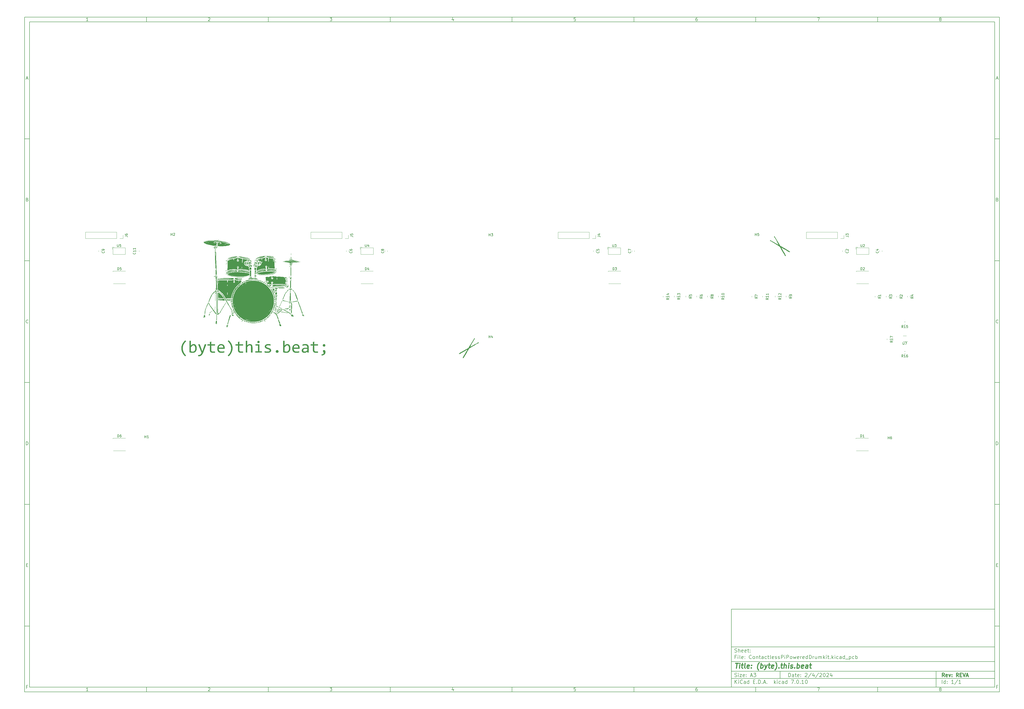
<source format=gbr>
%TF.GenerationSoftware,KiCad,Pcbnew,7.0.10*%
%TF.CreationDate,2024-02-06T20:08:38+00:00*%
%TF.ProjectId,ContactlessPiPoweredDrumkit,436f6e74-6163-4746-9c65-73735069506f,REVA*%
%TF.SameCoordinates,Original*%
%TF.FileFunction,Legend,Top*%
%TF.FilePolarity,Positive*%
%FSLAX46Y46*%
G04 Gerber Fmt 4.6, Leading zero omitted, Abs format (unit mm)*
G04 Created by KiCad (PCBNEW 7.0.10) date 2024-02-06 20:08:39*
%MOMM*%
%LPD*%
G01*
G04 APERTURE LIST*
%ADD10C,0.100000*%
%ADD11C,0.150000*%
%ADD12C,0.300000*%
%ADD13C,0.400000*%
%ADD14C,0.120000*%
G04 APERTURE END LIST*
D10*
D11*
X299989000Y-253002200D02*
X407989000Y-253002200D01*
X407989000Y-285002200D01*
X299989000Y-285002200D01*
X299989000Y-253002200D01*
D10*
D11*
X10000000Y-10000000D02*
X409989000Y-10000000D01*
X409989000Y-287002200D01*
X10000000Y-287002200D01*
X10000000Y-10000000D01*
D10*
D11*
X12000000Y-12000000D02*
X407989000Y-12000000D01*
X407989000Y-285002200D01*
X12000000Y-285002200D01*
X12000000Y-12000000D01*
D10*
D11*
X60000000Y-12000000D02*
X60000000Y-10000000D01*
D10*
D11*
X110000000Y-12000000D02*
X110000000Y-10000000D01*
D10*
D11*
X160000000Y-12000000D02*
X160000000Y-10000000D01*
D10*
D11*
X210000000Y-12000000D02*
X210000000Y-10000000D01*
D10*
D11*
X260000000Y-12000000D02*
X260000000Y-10000000D01*
D10*
D11*
X310000000Y-12000000D02*
X310000000Y-10000000D01*
D10*
D11*
X360000000Y-12000000D02*
X360000000Y-10000000D01*
D10*
D11*
X36089160Y-11593604D02*
X35346303Y-11593604D01*
X35717731Y-11593604D02*
X35717731Y-10293604D01*
X35717731Y-10293604D02*
X35593922Y-10479319D01*
X35593922Y-10479319D02*
X35470112Y-10603128D01*
X35470112Y-10603128D02*
X35346303Y-10665033D01*
D10*
D11*
X85346303Y-10417414D02*
X85408207Y-10355509D01*
X85408207Y-10355509D02*
X85532017Y-10293604D01*
X85532017Y-10293604D02*
X85841541Y-10293604D01*
X85841541Y-10293604D02*
X85965350Y-10355509D01*
X85965350Y-10355509D02*
X86027255Y-10417414D01*
X86027255Y-10417414D02*
X86089160Y-10541223D01*
X86089160Y-10541223D02*
X86089160Y-10665033D01*
X86089160Y-10665033D02*
X86027255Y-10850747D01*
X86027255Y-10850747D02*
X85284398Y-11593604D01*
X85284398Y-11593604D02*
X86089160Y-11593604D01*
D10*
D11*
X135284398Y-10293604D02*
X136089160Y-10293604D01*
X136089160Y-10293604D02*
X135655826Y-10788842D01*
X135655826Y-10788842D02*
X135841541Y-10788842D01*
X135841541Y-10788842D02*
X135965350Y-10850747D01*
X135965350Y-10850747D02*
X136027255Y-10912652D01*
X136027255Y-10912652D02*
X136089160Y-11036461D01*
X136089160Y-11036461D02*
X136089160Y-11345985D01*
X136089160Y-11345985D02*
X136027255Y-11469795D01*
X136027255Y-11469795D02*
X135965350Y-11531700D01*
X135965350Y-11531700D02*
X135841541Y-11593604D01*
X135841541Y-11593604D02*
X135470112Y-11593604D01*
X135470112Y-11593604D02*
X135346303Y-11531700D01*
X135346303Y-11531700D02*
X135284398Y-11469795D01*
D10*
D11*
X185965350Y-10726938D02*
X185965350Y-11593604D01*
X185655826Y-10231700D02*
X185346303Y-11160271D01*
X185346303Y-11160271D02*
X186151064Y-11160271D01*
D10*
D11*
X236027255Y-10293604D02*
X235408207Y-10293604D01*
X235408207Y-10293604D02*
X235346303Y-10912652D01*
X235346303Y-10912652D02*
X235408207Y-10850747D01*
X235408207Y-10850747D02*
X235532017Y-10788842D01*
X235532017Y-10788842D02*
X235841541Y-10788842D01*
X235841541Y-10788842D02*
X235965350Y-10850747D01*
X235965350Y-10850747D02*
X236027255Y-10912652D01*
X236027255Y-10912652D02*
X236089160Y-11036461D01*
X236089160Y-11036461D02*
X236089160Y-11345985D01*
X236089160Y-11345985D02*
X236027255Y-11469795D01*
X236027255Y-11469795D02*
X235965350Y-11531700D01*
X235965350Y-11531700D02*
X235841541Y-11593604D01*
X235841541Y-11593604D02*
X235532017Y-11593604D01*
X235532017Y-11593604D02*
X235408207Y-11531700D01*
X235408207Y-11531700D02*
X235346303Y-11469795D01*
D10*
D11*
X285965350Y-10293604D02*
X285717731Y-10293604D01*
X285717731Y-10293604D02*
X285593922Y-10355509D01*
X285593922Y-10355509D02*
X285532017Y-10417414D01*
X285532017Y-10417414D02*
X285408207Y-10603128D01*
X285408207Y-10603128D02*
X285346303Y-10850747D01*
X285346303Y-10850747D02*
X285346303Y-11345985D01*
X285346303Y-11345985D02*
X285408207Y-11469795D01*
X285408207Y-11469795D02*
X285470112Y-11531700D01*
X285470112Y-11531700D02*
X285593922Y-11593604D01*
X285593922Y-11593604D02*
X285841541Y-11593604D01*
X285841541Y-11593604D02*
X285965350Y-11531700D01*
X285965350Y-11531700D02*
X286027255Y-11469795D01*
X286027255Y-11469795D02*
X286089160Y-11345985D01*
X286089160Y-11345985D02*
X286089160Y-11036461D01*
X286089160Y-11036461D02*
X286027255Y-10912652D01*
X286027255Y-10912652D02*
X285965350Y-10850747D01*
X285965350Y-10850747D02*
X285841541Y-10788842D01*
X285841541Y-10788842D02*
X285593922Y-10788842D01*
X285593922Y-10788842D02*
X285470112Y-10850747D01*
X285470112Y-10850747D02*
X285408207Y-10912652D01*
X285408207Y-10912652D02*
X285346303Y-11036461D01*
D10*
D11*
X335284398Y-10293604D02*
X336151064Y-10293604D01*
X336151064Y-10293604D02*
X335593922Y-11593604D01*
D10*
D11*
X385593922Y-10850747D02*
X385470112Y-10788842D01*
X385470112Y-10788842D02*
X385408207Y-10726938D01*
X385408207Y-10726938D02*
X385346303Y-10603128D01*
X385346303Y-10603128D02*
X385346303Y-10541223D01*
X385346303Y-10541223D02*
X385408207Y-10417414D01*
X385408207Y-10417414D02*
X385470112Y-10355509D01*
X385470112Y-10355509D02*
X385593922Y-10293604D01*
X385593922Y-10293604D02*
X385841541Y-10293604D01*
X385841541Y-10293604D02*
X385965350Y-10355509D01*
X385965350Y-10355509D02*
X386027255Y-10417414D01*
X386027255Y-10417414D02*
X386089160Y-10541223D01*
X386089160Y-10541223D02*
X386089160Y-10603128D01*
X386089160Y-10603128D02*
X386027255Y-10726938D01*
X386027255Y-10726938D02*
X385965350Y-10788842D01*
X385965350Y-10788842D02*
X385841541Y-10850747D01*
X385841541Y-10850747D02*
X385593922Y-10850747D01*
X385593922Y-10850747D02*
X385470112Y-10912652D01*
X385470112Y-10912652D02*
X385408207Y-10974557D01*
X385408207Y-10974557D02*
X385346303Y-11098366D01*
X385346303Y-11098366D02*
X385346303Y-11345985D01*
X385346303Y-11345985D02*
X385408207Y-11469795D01*
X385408207Y-11469795D02*
X385470112Y-11531700D01*
X385470112Y-11531700D02*
X385593922Y-11593604D01*
X385593922Y-11593604D02*
X385841541Y-11593604D01*
X385841541Y-11593604D02*
X385965350Y-11531700D01*
X385965350Y-11531700D02*
X386027255Y-11469795D01*
X386027255Y-11469795D02*
X386089160Y-11345985D01*
X386089160Y-11345985D02*
X386089160Y-11098366D01*
X386089160Y-11098366D02*
X386027255Y-10974557D01*
X386027255Y-10974557D02*
X385965350Y-10912652D01*
X385965350Y-10912652D02*
X385841541Y-10850747D01*
D10*
D11*
X60000000Y-285002200D02*
X60000000Y-287002200D01*
D10*
D11*
X110000000Y-285002200D02*
X110000000Y-287002200D01*
D10*
D11*
X160000000Y-285002200D02*
X160000000Y-287002200D01*
D10*
D11*
X210000000Y-285002200D02*
X210000000Y-287002200D01*
D10*
D11*
X260000000Y-285002200D02*
X260000000Y-287002200D01*
D10*
D11*
X310000000Y-285002200D02*
X310000000Y-287002200D01*
D10*
D11*
X360000000Y-285002200D02*
X360000000Y-287002200D01*
D10*
D11*
X36089160Y-286595804D02*
X35346303Y-286595804D01*
X35717731Y-286595804D02*
X35717731Y-285295804D01*
X35717731Y-285295804D02*
X35593922Y-285481519D01*
X35593922Y-285481519D02*
X35470112Y-285605328D01*
X35470112Y-285605328D02*
X35346303Y-285667233D01*
D10*
D11*
X85346303Y-285419614D02*
X85408207Y-285357709D01*
X85408207Y-285357709D02*
X85532017Y-285295804D01*
X85532017Y-285295804D02*
X85841541Y-285295804D01*
X85841541Y-285295804D02*
X85965350Y-285357709D01*
X85965350Y-285357709D02*
X86027255Y-285419614D01*
X86027255Y-285419614D02*
X86089160Y-285543423D01*
X86089160Y-285543423D02*
X86089160Y-285667233D01*
X86089160Y-285667233D02*
X86027255Y-285852947D01*
X86027255Y-285852947D02*
X85284398Y-286595804D01*
X85284398Y-286595804D02*
X86089160Y-286595804D01*
D10*
D11*
X135284398Y-285295804D02*
X136089160Y-285295804D01*
X136089160Y-285295804D02*
X135655826Y-285791042D01*
X135655826Y-285791042D02*
X135841541Y-285791042D01*
X135841541Y-285791042D02*
X135965350Y-285852947D01*
X135965350Y-285852947D02*
X136027255Y-285914852D01*
X136027255Y-285914852D02*
X136089160Y-286038661D01*
X136089160Y-286038661D02*
X136089160Y-286348185D01*
X136089160Y-286348185D02*
X136027255Y-286471995D01*
X136027255Y-286471995D02*
X135965350Y-286533900D01*
X135965350Y-286533900D02*
X135841541Y-286595804D01*
X135841541Y-286595804D02*
X135470112Y-286595804D01*
X135470112Y-286595804D02*
X135346303Y-286533900D01*
X135346303Y-286533900D02*
X135284398Y-286471995D01*
D10*
D11*
X185965350Y-285729138D02*
X185965350Y-286595804D01*
X185655826Y-285233900D02*
X185346303Y-286162471D01*
X185346303Y-286162471D02*
X186151064Y-286162471D01*
D10*
D11*
X236027255Y-285295804D02*
X235408207Y-285295804D01*
X235408207Y-285295804D02*
X235346303Y-285914852D01*
X235346303Y-285914852D02*
X235408207Y-285852947D01*
X235408207Y-285852947D02*
X235532017Y-285791042D01*
X235532017Y-285791042D02*
X235841541Y-285791042D01*
X235841541Y-285791042D02*
X235965350Y-285852947D01*
X235965350Y-285852947D02*
X236027255Y-285914852D01*
X236027255Y-285914852D02*
X236089160Y-286038661D01*
X236089160Y-286038661D02*
X236089160Y-286348185D01*
X236089160Y-286348185D02*
X236027255Y-286471995D01*
X236027255Y-286471995D02*
X235965350Y-286533900D01*
X235965350Y-286533900D02*
X235841541Y-286595804D01*
X235841541Y-286595804D02*
X235532017Y-286595804D01*
X235532017Y-286595804D02*
X235408207Y-286533900D01*
X235408207Y-286533900D02*
X235346303Y-286471995D01*
D10*
D11*
X285965350Y-285295804D02*
X285717731Y-285295804D01*
X285717731Y-285295804D02*
X285593922Y-285357709D01*
X285593922Y-285357709D02*
X285532017Y-285419614D01*
X285532017Y-285419614D02*
X285408207Y-285605328D01*
X285408207Y-285605328D02*
X285346303Y-285852947D01*
X285346303Y-285852947D02*
X285346303Y-286348185D01*
X285346303Y-286348185D02*
X285408207Y-286471995D01*
X285408207Y-286471995D02*
X285470112Y-286533900D01*
X285470112Y-286533900D02*
X285593922Y-286595804D01*
X285593922Y-286595804D02*
X285841541Y-286595804D01*
X285841541Y-286595804D02*
X285965350Y-286533900D01*
X285965350Y-286533900D02*
X286027255Y-286471995D01*
X286027255Y-286471995D02*
X286089160Y-286348185D01*
X286089160Y-286348185D02*
X286089160Y-286038661D01*
X286089160Y-286038661D02*
X286027255Y-285914852D01*
X286027255Y-285914852D02*
X285965350Y-285852947D01*
X285965350Y-285852947D02*
X285841541Y-285791042D01*
X285841541Y-285791042D02*
X285593922Y-285791042D01*
X285593922Y-285791042D02*
X285470112Y-285852947D01*
X285470112Y-285852947D02*
X285408207Y-285914852D01*
X285408207Y-285914852D02*
X285346303Y-286038661D01*
D10*
D11*
X335284398Y-285295804D02*
X336151064Y-285295804D01*
X336151064Y-285295804D02*
X335593922Y-286595804D01*
D10*
D11*
X385593922Y-285852947D02*
X385470112Y-285791042D01*
X385470112Y-285791042D02*
X385408207Y-285729138D01*
X385408207Y-285729138D02*
X385346303Y-285605328D01*
X385346303Y-285605328D02*
X385346303Y-285543423D01*
X385346303Y-285543423D02*
X385408207Y-285419614D01*
X385408207Y-285419614D02*
X385470112Y-285357709D01*
X385470112Y-285357709D02*
X385593922Y-285295804D01*
X385593922Y-285295804D02*
X385841541Y-285295804D01*
X385841541Y-285295804D02*
X385965350Y-285357709D01*
X385965350Y-285357709D02*
X386027255Y-285419614D01*
X386027255Y-285419614D02*
X386089160Y-285543423D01*
X386089160Y-285543423D02*
X386089160Y-285605328D01*
X386089160Y-285605328D02*
X386027255Y-285729138D01*
X386027255Y-285729138D02*
X385965350Y-285791042D01*
X385965350Y-285791042D02*
X385841541Y-285852947D01*
X385841541Y-285852947D02*
X385593922Y-285852947D01*
X385593922Y-285852947D02*
X385470112Y-285914852D01*
X385470112Y-285914852D02*
X385408207Y-285976757D01*
X385408207Y-285976757D02*
X385346303Y-286100566D01*
X385346303Y-286100566D02*
X385346303Y-286348185D01*
X385346303Y-286348185D02*
X385408207Y-286471995D01*
X385408207Y-286471995D02*
X385470112Y-286533900D01*
X385470112Y-286533900D02*
X385593922Y-286595804D01*
X385593922Y-286595804D02*
X385841541Y-286595804D01*
X385841541Y-286595804D02*
X385965350Y-286533900D01*
X385965350Y-286533900D02*
X386027255Y-286471995D01*
X386027255Y-286471995D02*
X386089160Y-286348185D01*
X386089160Y-286348185D02*
X386089160Y-286100566D01*
X386089160Y-286100566D02*
X386027255Y-285976757D01*
X386027255Y-285976757D02*
X385965350Y-285914852D01*
X385965350Y-285914852D02*
X385841541Y-285852947D01*
D10*
D11*
X10000000Y-60000000D02*
X12000000Y-60000000D01*
D10*
D11*
X10000000Y-110000000D02*
X12000000Y-110000000D01*
D10*
D11*
X10000000Y-160000000D02*
X12000000Y-160000000D01*
D10*
D11*
X10000000Y-210000000D02*
X12000000Y-210000000D01*
D10*
D11*
X10000000Y-260000000D02*
X12000000Y-260000000D01*
D10*
D11*
X10690476Y-35222176D02*
X11309523Y-35222176D01*
X10566666Y-35593604D02*
X10999999Y-34293604D01*
X10999999Y-34293604D02*
X11433333Y-35593604D01*
D10*
D11*
X11092857Y-84912652D02*
X11278571Y-84974557D01*
X11278571Y-84974557D02*
X11340476Y-85036461D01*
X11340476Y-85036461D02*
X11402380Y-85160271D01*
X11402380Y-85160271D02*
X11402380Y-85345985D01*
X11402380Y-85345985D02*
X11340476Y-85469795D01*
X11340476Y-85469795D02*
X11278571Y-85531700D01*
X11278571Y-85531700D02*
X11154761Y-85593604D01*
X11154761Y-85593604D02*
X10659523Y-85593604D01*
X10659523Y-85593604D02*
X10659523Y-84293604D01*
X10659523Y-84293604D02*
X11092857Y-84293604D01*
X11092857Y-84293604D02*
X11216666Y-84355509D01*
X11216666Y-84355509D02*
X11278571Y-84417414D01*
X11278571Y-84417414D02*
X11340476Y-84541223D01*
X11340476Y-84541223D02*
X11340476Y-84665033D01*
X11340476Y-84665033D02*
X11278571Y-84788842D01*
X11278571Y-84788842D02*
X11216666Y-84850747D01*
X11216666Y-84850747D02*
X11092857Y-84912652D01*
X11092857Y-84912652D02*
X10659523Y-84912652D01*
D10*
D11*
X11402380Y-135469795D02*
X11340476Y-135531700D01*
X11340476Y-135531700D02*
X11154761Y-135593604D01*
X11154761Y-135593604D02*
X11030952Y-135593604D01*
X11030952Y-135593604D02*
X10845238Y-135531700D01*
X10845238Y-135531700D02*
X10721428Y-135407890D01*
X10721428Y-135407890D02*
X10659523Y-135284080D01*
X10659523Y-135284080D02*
X10597619Y-135036461D01*
X10597619Y-135036461D02*
X10597619Y-134850747D01*
X10597619Y-134850747D02*
X10659523Y-134603128D01*
X10659523Y-134603128D02*
X10721428Y-134479319D01*
X10721428Y-134479319D02*
X10845238Y-134355509D01*
X10845238Y-134355509D02*
X11030952Y-134293604D01*
X11030952Y-134293604D02*
X11154761Y-134293604D01*
X11154761Y-134293604D02*
X11340476Y-134355509D01*
X11340476Y-134355509D02*
X11402380Y-134417414D01*
D10*
D11*
X10659523Y-185593604D02*
X10659523Y-184293604D01*
X10659523Y-184293604D02*
X10969047Y-184293604D01*
X10969047Y-184293604D02*
X11154761Y-184355509D01*
X11154761Y-184355509D02*
X11278571Y-184479319D01*
X11278571Y-184479319D02*
X11340476Y-184603128D01*
X11340476Y-184603128D02*
X11402380Y-184850747D01*
X11402380Y-184850747D02*
X11402380Y-185036461D01*
X11402380Y-185036461D02*
X11340476Y-185284080D01*
X11340476Y-185284080D02*
X11278571Y-185407890D01*
X11278571Y-185407890D02*
X11154761Y-185531700D01*
X11154761Y-185531700D02*
X10969047Y-185593604D01*
X10969047Y-185593604D02*
X10659523Y-185593604D01*
D10*
D11*
X10721428Y-234912652D02*
X11154762Y-234912652D01*
X11340476Y-235593604D02*
X10721428Y-235593604D01*
X10721428Y-235593604D02*
X10721428Y-234293604D01*
X10721428Y-234293604D02*
X11340476Y-234293604D01*
D10*
D11*
X11185714Y-284912652D02*
X10752380Y-284912652D01*
X10752380Y-285593604D02*
X10752380Y-284293604D01*
X10752380Y-284293604D02*
X11371428Y-284293604D01*
D10*
D11*
X409989000Y-60000000D02*
X407989000Y-60000000D01*
D10*
D11*
X409989000Y-110000000D02*
X407989000Y-110000000D01*
D10*
D11*
X409989000Y-160000000D02*
X407989000Y-160000000D01*
D10*
D11*
X409989000Y-210000000D02*
X407989000Y-210000000D01*
D10*
D11*
X409989000Y-260000000D02*
X407989000Y-260000000D01*
D10*
D11*
X408679476Y-35222176D02*
X409298523Y-35222176D01*
X408555666Y-35593604D02*
X408988999Y-34293604D01*
X408988999Y-34293604D02*
X409422333Y-35593604D01*
D10*
D11*
X409081857Y-84912652D02*
X409267571Y-84974557D01*
X409267571Y-84974557D02*
X409329476Y-85036461D01*
X409329476Y-85036461D02*
X409391380Y-85160271D01*
X409391380Y-85160271D02*
X409391380Y-85345985D01*
X409391380Y-85345985D02*
X409329476Y-85469795D01*
X409329476Y-85469795D02*
X409267571Y-85531700D01*
X409267571Y-85531700D02*
X409143761Y-85593604D01*
X409143761Y-85593604D02*
X408648523Y-85593604D01*
X408648523Y-85593604D02*
X408648523Y-84293604D01*
X408648523Y-84293604D02*
X409081857Y-84293604D01*
X409081857Y-84293604D02*
X409205666Y-84355509D01*
X409205666Y-84355509D02*
X409267571Y-84417414D01*
X409267571Y-84417414D02*
X409329476Y-84541223D01*
X409329476Y-84541223D02*
X409329476Y-84665033D01*
X409329476Y-84665033D02*
X409267571Y-84788842D01*
X409267571Y-84788842D02*
X409205666Y-84850747D01*
X409205666Y-84850747D02*
X409081857Y-84912652D01*
X409081857Y-84912652D02*
X408648523Y-84912652D01*
D10*
D11*
X409391380Y-135469795D02*
X409329476Y-135531700D01*
X409329476Y-135531700D02*
X409143761Y-135593604D01*
X409143761Y-135593604D02*
X409019952Y-135593604D01*
X409019952Y-135593604D02*
X408834238Y-135531700D01*
X408834238Y-135531700D02*
X408710428Y-135407890D01*
X408710428Y-135407890D02*
X408648523Y-135284080D01*
X408648523Y-135284080D02*
X408586619Y-135036461D01*
X408586619Y-135036461D02*
X408586619Y-134850747D01*
X408586619Y-134850747D02*
X408648523Y-134603128D01*
X408648523Y-134603128D02*
X408710428Y-134479319D01*
X408710428Y-134479319D02*
X408834238Y-134355509D01*
X408834238Y-134355509D02*
X409019952Y-134293604D01*
X409019952Y-134293604D02*
X409143761Y-134293604D01*
X409143761Y-134293604D02*
X409329476Y-134355509D01*
X409329476Y-134355509D02*
X409391380Y-134417414D01*
D10*
D11*
X408648523Y-185593604D02*
X408648523Y-184293604D01*
X408648523Y-184293604D02*
X408958047Y-184293604D01*
X408958047Y-184293604D02*
X409143761Y-184355509D01*
X409143761Y-184355509D02*
X409267571Y-184479319D01*
X409267571Y-184479319D02*
X409329476Y-184603128D01*
X409329476Y-184603128D02*
X409391380Y-184850747D01*
X409391380Y-184850747D02*
X409391380Y-185036461D01*
X409391380Y-185036461D02*
X409329476Y-185284080D01*
X409329476Y-185284080D02*
X409267571Y-185407890D01*
X409267571Y-185407890D02*
X409143761Y-185531700D01*
X409143761Y-185531700D02*
X408958047Y-185593604D01*
X408958047Y-185593604D02*
X408648523Y-185593604D01*
D10*
D11*
X408710428Y-234912652D02*
X409143762Y-234912652D01*
X409329476Y-235593604D02*
X408710428Y-235593604D01*
X408710428Y-235593604D02*
X408710428Y-234293604D01*
X408710428Y-234293604D02*
X409329476Y-234293604D01*
D10*
D11*
X409174714Y-284912652D02*
X408741380Y-284912652D01*
X408741380Y-285593604D02*
X408741380Y-284293604D01*
X408741380Y-284293604D02*
X409360428Y-284293604D01*
D10*
D11*
X323444826Y-280788328D02*
X323444826Y-279288328D01*
X323444826Y-279288328D02*
X323801969Y-279288328D01*
X323801969Y-279288328D02*
X324016255Y-279359757D01*
X324016255Y-279359757D02*
X324159112Y-279502614D01*
X324159112Y-279502614D02*
X324230541Y-279645471D01*
X324230541Y-279645471D02*
X324301969Y-279931185D01*
X324301969Y-279931185D02*
X324301969Y-280145471D01*
X324301969Y-280145471D02*
X324230541Y-280431185D01*
X324230541Y-280431185D02*
X324159112Y-280574042D01*
X324159112Y-280574042D02*
X324016255Y-280716900D01*
X324016255Y-280716900D02*
X323801969Y-280788328D01*
X323801969Y-280788328D02*
X323444826Y-280788328D01*
X325587684Y-280788328D02*
X325587684Y-280002614D01*
X325587684Y-280002614D02*
X325516255Y-279859757D01*
X325516255Y-279859757D02*
X325373398Y-279788328D01*
X325373398Y-279788328D02*
X325087684Y-279788328D01*
X325087684Y-279788328D02*
X324944826Y-279859757D01*
X325587684Y-280716900D02*
X325444826Y-280788328D01*
X325444826Y-280788328D02*
X325087684Y-280788328D01*
X325087684Y-280788328D02*
X324944826Y-280716900D01*
X324944826Y-280716900D02*
X324873398Y-280574042D01*
X324873398Y-280574042D02*
X324873398Y-280431185D01*
X324873398Y-280431185D02*
X324944826Y-280288328D01*
X324944826Y-280288328D02*
X325087684Y-280216900D01*
X325087684Y-280216900D02*
X325444826Y-280216900D01*
X325444826Y-280216900D02*
X325587684Y-280145471D01*
X326087684Y-279788328D02*
X326659112Y-279788328D01*
X326301969Y-279288328D02*
X326301969Y-280574042D01*
X326301969Y-280574042D02*
X326373398Y-280716900D01*
X326373398Y-280716900D02*
X326516255Y-280788328D01*
X326516255Y-280788328D02*
X326659112Y-280788328D01*
X327730541Y-280716900D02*
X327587684Y-280788328D01*
X327587684Y-280788328D02*
X327301970Y-280788328D01*
X327301970Y-280788328D02*
X327159112Y-280716900D01*
X327159112Y-280716900D02*
X327087684Y-280574042D01*
X327087684Y-280574042D02*
X327087684Y-280002614D01*
X327087684Y-280002614D02*
X327159112Y-279859757D01*
X327159112Y-279859757D02*
X327301970Y-279788328D01*
X327301970Y-279788328D02*
X327587684Y-279788328D01*
X327587684Y-279788328D02*
X327730541Y-279859757D01*
X327730541Y-279859757D02*
X327801970Y-280002614D01*
X327801970Y-280002614D02*
X327801970Y-280145471D01*
X327801970Y-280145471D02*
X327087684Y-280288328D01*
X328444826Y-280645471D02*
X328516255Y-280716900D01*
X328516255Y-280716900D02*
X328444826Y-280788328D01*
X328444826Y-280788328D02*
X328373398Y-280716900D01*
X328373398Y-280716900D02*
X328444826Y-280645471D01*
X328444826Y-280645471D02*
X328444826Y-280788328D01*
X328444826Y-279859757D02*
X328516255Y-279931185D01*
X328516255Y-279931185D02*
X328444826Y-280002614D01*
X328444826Y-280002614D02*
X328373398Y-279931185D01*
X328373398Y-279931185D02*
X328444826Y-279859757D01*
X328444826Y-279859757D02*
X328444826Y-280002614D01*
X330230541Y-279431185D02*
X330301969Y-279359757D01*
X330301969Y-279359757D02*
X330444827Y-279288328D01*
X330444827Y-279288328D02*
X330801969Y-279288328D01*
X330801969Y-279288328D02*
X330944827Y-279359757D01*
X330944827Y-279359757D02*
X331016255Y-279431185D01*
X331016255Y-279431185D02*
X331087684Y-279574042D01*
X331087684Y-279574042D02*
X331087684Y-279716900D01*
X331087684Y-279716900D02*
X331016255Y-279931185D01*
X331016255Y-279931185D02*
X330159112Y-280788328D01*
X330159112Y-280788328D02*
X331087684Y-280788328D01*
X332801969Y-279216900D02*
X331516255Y-281145471D01*
X333944827Y-279788328D02*
X333944827Y-280788328D01*
X333587684Y-279216900D02*
X333230541Y-280288328D01*
X333230541Y-280288328D02*
X334159112Y-280288328D01*
X335801969Y-279216900D02*
X334516255Y-281145471D01*
X336230541Y-279431185D02*
X336301969Y-279359757D01*
X336301969Y-279359757D02*
X336444827Y-279288328D01*
X336444827Y-279288328D02*
X336801969Y-279288328D01*
X336801969Y-279288328D02*
X336944827Y-279359757D01*
X336944827Y-279359757D02*
X337016255Y-279431185D01*
X337016255Y-279431185D02*
X337087684Y-279574042D01*
X337087684Y-279574042D02*
X337087684Y-279716900D01*
X337087684Y-279716900D02*
X337016255Y-279931185D01*
X337016255Y-279931185D02*
X336159112Y-280788328D01*
X336159112Y-280788328D02*
X337087684Y-280788328D01*
X338016255Y-279288328D02*
X338159112Y-279288328D01*
X338159112Y-279288328D02*
X338301969Y-279359757D01*
X338301969Y-279359757D02*
X338373398Y-279431185D01*
X338373398Y-279431185D02*
X338444826Y-279574042D01*
X338444826Y-279574042D02*
X338516255Y-279859757D01*
X338516255Y-279859757D02*
X338516255Y-280216900D01*
X338516255Y-280216900D02*
X338444826Y-280502614D01*
X338444826Y-280502614D02*
X338373398Y-280645471D01*
X338373398Y-280645471D02*
X338301969Y-280716900D01*
X338301969Y-280716900D02*
X338159112Y-280788328D01*
X338159112Y-280788328D02*
X338016255Y-280788328D01*
X338016255Y-280788328D02*
X337873398Y-280716900D01*
X337873398Y-280716900D02*
X337801969Y-280645471D01*
X337801969Y-280645471D02*
X337730540Y-280502614D01*
X337730540Y-280502614D02*
X337659112Y-280216900D01*
X337659112Y-280216900D02*
X337659112Y-279859757D01*
X337659112Y-279859757D02*
X337730540Y-279574042D01*
X337730540Y-279574042D02*
X337801969Y-279431185D01*
X337801969Y-279431185D02*
X337873398Y-279359757D01*
X337873398Y-279359757D02*
X338016255Y-279288328D01*
X339087683Y-279431185D02*
X339159111Y-279359757D01*
X339159111Y-279359757D02*
X339301969Y-279288328D01*
X339301969Y-279288328D02*
X339659111Y-279288328D01*
X339659111Y-279288328D02*
X339801969Y-279359757D01*
X339801969Y-279359757D02*
X339873397Y-279431185D01*
X339873397Y-279431185D02*
X339944826Y-279574042D01*
X339944826Y-279574042D02*
X339944826Y-279716900D01*
X339944826Y-279716900D02*
X339873397Y-279931185D01*
X339873397Y-279931185D02*
X339016254Y-280788328D01*
X339016254Y-280788328D02*
X339944826Y-280788328D01*
X341230540Y-279788328D02*
X341230540Y-280788328D01*
X340873397Y-279216900D02*
X340516254Y-280288328D01*
X340516254Y-280288328D02*
X341444825Y-280288328D01*
D10*
D11*
X299989000Y-281502200D02*
X407989000Y-281502200D01*
D10*
D11*
X301444826Y-283588328D02*
X301444826Y-282088328D01*
X302301969Y-283588328D02*
X301659112Y-282731185D01*
X302301969Y-282088328D02*
X301444826Y-282945471D01*
X302944826Y-283588328D02*
X302944826Y-282588328D01*
X302944826Y-282088328D02*
X302873398Y-282159757D01*
X302873398Y-282159757D02*
X302944826Y-282231185D01*
X302944826Y-282231185D02*
X303016255Y-282159757D01*
X303016255Y-282159757D02*
X302944826Y-282088328D01*
X302944826Y-282088328D02*
X302944826Y-282231185D01*
X304516255Y-283445471D02*
X304444827Y-283516900D01*
X304444827Y-283516900D02*
X304230541Y-283588328D01*
X304230541Y-283588328D02*
X304087684Y-283588328D01*
X304087684Y-283588328D02*
X303873398Y-283516900D01*
X303873398Y-283516900D02*
X303730541Y-283374042D01*
X303730541Y-283374042D02*
X303659112Y-283231185D01*
X303659112Y-283231185D02*
X303587684Y-282945471D01*
X303587684Y-282945471D02*
X303587684Y-282731185D01*
X303587684Y-282731185D02*
X303659112Y-282445471D01*
X303659112Y-282445471D02*
X303730541Y-282302614D01*
X303730541Y-282302614D02*
X303873398Y-282159757D01*
X303873398Y-282159757D02*
X304087684Y-282088328D01*
X304087684Y-282088328D02*
X304230541Y-282088328D01*
X304230541Y-282088328D02*
X304444827Y-282159757D01*
X304444827Y-282159757D02*
X304516255Y-282231185D01*
X305801970Y-283588328D02*
X305801970Y-282802614D01*
X305801970Y-282802614D02*
X305730541Y-282659757D01*
X305730541Y-282659757D02*
X305587684Y-282588328D01*
X305587684Y-282588328D02*
X305301970Y-282588328D01*
X305301970Y-282588328D02*
X305159112Y-282659757D01*
X305801970Y-283516900D02*
X305659112Y-283588328D01*
X305659112Y-283588328D02*
X305301970Y-283588328D01*
X305301970Y-283588328D02*
X305159112Y-283516900D01*
X305159112Y-283516900D02*
X305087684Y-283374042D01*
X305087684Y-283374042D02*
X305087684Y-283231185D01*
X305087684Y-283231185D02*
X305159112Y-283088328D01*
X305159112Y-283088328D02*
X305301970Y-283016900D01*
X305301970Y-283016900D02*
X305659112Y-283016900D01*
X305659112Y-283016900D02*
X305801970Y-282945471D01*
X307159113Y-283588328D02*
X307159113Y-282088328D01*
X307159113Y-283516900D02*
X307016255Y-283588328D01*
X307016255Y-283588328D02*
X306730541Y-283588328D01*
X306730541Y-283588328D02*
X306587684Y-283516900D01*
X306587684Y-283516900D02*
X306516255Y-283445471D01*
X306516255Y-283445471D02*
X306444827Y-283302614D01*
X306444827Y-283302614D02*
X306444827Y-282874042D01*
X306444827Y-282874042D02*
X306516255Y-282731185D01*
X306516255Y-282731185D02*
X306587684Y-282659757D01*
X306587684Y-282659757D02*
X306730541Y-282588328D01*
X306730541Y-282588328D02*
X307016255Y-282588328D01*
X307016255Y-282588328D02*
X307159113Y-282659757D01*
X309016255Y-282802614D02*
X309516255Y-282802614D01*
X309730541Y-283588328D02*
X309016255Y-283588328D01*
X309016255Y-283588328D02*
X309016255Y-282088328D01*
X309016255Y-282088328D02*
X309730541Y-282088328D01*
X310373398Y-283445471D02*
X310444827Y-283516900D01*
X310444827Y-283516900D02*
X310373398Y-283588328D01*
X310373398Y-283588328D02*
X310301970Y-283516900D01*
X310301970Y-283516900D02*
X310373398Y-283445471D01*
X310373398Y-283445471D02*
X310373398Y-283588328D01*
X311087684Y-283588328D02*
X311087684Y-282088328D01*
X311087684Y-282088328D02*
X311444827Y-282088328D01*
X311444827Y-282088328D02*
X311659113Y-282159757D01*
X311659113Y-282159757D02*
X311801970Y-282302614D01*
X311801970Y-282302614D02*
X311873399Y-282445471D01*
X311873399Y-282445471D02*
X311944827Y-282731185D01*
X311944827Y-282731185D02*
X311944827Y-282945471D01*
X311944827Y-282945471D02*
X311873399Y-283231185D01*
X311873399Y-283231185D02*
X311801970Y-283374042D01*
X311801970Y-283374042D02*
X311659113Y-283516900D01*
X311659113Y-283516900D02*
X311444827Y-283588328D01*
X311444827Y-283588328D02*
X311087684Y-283588328D01*
X312587684Y-283445471D02*
X312659113Y-283516900D01*
X312659113Y-283516900D02*
X312587684Y-283588328D01*
X312587684Y-283588328D02*
X312516256Y-283516900D01*
X312516256Y-283516900D02*
X312587684Y-283445471D01*
X312587684Y-283445471D02*
X312587684Y-283588328D01*
X313230542Y-283159757D02*
X313944828Y-283159757D01*
X313087685Y-283588328D02*
X313587685Y-282088328D01*
X313587685Y-282088328D02*
X314087685Y-283588328D01*
X314587684Y-283445471D02*
X314659113Y-283516900D01*
X314659113Y-283516900D02*
X314587684Y-283588328D01*
X314587684Y-283588328D02*
X314516256Y-283516900D01*
X314516256Y-283516900D02*
X314587684Y-283445471D01*
X314587684Y-283445471D02*
X314587684Y-283588328D01*
X317587684Y-283588328D02*
X317587684Y-282088328D01*
X317730542Y-283016900D02*
X318159113Y-283588328D01*
X318159113Y-282588328D02*
X317587684Y-283159757D01*
X318801970Y-283588328D02*
X318801970Y-282588328D01*
X318801970Y-282088328D02*
X318730542Y-282159757D01*
X318730542Y-282159757D02*
X318801970Y-282231185D01*
X318801970Y-282231185D02*
X318873399Y-282159757D01*
X318873399Y-282159757D02*
X318801970Y-282088328D01*
X318801970Y-282088328D02*
X318801970Y-282231185D01*
X320159114Y-283516900D02*
X320016256Y-283588328D01*
X320016256Y-283588328D02*
X319730542Y-283588328D01*
X319730542Y-283588328D02*
X319587685Y-283516900D01*
X319587685Y-283516900D02*
X319516256Y-283445471D01*
X319516256Y-283445471D02*
X319444828Y-283302614D01*
X319444828Y-283302614D02*
X319444828Y-282874042D01*
X319444828Y-282874042D02*
X319516256Y-282731185D01*
X319516256Y-282731185D02*
X319587685Y-282659757D01*
X319587685Y-282659757D02*
X319730542Y-282588328D01*
X319730542Y-282588328D02*
X320016256Y-282588328D01*
X320016256Y-282588328D02*
X320159114Y-282659757D01*
X321444828Y-283588328D02*
X321444828Y-282802614D01*
X321444828Y-282802614D02*
X321373399Y-282659757D01*
X321373399Y-282659757D02*
X321230542Y-282588328D01*
X321230542Y-282588328D02*
X320944828Y-282588328D01*
X320944828Y-282588328D02*
X320801970Y-282659757D01*
X321444828Y-283516900D02*
X321301970Y-283588328D01*
X321301970Y-283588328D02*
X320944828Y-283588328D01*
X320944828Y-283588328D02*
X320801970Y-283516900D01*
X320801970Y-283516900D02*
X320730542Y-283374042D01*
X320730542Y-283374042D02*
X320730542Y-283231185D01*
X320730542Y-283231185D02*
X320801970Y-283088328D01*
X320801970Y-283088328D02*
X320944828Y-283016900D01*
X320944828Y-283016900D02*
X321301970Y-283016900D01*
X321301970Y-283016900D02*
X321444828Y-282945471D01*
X322801971Y-283588328D02*
X322801971Y-282088328D01*
X322801971Y-283516900D02*
X322659113Y-283588328D01*
X322659113Y-283588328D02*
X322373399Y-283588328D01*
X322373399Y-283588328D02*
X322230542Y-283516900D01*
X322230542Y-283516900D02*
X322159113Y-283445471D01*
X322159113Y-283445471D02*
X322087685Y-283302614D01*
X322087685Y-283302614D02*
X322087685Y-282874042D01*
X322087685Y-282874042D02*
X322159113Y-282731185D01*
X322159113Y-282731185D02*
X322230542Y-282659757D01*
X322230542Y-282659757D02*
X322373399Y-282588328D01*
X322373399Y-282588328D02*
X322659113Y-282588328D01*
X322659113Y-282588328D02*
X322801971Y-282659757D01*
X324516256Y-282088328D02*
X325516256Y-282088328D01*
X325516256Y-282088328D02*
X324873399Y-283588328D01*
X326087684Y-283445471D02*
X326159113Y-283516900D01*
X326159113Y-283516900D02*
X326087684Y-283588328D01*
X326087684Y-283588328D02*
X326016256Y-283516900D01*
X326016256Y-283516900D02*
X326087684Y-283445471D01*
X326087684Y-283445471D02*
X326087684Y-283588328D01*
X327087685Y-282088328D02*
X327230542Y-282088328D01*
X327230542Y-282088328D02*
X327373399Y-282159757D01*
X327373399Y-282159757D02*
X327444828Y-282231185D01*
X327444828Y-282231185D02*
X327516256Y-282374042D01*
X327516256Y-282374042D02*
X327587685Y-282659757D01*
X327587685Y-282659757D02*
X327587685Y-283016900D01*
X327587685Y-283016900D02*
X327516256Y-283302614D01*
X327516256Y-283302614D02*
X327444828Y-283445471D01*
X327444828Y-283445471D02*
X327373399Y-283516900D01*
X327373399Y-283516900D02*
X327230542Y-283588328D01*
X327230542Y-283588328D02*
X327087685Y-283588328D01*
X327087685Y-283588328D02*
X326944828Y-283516900D01*
X326944828Y-283516900D02*
X326873399Y-283445471D01*
X326873399Y-283445471D02*
X326801970Y-283302614D01*
X326801970Y-283302614D02*
X326730542Y-283016900D01*
X326730542Y-283016900D02*
X326730542Y-282659757D01*
X326730542Y-282659757D02*
X326801970Y-282374042D01*
X326801970Y-282374042D02*
X326873399Y-282231185D01*
X326873399Y-282231185D02*
X326944828Y-282159757D01*
X326944828Y-282159757D02*
X327087685Y-282088328D01*
X328230541Y-283445471D02*
X328301970Y-283516900D01*
X328301970Y-283516900D02*
X328230541Y-283588328D01*
X328230541Y-283588328D02*
X328159113Y-283516900D01*
X328159113Y-283516900D02*
X328230541Y-283445471D01*
X328230541Y-283445471D02*
X328230541Y-283588328D01*
X329730542Y-283588328D02*
X328873399Y-283588328D01*
X329301970Y-283588328D02*
X329301970Y-282088328D01*
X329301970Y-282088328D02*
X329159113Y-282302614D01*
X329159113Y-282302614D02*
X329016256Y-282445471D01*
X329016256Y-282445471D02*
X328873399Y-282516900D01*
X330659113Y-282088328D02*
X330801970Y-282088328D01*
X330801970Y-282088328D02*
X330944827Y-282159757D01*
X330944827Y-282159757D02*
X331016256Y-282231185D01*
X331016256Y-282231185D02*
X331087684Y-282374042D01*
X331087684Y-282374042D02*
X331159113Y-282659757D01*
X331159113Y-282659757D02*
X331159113Y-283016900D01*
X331159113Y-283016900D02*
X331087684Y-283302614D01*
X331087684Y-283302614D02*
X331016256Y-283445471D01*
X331016256Y-283445471D02*
X330944827Y-283516900D01*
X330944827Y-283516900D02*
X330801970Y-283588328D01*
X330801970Y-283588328D02*
X330659113Y-283588328D01*
X330659113Y-283588328D02*
X330516256Y-283516900D01*
X330516256Y-283516900D02*
X330444827Y-283445471D01*
X330444827Y-283445471D02*
X330373398Y-283302614D01*
X330373398Y-283302614D02*
X330301970Y-283016900D01*
X330301970Y-283016900D02*
X330301970Y-282659757D01*
X330301970Y-282659757D02*
X330373398Y-282374042D01*
X330373398Y-282374042D02*
X330444827Y-282231185D01*
X330444827Y-282231185D02*
X330516256Y-282159757D01*
X330516256Y-282159757D02*
X330659113Y-282088328D01*
D10*
D11*
X299989000Y-278502200D02*
X407989000Y-278502200D01*
D10*
D12*
X387400653Y-280780528D02*
X386900653Y-280066242D01*
X386543510Y-280780528D02*
X386543510Y-279280528D01*
X386543510Y-279280528D02*
X387114939Y-279280528D01*
X387114939Y-279280528D02*
X387257796Y-279351957D01*
X387257796Y-279351957D02*
X387329225Y-279423385D01*
X387329225Y-279423385D02*
X387400653Y-279566242D01*
X387400653Y-279566242D02*
X387400653Y-279780528D01*
X387400653Y-279780528D02*
X387329225Y-279923385D01*
X387329225Y-279923385D02*
X387257796Y-279994814D01*
X387257796Y-279994814D02*
X387114939Y-280066242D01*
X387114939Y-280066242D02*
X386543510Y-280066242D01*
X388614939Y-280709100D02*
X388472082Y-280780528D01*
X388472082Y-280780528D02*
X388186368Y-280780528D01*
X388186368Y-280780528D02*
X388043510Y-280709100D01*
X388043510Y-280709100D02*
X387972082Y-280566242D01*
X387972082Y-280566242D02*
X387972082Y-279994814D01*
X387972082Y-279994814D02*
X388043510Y-279851957D01*
X388043510Y-279851957D02*
X388186368Y-279780528D01*
X388186368Y-279780528D02*
X388472082Y-279780528D01*
X388472082Y-279780528D02*
X388614939Y-279851957D01*
X388614939Y-279851957D02*
X388686368Y-279994814D01*
X388686368Y-279994814D02*
X388686368Y-280137671D01*
X388686368Y-280137671D02*
X387972082Y-280280528D01*
X389186367Y-279780528D02*
X389543510Y-280780528D01*
X389543510Y-280780528D02*
X389900653Y-279780528D01*
X390472081Y-280637671D02*
X390543510Y-280709100D01*
X390543510Y-280709100D02*
X390472081Y-280780528D01*
X390472081Y-280780528D02*
X390400653Y-280709100D01*
X390400653Y-280709100D02*
X390472081Y-280637671D01*
X390472081Y-280637671D02*
X390472081Y-280780528D01*
X390472081Y-279851957D02*
X390543510Y-279923385D01*
X390543510Y-279923385D02*
X390472081Y-279994814D01*
X390472081Y-279994814D02*
X390400653Y-279923385D01*
X390400653Y-279923385D02*
X390472081Y-279851957D01*
X390472081Y-279851957D02*
X390472081Y-279994814D01*
X393186367Y-280780528D02*
X392686367Y-280066242D01*
X392329224Y-280780528D02*
X392329224Y-279280528D01*
X392329224Y-279280528D02*
X392900653Y-279280528D01*
X392900653Y-279280528D02*
X393043510Y-279351957D01*
X393043510Y-279351957D02*
X393114939Y-279423385D01*
X393114939Y-279423385D02*
X393186367Y-279566242D01*
X393186367Y-279566242D02*
X393186367Y-279780528D01*
X393186367Y-279780528D02*
X393114939Y-279923385D01*
X393114939Y-279923385D02*
X393043510Y-279994814D01*
X393043510Y-279994814D02*
X392900653Y-280066242D01*
X392900653Y-280066242D02*
X392329224Y-280066242D01*
X393829224Y-279994814D02*
X394329224Y-279994814D01*
X394543510Y-280780528D02*
X393829224Y-280780528D01*
X393829224Y-280780528D02*
X393829224Y-279280528D01*
X393829224Y-279280528D02*
X394543510Y-279280528D01*
X394972082Y-279280528D02*
X395472082Y-280780528D01*
X395472082Y-280780528D02*
X395972082Y-279280528D01*
X396400653Y-280351957D02*
X397114939Y-280351957D01*
X396257796Y-280780528D02*
X396757796Y-279280528D01*
X396757796Y-279280528D02*
X397257796Y-280780528D01*
D10*
D11*
X301373398Y-280716900D02*
X301587684Y-280788328D01*
X301587684Y-280788328D02*
X301944826Y-280788328D01*
X301944826Y-280788328D02*
X302087684Y-280716900D01*
X302087684Y-280716900D02*
X302159112Y-280645471D01*
X302159112Y-280645471D02*
X302230541Y-280502614D01*
X302230541Y-280502614D02*
X302230541Y-280359757D01*
X302230541Y-280359757D02*
X302159112Y-280216900D01*
X302159112Y-280216900D02*
X302087684Y-280145471D01*
X302087684Y-280145471D02*
X301944826Y-280074042D01*
X301944826Y-280074042D02*
X301659112Y-280002614D01*
X301659112Y-280002614D02*
X301516255Y-279931185D01*
X301516255Y-279931185D02*
X301444826Y-279859757D01*
X301444826Y-279859757D02*
X301373398Y-279716900D01*
X301373398Y-279716900D02*
X301373398Y-279574042D01*
X301373398Y-279574042D02*
X301444826Y-279431185D01*
X301444826Y-279431185D02*
X301516255Y-279359757D01*
X301516255Y-279359757D02*
X301659112Y-279288328D01*
X301659112Y-279288328D02*
X302016255Y-279288328D01*
X302016255Y-279288328D02*
X302230541Y-279359757D01*
X302873397Y-280788328D02*
X302873397Y-279788328D01*
X302873397Y-279288328D02*
X302801969Y-279359757D01*
X302801969Y-279359757D02*
X302873397Y-279431185D01*
X302873397Y-279431185D02*
X302944826Y-279359757D01*
X302944826Y-279359757D02*
X302873397Y-279288328D01*
X302873397Y-279288328D02*
X302873397Y-279431185D01*
X303444826Y-279788328D02*
X304230541Y-279788328D01*
X304230541Y-279788328D02*
X303444826Y-280788328D01*
X303444826Y-280788328D02*
X304230541Y-280788328D01*
X305373398Y-280716900D02*
X305230541Y-280788328D01*
X305230541Y-280788328D02*
X304944827Y-280788328D01*
X304944827Y-280788328D02*
X304801969Y-280716900D01*
X304801969Y-280716900D02*
X304730541Y-280574042D01*
X304730541Y-280574042D02*
X304730541Y-280002614D01*
X304730541Y-280002614D02*
X304801969Y-279859757D01*
X304801969Y-279859757D02*
X304944827Y-279788328D01*
X304944827Y-279788328D02*
X305230541Y-279788328D01*
X305230541Y-279788328D02*
X305373398Y-279859757D01*
X305373398Y-279859757D02*
X305444827Y-280002614D01*
X305444827Y-280002614D02*
X305444827Y-280145471D01*
X305444827Y-280145471D02*
X304730541Y-280288328D01*
X306087683Y-280645471D02*
X306159112Y-280716900D01*
X306159112Y-280716900D02*
X306087683Y-280788328D01*
X306087683Y-280788328D02*
X306016255Y-280716900D01*
X306016255Y-280716900D02*
X306087683Y-280645471D01*
X306087683Y-280645471D02*
X306087683Y-280788328D01*
X306087683Y-279859757D02*
X306159112Y-279931185D01*
X306159112Y-279931185D02*
X306087683Y-280002614D01*
X306087683Y-280002614D02*
X306016255Y-279931185D01*
X306016255Y-279931185D02*
X306087683Y-279859757D01*
X306087683Y-279859757D02*
X306087683Y-280002614D01*
X307873398Y-280359757D02*
X308587684Y-280359757D01*
X307730541Y-280788328D02*
X308230541Y-279288328D01*
X308230541Y-279288328D02*
X308730541Y-280788328D01*
X309087683Y-279288328D02*
X310016255Y-279288328D01*
X310016255Y-279288328D02*
X309516255Y-279859757D01*
X309516255Y-279859757D02*
X309730540Y-279859757D01*
X309730540Y-279859757D02*
X309873398Y-279931185D01*
X309873398Y-279931185D02*
X309944826Y-280002614D01*
X309944826Y-280002614D02*
X310016255Y-280145471D01*
X310016255Y-280145471D02*
X310016255Y-280502614D01*
X310016255Y-280502614D02*
X309944826Y-280645471D01*
X309944826Y-280645471D02*
X309873398Y-280716900D01*
X309873398Y-280716900D02*
X309730540Y-280788328D01*
X309730540Y-280788328D02*
X309301969Y-280788328D01*
X309301969Y-280788328D02*
X309159112Y-280716900D01*
X309159112Y-280716900D02*
X309087683Y-280645471D01*
D10*
D11*
X386444826Y-283588328D02*
X386444826Y-282088328D01*
X387801970Y-283588328D02*
X387801970Y-282088328D01*
X387801970Y-283516900D02*
X387659112Y-283588328D01*
X387659112Y-283588328D02*
X387373398Y-283588328D01*
X387373398Y-283588328D02*
X387230541Y-283516900D01*
X387230541Y-283516900D02*
X387159112Y-283445471D01*
X387159112Y-283445471D02*
X387087684Y-283302614D01*
X387087684Y-283302614D02*
X387087684Y-282874042D01*
X387087684Y-282874042D02*
X387159112Y-282731185D01*
X387159112Y-282731185D02*
X387230541Y-282659757D01*
X387230541Y-282659757D02*
X387373398Y-282588328D01*
X387373398Y-282588328D02*
X387659112Y-282588328D01*
X387659112Y-282588328D02*
X387801970Y-282659757D01*
X388516255Y-283445471D02*
X388587684Y-283516900D01*
X388587684Y-283516900D02*
X388516255Y-283588328D01*
X388516255Y-283588328D02*
X388444827Y-283516900D01*
X388444827Y-283516900D02*
X388516255Y-283445471D01*
X388516255Y-283445471D02*
X388516255Y-283588328D01*
X388516255Y-282659757D02*
X388587684Y-282731185D01*
X388587684Y-282731185D02*
X388516255Y-282802614D01*
X388516255Y-282802614D02*
X388444827Y-282731185D01*
X388444827Y-282731185D02*
X388516255Y-282659757D01*
X388516255Y-282659757D02*
X388516255Y-282802614D01*
X391159113Y-283588328D02*
X390301970Y-283588328D01*
X390730541Y-283588328D02*
X390730541Y-282088328D01*
X390730541Y-282088328D02*
X390587684Y-282302614D01*
X390587684Y-282302614D02*
X390444827Y-282445471D01*
X390444827Y-282445471D02*
X390301970Y-282516900D01*
X392873398Y-282016900D02*
X391587684Y-283945471D01*
X394159113Y-283588328D02*
X393301970Y-283588328D01*
X393730541Y-283588328D02*
X393730541Y-282088328D01*
X393730541Y-282088328D02*
X393587684Y-282302614D01*
X393587684Y-282302614D02*
X393444827Y-282445471D01*
X393444827Y-282445471D02*
X393301970Y-282516900D01*
D10*
D11*
X299989000Y-274502200D02*
X407989000Y-274502200D01*
D10*
D13*
X301680728Y-275206638D02*
X302823585Y-275206638D01*
X302002157Y-277206638D02*
X302252157Y-275206638D01*
X303240252Y-277206638D02*
X303406919Y-275873304D01*
X303490252Y-275206638D02*
X303383109Y-275301876D01*
X303383109Y-275301876D02*
X303466443Y-275397114D01*
X303466443Y-275397114D02*
X303573586Y-275301876D01*
X303573586Y-275301876D02*
X303490252Y-275206638D01*
X303490252Y-275206638D02*
X303466443Y-275397114D01*
X304073586Y-275873304D02*
X304835490Y-275873304D01*
X304442633Y-275206638D02*
X304228348Y-276920923D01*
X304228348Y-276920923D02*
X304299776Y-277111400D01*
X304299776Y-277111400D02*
X304478348Y-277206638D01*
X304478348Y-277206638D02*
X304668824Y-277206638D01*
X305621205Y-277206638D02*
X305442633Y-277111400D01*
X305442633Y-277111400D02*
X305371205Y-276920923D01*
X305371205Y-276920923D02*
X305585490Y-275206638D01*
X307156919Y-277111400D02*
X306954538Y-277206638D01*
X306954538Y-277206638D02*
X306573585Y-277206638D01*
X306573585Y-277206638D02*
X306395014Y-277111400D01*
X306395014Y-277111400D02*
X306323585Y-276920923D01*
X306323585Y-276920923D02*
X306418824Y-276159019D01*
X306418824Y-276159019D02*
X306537871Y-275968542D01*
X306537871Y-275968542D02*
X306740252Y-275873304D01*
X306740252Y-275873304D02*
X307121204Y-275873304D01*
X307121204Y-275873304D02*
X307299776Y-275968542D01*
X307299776Y-275968542D02*
X307371204Y-276159019D01*
X307371204Y-276159019D02*
X307347395Y-276349495D01*
X307347395Y-276349495D02*
X306371204Y-276539971D01*
X308121205Y-277016161D02*
X308204538Y-277111400D01*
X308204538Y-277111400D02*
X308097395Y-277206638D01*
X308097395Y-277206638D02*
X308014062Y-277111400D01*
X308014062Y-277111400D02*
X308121205Y-277016161D01*
X308121205Y-277016161D02*
X308097395Y-277206638D01*
X308252157Y-275968542D02*
X308335490Y-276063780D01*
X308335490Y-276063780D02*
X308228348Y-276159019D01*
X308228348Y-276159019D02*
X308145014Y-276063780D01*
X308145014Y-276063780D02*
X308252157Y-275968542D01*
X308252157Y-275968542D02*
X308228348Y-276159019D01*
X311049777Y-277968542D02*
X310966443Y-277873304D01*
X310966443Y-277873304D02*
X310811681Y-277587590D01*
X310811681Y-277587590D02*
X310740253Y-277397114D01*
X310740253Y-277397114D02*
X310680729Y-277111400D01*
X310680729Y-277111400D02*
X310645015Y-276635209D01*
X310645015Y-276635209D02*
X310692634Y-276254257D01*
X310692634Y-276254257D02*
X310847396Y-275778066D01*
X310847396Y-275778066D02*
X310978348Y-275492352D01*
X310978348Y-275492352D02*
X311097396Y-275301876D01*
X311097396Y-275301876D02*
X311323586Y-275016161D01*
X311323586Y-275016161D02*
X311430729Y-274920923D01*
X311906919Y-277206638D02*
X312156919Y-275206638D01*
X312061681Y-275968542D02*
X312264062Y-275873304D01*
X312264062Y-275873304D02*
X312645014Y-275873304D01*
X312645014Y-275873304D02*
X312823586Y-275968542D01*
X312823586Y-275968542D02*
X312906919Y-276063780D01*
X312906919Y-276063780D02*
X312978348Y-276254257D01*
X312978348Y-276254257D02*
X312906919Y-276825685D01*
X312906919Y-276825685D02*
X312787872Y-277016161D01*
X312787872Y-277016161D02*
X312680729Y-277111400D01*
X312680729Y-277111400D02*
X312478348Y-277206638D01*
X312478348Y-277206638D02*
X312097395Y-277206638D01*
X312097395Y-277206638D02*
X311918824Y-277111400D01*
X313692634Y-275873304D02*
X314002158Y-277206638D01*
X314645015Y-275873304D02*
X314002158Y-277206638D01*
X314002158Y-277206638D02*
X313752158Y-277682828D01*
X313752158Y-277682828D02*
X313645015Y-277778066D01*
X313645015Y-277778066D02*
X313442634Y-277873304D01*
X315121206Y-275873304D02*
X315883110Y-275873304D01*
X315490253Y-275206638D02*
X315275968Y-276920923D01*
X315275968Y-276920923D02*
X315347396Y-277111400D01*
X315347396Y-277111400D02*
X315525968Y-277206638D01*
X315525968Y-277206638D02*
X315716444Y-277206638D01*
X317156920Y-277111400D02*
X316954539Y-277206638D01*
X316954539Y-277206638D02*
X316573586Y-277206638D01*
X316573586Y-277206638D02*
X316395015Y-277111400D01*
X316395015Y-277111400D02*
X316323586Y-276920923D01*
X316323586Y-276920923D02*
X316418825Y-276159019D01*
X316418825Y-276159019D02*
X316537872Y-275968542D01*
X316537872Y-275968542D02*
X316740253Y-275873304D01*
X316740253Y-275873304D02*
X317121205Y-275873304D01*
X317121205Y-275873304D02*
X317299777Y-275968542D01*
X317299777Y-275968542D02*
X317371205Y-276159019D01*
X317371205Y-276159019D02*
X317347396Y-276349495D01*
X317347396Y-276349495D02*
X316371205Y-276539971D01*
X317811682Y-277968542D02*
X317918825Y-277873304D01*
X317918825Y-277873304D02*
X318145015Y-277587590D01*
X318145015Y-277587590D02*
X318264063Y-277397114D01*
X318264063Y-277397114D02*
X318395015Y-277111400D01*
X318395015Y-277111400D02*
X318549777Y-276635209D01*
X318549777Y-276635209D02*
X318597396Y-276254257D01*
X318597396Y-276254257D02*
X318561682Y-275778066D01*
X318561682Y-275778066D02*
X318502158Y-275492352D01*
X318502158Y-275492352D02*
X318430730Y-275301876D01*
X318430730Y-275301876D02*
X318275968Y-275016161D01*
X318275968Y-275016161D02*
X318192634Y-274920923D01*
X319454539Y-277016161D02*
X319537872Y-277111400D01*
X319537872Y-277111400D02*
X319430729Y-277206638D01*
X319430729Y-277206638D02*
X319347396Y-277111400D01*
X319347396Y-277111400D02*
X319454539Y-277016161D01*
X319454539Y-277016161D02*
X319430729Y-277206638D01*
X320264063Y-275873304D02*
X321025967Y-275873304D01*
X320633110Y-275206638D02*
X320418825Y-276920923D01*
X320418825Y-276920923D02*
X320490253Y-277111400D01*
X320490253Y-277111400D02*
X320668825Y-277206638D01*
X320668825Y-277206638D02*
X320859301Y-277206638D01*
X321525967Y-277206638D02*
X321775967Y-275206638D01*
X322383110Y-277206638D02*
X322514062Y-276159019D01*
X322514062Y-276159019D02*
X322442634Y-275968542D01*
X322442634Y-275968542D02*
X322264062Y-275873304D01*
X322264062Y-275873304D02*
X321978348Y-275873304D01*
X321978348Y-275873304D02*
X321775967Y-275968542D01*
X321775967Y-275968542D02*
X321668824Y-276063780D01*
X323335491Y-277206638D02*
X323502158Y-275873304D01*
X323585491Y-275206638D02*
X323478348Y-275301876D01*
X323478348Y-275301876D02*
X323561682Y-275397114D01*
X323561682Y-275397114D02*
X323668825Y-275301876D01*
X323668825Y-275301876D02*
X323585491Y-275206638D01*
X323585491Y-275206638D02*
X323561682Y-275397114D01*
X324204539Y-277111400D02*
X324383110Y-277206638D01*
X324383110Y-277206638D02*
X324764063Y-277206638D01*
X324764063Y-277206638D02*
X324966444Y-277111400D01*
X324966444Y-277111400D02*
X325085491Y-276920923D01*
X325085491Y-276920923D02*
X325097396Y-276825685D01*
X325097396Y-276825685D02*
X325025967Y-276635209D01*
X325025967Y-276635209D02*
X324847396Y-276539971D01*
X324847396Y-276539971D02*
X324561682Y-276539971D01*
X324561682Y-276539971D02*
X324383110Y-276444733D01*
X324383110Y-276444733D02*
X324311682Y-276254257D01*
X324311682Y-276254257D02*
X324323587Y-276159019D01*
X324323587Y-276159019D02*
X324442634Y-275968542D01*
X324442634Y-275968542D02*
X324645015Y-275873304D01*
X324645015Y-275873304D02*
X324930729Y-275873304D01*
X324930729Y-275873304D02*
X325109301Y-275968542D01*
X325930730Y-277016161D02*
X326014063Y-277111400D01*
X326014063Y-277111400D02*
X325906920Y-277206638D01*
X325906920Y-277206638D02*
X325823587Y-277111400D01*
X325823587Y-277111400D02*
X325930730Y-277016161D01*
X325930730Y-277016161D02*
X325906920Y-277206638D01*
X326859301Y-277206638D02*
X327109301Y-275206638D01*
X327014063Y-275968542D02*
X327216444Y-275873304D01*
X327216444Y-275873304D02*
X327597396Y-275873304D01*
X327597396Y-275873304D02*
X327775968Y-275968542D01*
X327775968Y-275968542D02*
X327859301Y-276063780D01*
X327859301Y-276063780D02*
X327930730Y-276254257D01*
X327930730Y-276254257D02*
X327859301Y-276825685D01*
X327859301Y-276825685D02*
X327740254Y-277016161D01*
X327740254Y-277016161D02*
X327633111Y-277111400D01*
X327633111Y-277111400D02*
X327430730Y-277206638D01*
X327430730Y-277206638D02*
X327049777Y-277206638D01*
X327049777Y-277206638D02*
X326871206Y-277111400D01*
X329442635Y-277111400D02*
X329240254Y-277206638D01*
X329240254Y-277206638D02*
X328859301Y-277206638D01*
X328859301Y-277206638D02*
X328680730Y-277111400D01*
X328680730Y-277111400D02*
X328609301Y-276920923D01*
X328609301Y-276920923D02*
X328704540Y-276159019D01*
X328704540Y-276159019D02*
X328823587Y-275968542D01*
X328823587Y-275968542D02*
X329025968Y-275873304D01*
X329025968Y-275873304D02*
X329406920Y-275873304D01*
X329406920Y-275873304D02*
X329585492Y-275968542D01*
X329585492Y-275968542D02*
X329656920Y-276159019D01*
X329656920Y-276159019D02*
X329633111Y-276349495D01*
X329633111Y-276349495D02*
X328656920Y-276539971D01*
X331240254Y-277206638D02*
X331371206Y-276159019D01*
X331371206Y-276159019D02*
X331299778Y-275968542D01*
X331299778Y-275968542D02*
X331121206Y-275873304D01*
X331121206Y-275873304D02*
X330740254Y-275873304D01*
X330740254Y-275873304D02*
X330537873Y-275968542D01*
X331252159Y-277111400D02*
X331049778Y-277206638D01*
X331049778Y-277206638D02*
X330573587Y-277206638D01*
X330573587Y-277206638D02*
X330395016Y-277111400D01*
X330395016Y-277111400D02*
X330323587Y-276920923D01*
X330323587Y-276920923D02*
X330347397Y-276730447D01*
X330347397Y-276730447D02*
X330466445Y-276539971D01*
X330466445Y-276539971D02*
X330668826Y-276444733D01*
X330668826Y-276444733D02*
X331145016Y-276444733D01*
X331145016Y-276444733D02*
X331347397Y-276349495D01*
X332073588Y-275873304D02*
X332835492Y-275873304D01*
X332442635Y-275206638D02*
X332228350Y-276920923D01*
X332228350Y-276920923D02*
X332299778Y-277111400D01*
X332299778Y-277111400D02*
X332478350Y-277206638D01*
X332478350Y-277206638D02*
X332668826Y-277206638D01*
D10*
D11*
X301944826Y-272602614D02*
X301444826Y-272602614D01*
X301444826Y-273388328D02*
X301444826Y-271888328D01*
X301444826Y-271888328D02*
X302159112Y-271888328D01*
X302730540Y-273388328D02*
X302730540Y-272388328D01*
X302730540Y-271888328D02*
X302659112Y-271959757D01*
X302659112Y-271959757D02*
X302730540Y-272031185D01*
X302730540Y-272031185D02*
X302801969Y-271959757D01*
X302801969Y-271959757D02*
X302730540Y-271888328D01*
X302730540Y-271888328D02*
X302730540Y-272031185D01*
X303659112Y-273388328D02*
X303516255Y-273316900D01*
X303516255Y-273316900D02*
X303444826Y-273174042D01*
X303444826Y-273174042D02*
X303444826Y-271888328D01*
X304801969Y-273316900D02*
X304659112Y-273388328D01*
X304659112Y-273388328D02*
X304373398Y-273388328D01*
X304373398Y-273388328D02*
X304230540Y-273316900D01*
X304230540Y-273316900D02*
X304159112Y-273174042D01*
X304159112Y-273174042D02*
X304159112Y-272602614D01*
X304159112Y-272602614D02*
X304230540Y-272459757D01*
X304230540Y-272459757D02*
X304373398Y-272388328D01*
X304373398Y-272388328D02*
X304659112Y-272388328D01*
X304659112Y-272388328D02*
X304801969Y-272459757D01*
X304801969Y-272459757D02*
X304873398Y-272602614D01*
X304873398Y-272602614D02*
X304873398Y-272745471D01*
X304873398Y-272745471D02*
X304159112Y-272888328D01*
X305516254Y-273245471D02*
X305587683Y-273316900D01*
X305587683Y-273316900D02*
X305516254Y-273388328D01*
X305516254Y-273388328D02*
X305444826Y-273316900D01*
X305444826Y-273316900D02*
X305516254Y-273245471D01*
X305516254Y-273245471D02*
X305516254Y-273388328D01*
X305516254Y-272459757D02*
X305587683Y-272531185D01*
X305587683Y-272531185D02*
X305516254Y-272602614D01*
X305516254Y-272602614D02*
X305444826Y-272531185D01*
X305444826Y-272531185D02*
X305516254Y-272459757D01*
X305516254Y-272459757D02*
X305516254Y-272602614D01*
X308230540Y-273245471D02*
X308159112Y-273316900D01*
X308159112Y-273316900D02*
X307944826Y-273388328D01*
X307944826Y-273388328D02*
X307801969Y-273388328D01*
X307801969Y-273388328D02*
X307587683Y-273316900D01*
X307587683Y-273316900D02*
X307444826Y-273174042D01*
X307444826Y-273174042D02*
X307373397Y-273031185D01*
X307373397Y-273031185D02*
X307301969Y-272745471D01*
X307301969Y-272745471D02*
X307301969Y-272531185D01*
X307301969Y-272531185D02*
X307373397Y-272245471D01*
X307373397Y-272245471D02*
X307444826Y-272102614D01*
X307444826Y-272102614D02*
X307587683Y-271959757D01*
X307587683Y-271959757D02*
X307801969Y-271888328D01*
X307801969Y-271888328D02*
X307944826Y-271888328D01*
X307944826Y-271888328D02*
X308159112Y-271959757D01*
X308159112Y-271959757D02*
X308230540Y-272031185D01*
X309087683Y-273388328D02*
X308944826Y-273316900D01*
X308944826Y-273316900D02*
X308873397Y-273245471D01*
X308873397Y-273245471D02*
X308801969Y-273102614D01*
X308801969Y-273102614D02*
X308801969Y-272674042D01*
X308801969Y-272674042D02*
X308873397Y-272531185D01*
X308873397Y-272531185D02*
X308944826Y-272459757D01*
X308944826Y-272459757D02*
X309087683Y-272388328D01*
X309087683Y-272388328D02*
X309301969Y-272388328D01*
X309301969Y-272388328D02*
X309444826Y-272459757D01*
X309444826Y-272459757D02*
X309516255Y-272531185D01*
X309516255Y-272531185D02*
X309587683Y-272674042D01*
X309587683Y-272674042D02*
X309587683Y-273102614D01*
X309587683Y-273102614D02*
X309516255Y-273245471D01*
X309516255Y-273245471D02*
X309444826Y-273316900D01*
X309444826Y-273316900D02*
X309301969Y-273388328D01*
X309301969Y-273388328D02*
X309087683Y-273388328D01*
X310230540Y-272388328D02*
X310230540Y-273388328D01*
X310230540Y-272531185D02*
X310301969Y-272459757D01*
X310301969Y-272459757D02*
X310444826Y-272388328D01*
X310444826Y-272388328D02*
X310659112Y-272388328D01*
X310659112Y-272388328D02*
X310801969Y-272459757D01*
X310801969Y-272459757D02*
X310873398Y-272602614D01*
X310873398Y-272602614D02*
X310873398Y-273388328D01*
X311373398Y-272388328D02*
X311944826Y-272388328D01*
X311587683Y-271888328D02*
X311587683Y-273174042D01*
X311587683Y-273174042D02*
X311659112Y-273316900D01*
X311659112Y-273316900D02*
X311801969Y-273388328D01*
X311801969Y-273388328D02*
X311944826Y-273388328D01*
X313087684Y-273388328D02*
X313087684Y-272602614D01*
X313087684Y-272602614D02*
X313016255Y-272459757D01*
X313016255Y-272459757D02*
X312873398Y-272388328D01*
X312873398Y-272388328D02*
X312587684Y-272388328D01*
X312587684Y-272388328D02*
X312444826Y-272459757D01*
X313087684Y-273316900D02*
X312944826Y-273388328D01*
X312944826Y-273388328D02*
X312587684Y-273388328D01*
X312587684Y-273388328D02*
X312444826Y-273316900D01*
X312444826Y-273316900D02*
X312373398Y-273174042D01*
X312373398Y-273174042D02*
X312373398Y-273031185D01*
X312373398Y-273031185D02*
X312444826Y-272888328D01*
X312444826Y-272888328D02*
X312587684Y-272816900D01*
X312587684Y-272816900D02*
X312944826Y-272816900D01*
X312944826Y-272816900D02*
X313087684Y-272745471D01*
X314444827Y-273316900D02*
X314301969Y-273388328D01*
X314301969Y-273388328D02*
X314016255Y-273388328D01*
X314016255Y-273388328D02*
X313873398Y-273316900D01*
X313873398Y-273316900D02*
X313801969Y-273245471D01*
X313801969Y-273245471D02*
X313730541Y-273102614D01*
X313730541Y-273102614D02*
X313730541Y-272674042D01*
X313730541Y-272674042D02*
X313801969Y-272531185D01*
X313801969Y-272531185D02*
X313873398Y-272459757D01*
X313873398Y-272459757D02*
X314016255Y-272388328D01*
X314016255Y-272388328D02*
X314301969Y-272388328D01*
X314301969Y-272388328D02*
X314444827Y-272459757D01*
X314873398Y-272388328D02*
X315444826Y-272388328D01*
X315087683Y-271888328D02*
X315087683Y-273174042D01*
X315087683Y-273174042D02*
X315159112Y-273316900D01*
X315159112Y-273316900D02*
X315301969Y-273388328D01*
X315301969Y-273388328D02*
X315444826Y-273388328D01*
X316159112Y-273388328D02*
X316016255Y-273316900D01*
X316016255Y-273316900D02*
X315944826Y-273174042D01*
X315944826Y-273174042D02*
X315944826Y-271888328D01*
X317301969Y-273316900D02*
X317159112Y-273388328D01*
X317159112Y-273388328D02*
X316873398Y-273388328D01*
X316873398Y-273388328D02*
X316730540Y-273316900D01*
X316730540Y-273316900D02*
X316659112Y-273174042D01*
X316659112Y-273174042D02*
X316659112Y-272602614D01*
X316659112Y-272602614D02*
X316730540Y-272459757D01*
X316730540Y-272459757D02*
X316873398Y-272388328D01*
X316873398Y-272388328D02*
X317159112Y-272388328D01*
X317159112Y-272388328D02*
X317301969Y-272459757D01*
X317301969Y-272459757D02*
X317373398Y-272602614D01*
X317373398Y-272602614D02*
X317373398Y-272745471D01*
X317373398Y-272745471D02*
X316659112Y-272888328D01*
X317944826Y-273316900D02*
X318087683Y-273388328D01*
X318087683Y-273388328D02*
X318373397Y-273388328D01*
X318373397Y-273388328D02*
X318516254Y-273316900D01*
X318516254Y-273316900D02*
X318587683Y-273174042D01*
X318587683Y-273174042D02*
X318587683Y-273102614D01*
X318587683Y-273102614D02*
X318516254Y-272959757D01*
X318516254Y-272959757D02*
X318373397Y-272888328D01*
X318373397Y-272888328D02*
X318159112Y-272888328D01*
X318159112Y-272888328D02*
X318016254Y-272816900D01*
X318016254Y-272816900D02*
X317944826Y-272674042D01*
X317944826Y-272674042D02*
X317944826Y-272602614D01*
X317944826Y-272602614D02*
X318016254Y-272459757D01*
X318016254Y-272459757D02*
X318159112Y-272388328D01*
X318159112Y-272388328D02*
X318373397Y-272388328D01*
X318373397Y-272388328D02*
X318516254Y-272459757D01*
X319159112Y-273316900D02*
X319301969Y-273388328D01*
X319301969Y-273388328D02*
X319587683Y-273388328D01*
X319587683Y-273388328D02*
X319730540Y-273316900D01*
X319730540Y-273316900D02*
X319801969Y-273174042D01*
X319801969Y-273174042D02*
X319801969Y-273102614D01*
X319801969Y-273102614D02*
X319730540Y-272959757D01*
X319730540Y-272959757D02*
X319587683Y-272888328D01*
X319587683Y-272888328D02*
X319373398Y-272888328D01*
X319373398Y-272888328D02*
X319230540Y-272816900D01*
X319230540Y-272816900D02*
X319159112Y-272674042D01*
X319159112Y-272674042D02*
X319159112Y-272602614D01*
X319159112Y-272602614D02*
X319230540Y-272459757D01*
X319230540Y-272459757D02*
X319373398Y-272388328D01*
X319373398Y-272388328D02*
X319587683Y-272388328D01*
X319587683Y-272388328D02*
X319730540Y-272459757D01*
X320444826Y-273388328D02*
X320444826Y-271888328D01*
X320444826Y-271888328D02*
X321016255Y-271888328D01*
X321016255Y-271888328D02*
X321159112Y-271959757D01*
X321159112Y-271959757D02*
X321230541Y-272031185D01*
X321230541Y-272031185D02*
X321301969Y-272174042D01*
X321301969Y-272174042D02*
X321301969Y-272388328D01*
X321301969Y-272388328D02*
X321230541Y-272531185D01*
X321230541Y-272531185D02*
X321159112Y-272602614D01*
X321159112Y-272602614D02*
X321016255Y-272674042D01*
X321016255Y-272674042D02*
X320444826Y-272674042D01*
X321944826Y-273388328D02*
X321944826Y-272388328D01*
X321944826Y-271888328D02*
X321873398Y-271959757D01*
X321873398Y-271959757D02*
X321944826Y-272031185D01*
X321944826Y-272031185D02*
X322016255Y-271959757D01*
X322016255Y-271959757D02*
X321944826Y-271888328D01*
X321944826Y-271888328D02*
X321944826Y-272031185D01*
X322659112Y-273388328D02*
X322659112Y-271888328D01*
X322659112Y-271888328D02*
X323230541Y-271888328D01*
X323230541Y-271888328D02*
X323373398Y-271959757D01*
X323373398Y-271959757D02*
X323444827Y-272031185D01*
X323444827Y-272031185D02*
X323516255Y-272174042D01*
X323516255Y-272174042D02*
X323516255Y-272388328D01*
X323516255Y-272388328D02*
X323444827Y-272531185D01*
X323444827Y-272531185D02*
X323373398Y-272602614D01*
X323373398Y-272602614D02*
X323230541Y-272674042D01*
X323230541Y-272674042D02*
X322659112Y-272674042D01*
X324373398Y-273388328D02*
X324230541Y-273316900D01*
X324230541Y-273316900D02*
X324159112Y-273245471D01*
X324159112Y-273245471D02*
X324087684Y-273102614D01*
X324087684Y-273102614D02*
X324087684Y-272674042D01*
X324087684Y-272674042D02*
X324159112Y-272531185D01*
X324159112Y-272531185D02*
X324230541Y-272459757D01*
X324230541Y-272459757D02*
X324373398Y-272388328D01*
X324373398Y-272388328D02*
X324587684Y-272388328D01*
X324587684Y-272388328D02*
X324730541Y-272459757D01*
X324730541Y-272459757D02*
X324801970Y-272531185D01*
X324801970Y-272531185D02*
X324873398Y-272674042D01*
X324873398Y-272674042D02*
X324873398Y-273102614D01*
X324873398Y-273102614D02*
X324801970Y-273245471D01*
X324801970Y-273245471D02*
X324730541Y-273316900D01*
X324730541Y-273316900D02*
X324587684Y-273388328D01*
X324587684Y-273388328D02*
X324373398Y-273388328D01*
X325373398Y-272388328D02*
X325659113Y-273388328D01*
X325659113Y-273388328D02*
X325944827Y-272674042D01*
X325944827Y-272674042D02*
X326230541Y-273388328D01*
X326230541Y-273388328D02*
X326516255Y-272388328D01*
X327659113Y-273316900D02*
X327516256Y-273388328D01*
X327516256Y-273388328D02*
X327230542Y-273388328D01*
X327230542Y-273388328D02*
X327087684Y-273316900D01*
X327087684Y-273316900D02*
X327016256Y-273174042D01*
X327016256Y-273174042D02*
X327016256Y-272602614D01*
X327016256Y-272602614D02*
X327087684Y-272459757D01*
X327087684Y-272459757D02*
X327230542Y-272388328D01*
X327230542Y-272388328D02*
X327516256Y-272388328D01*
X327516256Y-272388328D02*
X327659113Y-272459757D01*
X327659113Y-272459757D02*
X327730542Y-272602614D01*
X327730542Y-272602614D02*
X327730542Y-272745471D01*
X327730542Y-272745471D02*
X327016256Y-272888328D01*
X328373398Y-273388328D02*
X328373398Y-272388328D01*
X328373398Y-272674042D02*
X328444827Y-272531185D01*
X328444827Y-272531185D02*
X328516256Y-272459757D01*
X328516256Y-272459757D02*
X328659113Y-272388328D01*
X328659113Y-272388328D02*
X328801970Y-272388328D01*
X329873398Y-273316900D02*
X329730541Y-273388328D01*
X329730541Y-273388328D02*
X329444827Y-273388328D01*
X329444827Y-273388328D02*
X329301969Y-273316900D01*
X329301969Y-273316900D02*
X329230541Y-273174042D01*
X329230541Y-273174042D02*
X329230541Y-272602614D01*
X329230541Y-272602614D02*
X329301969Y-272459757D01*
X329301969Y-272459757D02*
X329444827Y-272388328D01*
X329444827Y-272388328D02*
X329730541Y-272388328D01*
X329730541Y-272388328D02*
X329873398Y-272459757D01*
X329873398Y-272459757D02*
X329944827Y-272602614D01*
X329944827Y-272602614D02*
X329944827Y-272745471D01*
X329944827Y-272745471D02*
X329230541Y-272888328D01*
X331230541Y-273388328D02*
X331230541Y-271888328D01*
X331230541Y-273316900D02*
X331087683Y-273388328D01*
X331087683Y-273388328D02*
X330801969Y-273388328D01*
X330801969Y-273388328D02*
X330659112Y-273316900D01*
X330659112Y-273316900D02*
X330587683Y-273245471D01*
X330587683Y-273245471D02*
X330516255Y-273102614D01*
X330516255Y-273102614D02*
X330516255Y-272674042D01*
X330516255Y-272674042D02*
X330587683Y-272531185D01*
X330587683Y-272531185D02*
X330659112Y-272459757D01*
X330659112Y-272459757D02*
X330801969Y-272388328D01*
X330801969Y-272388328D02*
X331087683Y-272388328D01*
X331087683Y-272388328D02*
X331230541Y-272459757D01*
X331944826Y-273388328D02*
X331944826Y-271888328D01*
X331944826Y-271888328D02*
X332301969Y-271888328D01*
X332301969Y-271888328D02*
X332516255Y-271959757D01*
X332516255Y-271959757D02*
X332659112Y-272102614D01*
X332659112Y-272102614D02*
X332730541Y-272245471D01*
X332730541Y-272245471D02*
X332801969Y-272531185D01*
X332801969Y-272531185D02*
X332801969Y-272745471D01*
X332801969Y-272745471D02*
X332730541Y-273031185D01*
X332730541Y-273031185D02*
X332659112Y-273174042D01*
X332659112Y-273174042D02*
X332516255Y-273316900D01*
X332516255Y-273316900D02*
X332301969Y-273388328D01*
X332301969Y-273388328D02*
X331944826Y-273388328D01*
X333444826Y-273388328D02*
X333444826Y-272388328D01*
X333444826Y-272674042D02*
X333516255Y-272531185D01*
X333516255Y-272531185D02*
X333587684Y-272459757D01*
X333587684Y-272459757D02*
X333730541Y-272388328D01*
X333730541Y-272388328D02*
X333873398Y-272388328D01*
X335016255Y-272388328D02*
X335016255Y-273388328D01*
X334373397Y-272388328D02*
X334373397Y-273174042D01*
X334373397Y-273174042D02*
X334444826Y-273316900D01*
X334444826Y-273316900D02*
X334587683Y-273388328D01*
X334587683Y-273388328D02*
X334801969Y-273388328D01*
X334801969Y-273388328D02*
X334944826Y-273316900D01*
X334944826Y-273316900D02*
X335016255Y-273245471D01*
X335730540Y-273388328D02*
X335730540Y-272388328D01*
X335730540Y-272531185D02*
X335801969Y-272459757D01*
X335801969Y-272459757D02*
X335944826Y-272388328D01*
X335944826Y-272388328D02*
X336159112Y-272388328D01*
X336159112Y-272388328D02*
X336301969Y-272459757D01*
X336301969Y-272459757D02*
X336373398Y-272602614D01*
X336373398Y-272602614D02*
X336373398Y-273388328D01*
X336373398Y-272602614D02*
X336444826Y-272459757D01*
X336444826Y-272459757D02*
X336587683Y-272388328D01*
X336587683Y-272388328D02*
X336801969Y-272388328D01*
X336801969Y-272388328D02*
X336944826Y-272459757D01*
X336944826Y-272459757D02*
X337016255Y-272602614D01*
X337016255Y-272602614D02*
X337016255Y-273388328D01*
X337730540Y-273388328D02*
X337730540Y-271888328D01*
X337873398Y-272816900D02*
X338301969Y-273388328D01*
X338301969Y-272388328D02*
X337730540Y-272959757D01*
X338944826Y-273388328D02*
X338944826Y-272388328D01*
X338944826Y-271888328D02*
X338873398Y-271959757D01*
X338873398Y-271959757D02*
X338944826Y-272031185D01*
X338944826Y-272031185D02*
X339016255Y-271959757D01*
X339016255Y-271959757D02*
X338944826Y-271888328D01*
X338944826Y-271888328D02*
X338944826Y-272031185D01*
X339444827Y-272388328D02*
X340016255Y-272388328D01*
X339659112Y-271888328D02*
X339659112Y-273174042D01*
X339659112Y-273174042D02*
X339730541Y-273316900D01*
X339730541Y-273316900D02*
X339873398Y-273388328D01*
X339873398Y-273388328D02*
X340016255Y-273388328D01*
X340516255Y-273245471D02*
X340587684Y-273316900D01*
X340587684Y-273316900D02*
X340516255Y-273388328D01*
X340516255Y-273388328D02*
X340444827Y-273316900D01*
X340444827Y-273316900D02*
X340516255Y-273245471D01*
X340516255Y-273245471D02*
X340516255Y-273388328D01*
X341230541Y-273388328D02*
X341230541Y-271888328D01*
X341373399Y-272816900D02*
X341801970Y-273388328D01*
X341801970Y-272388328D02*
X341230541Y-272959757D01*
X342444827Y-273388328D02*
X342444827Y-272388328D01*
X342444827Y-271888328D02*
X342373399Y-271959757D01*
X342373399Y-271959757D02*
X342444827Y-272031185D01*
X342444827Y-272031185D02*
X342516256Y-271959757D01*
X342516256Y-271959757D02*
X342444827Y-271888328D01*
X342444827Y-271888328D02*
X342444827Y-272031185D01*
X343801971Y-273316900D02*
X343659113Y-273388328D01*
X343659113Y-273388328D02*
X343373399Y-273388328D01*
X343373399Y-273388328D02*
X343230542Y-273316900D01*
X343230542Y-273316900D02*
X343159113Y-273245471D01*
X343159113Y-273245471D02*
X343087685Y-273102614D01*
X343087685Y-273102614D02*
X343087685Y-272674042D01*
X343087685Y-272674042D02*
X343159113Y-272531185D01*
X343159113Y-272531185D02*
X343230542Y-272459757D01*
X343230542Y-272459757D02*
X343373399Y-272388328D01*
X343373399Y-272388328D02*
X343659113Y-272388328D01*
X343659113Y-272388328D02*
X343801971Y-272459757D01*
X345087685Y-273388328D02*
X345087685Y-272602614D01*
X345087685Y-272602614D02*
X345016256Y-272459757D01*
X345016256Y-272459757D02*
X344873399Y-272388328D01*
X344873399Y-272388328D02*
X344587685Y-272388328D01*
X344587685Y-272388328D02*
X344444827Y-272459757D01*
X345087685Y-273316900D02*
X344944827Y-273388328D01*
X344944827Y-273388328D02*
X344587685Y-273388328D01*
X344587685Y-273388328D02*
X344444827Y-273316900D01*
X344444827Y-273316900D02*
X344373399Y-273174042D01*
X344373399Y-273174042D02*
X344373399Y-273031185D01*
X344373399Y-273031185D02*
X344444827Y-272888328D01*
X344444827Y-272888328D02*
X344587685Y-272816900D01*
X344587685Y-272816900D02*
X344944827Y-272816900D01*
X344944827Y-272816900D02*
X345087685Y-272745471D01*
X346444828Y-273388328D02*
X346444828Y-271888328D01*
X346444828Y-273316900D02*
X346301970Y-273388328D01*
X346301970Y-273388328D02*
X346016256Y-273388328D01*
X346016256Y-273388328D02*
X345873399Y-273316900D01*
X345873399Y-273316900D02*
X345801970Y-273245471D01*
X345801970Y-273245471D02*
X345730542Y-273102614D01*
X345730542Y-273102614D02*
X345730542Y-272674042D01*
X345730542Y-272674042D02*
X345801970Y-272531185D01*
X345801970Y-272531185D02*
X345873399Y-272459757D01*
X345873399Y-272459757D02*
X346016256Y-272388328D01*
X346016256Y-272388328D02*
X346301970Y-272388328D01*
X346301970Y-272388328D02*
X346444828Y-272459757D01*
X346801971Y-273531185D02*
X347944828Y-273531185D01*
X348301970Y-272388328D02*
X348301970Y-273888328D01*
X348301970Y-272459757D02*
X348444828Y-272388328D01*
X348444828Y-272388328D02*
X348730542Y-272388328D01*
X348730542Y-272388328D02*
X348873399Y-272459757D01*
X348873399Y-272459757D02*
X348944828Y-272531185D01*
X348944828Y-272531185D02*
X349016256Y-272674042D01*
X349016256Y-272674042D02*
X349016256Y-273102614D01*
X349016256Y-273102614D02*
X348944828Y-273245471D01*
X348944828Y-273245471D02*
X348873399Y-273316900D01*
X348873399Y-273316900D02*
X348730542Y-273388328D01*
X348730542Y-273388328D02*
X348444828Y-273388328D01*
X348444828Y-273388328D02*
X348301970Y-273316900D01*
X350301971Y-273316900D02*
X350159113Y-273388328D01*
X350159113Y-273388328D02*
X349873399Y-273388328D01*
X349873399Y-273388328D02*
X349730542Y-273316900D01*
X349730542Y-273316900D02*
X349659113Y-273245471D01*
X349659113Y-273245471D02*
X349587685Y-273102614D01*
X349587685Y-273102614D02*
X349587685Y-272674042D01*
X349587685Y-272674042D02*
X349659113Y-272531185D01*
X349659113Y-272531185D02*
X349730542Y-272459757D01*
X349730542Y-272459757D02*
X349873399Y-272388328D01*
X349873399Y-272388328D02*
X350159113Y-272388328D01*
X350159113Y-272388328D02*
X350301971Y-272459757D01*
X350944827Y-273388328D02*
X350944827Y-271888328D01*
X350944827Y-272459757D02*
X351087685Y-272388328D01*
X351087685Y-272388328D02*
X351373399Y-272388328D01*
X351373399Y-272388328D02*
X351516256Y-272459757D01*
X351516256Y-272459757D02*
X351587685Y-272531185D01*
X351587685Y-272531185D02*
X351659113Y-272674042D01*
X351659113Y-272674042D02*
X351659113Y-273102614D01*
X351659113Y-273102614D02*
X351587685Y-273245471D01*
X351587685Y-273245471D02*
X351516256Y-273316900D01*
X351516256Y-273316900D02*
X351373399Y-273388328D01*
X351373399Y-273388328D02*
X351087685Y-273388328D01*
X351087685Y-273388328D02*
X350944827Y-273316900D01*
D10*
D11*
X299989000Y-268502200D02*
X407989000Y-268502200D01*
D10*
D11*
X301373398Y-270616900D02*
X301587684Y-270688328D01*
X301587684Y-270688328D02*
X301944826Y-270688328D01*
X301944826Y-270688328D02*
X302087684Y-270616900D01*
X302087684Y-270616900D02*
X302159112Y-270545471D01*
X302159112Y-270545471D02*
X302230541Y-270402614D01*
X302230541Y-270402614D02*
X302230541Y-270259757D01*
X302230541Y-270259757D02*
X302159112Y-270116900D01*
X302159112Y-270116900D02*
X302087684Y-270045471D01*
X302087684Y-270045471D02*
X301944826Y-269974042D01*
X301944826Y-269974042D02*
X301659112Y-269902614D01*
X301659112Y-269902614D02*
X301516255Y-269831185D01*
X301516255Y-269831185D02*
X301444826Y-269759757D01*
X301444826Y-269759757D02*
X301373398Y-269616900D01*
X301373398Y-269616900D02*
X301373398Y-269474042D01*
X301373398Y-269474042D02*
X301444826Y-269331185D01*
X301444826Y-269331185D02*
X301516255Y-269259757D01*
X301516255Y-269259757D02*
X301659112Y-269188328D01*
X301659112Y-269188328D02*
X302016255Y-269188328D01*
X302016255Y-269188328D02*
X302230541Y-269259757D01*
X302873397Y-270688328D02*
X302873397Y-269188328D01*
X303516255Y-270688328D02*
X303516255Y-269902614D01*
X303516255Y-269902614D02*
X303444826Y-269759757D01*
X303444826Y-269759757D02*
X303301969Y-269688328D01*
X303301969Y-269688328D02*
X303087683Y-269688328D01*
X303087683Y-269688328D02*
X302944826Y-269759757D01*
X302944826Y-269759757D02*
X302873397Y-269831185D01*
X304801969Y-270616900D02*
X304659112Y-270688328D01*
X304659112Y-270688328D02*
X304373398Y-270688328D01*
X304373398Y-270688328D02*
X304230540Y-270616900D01*
X304230540Y-270616900D02*
X304159112Y-270474042D01*
X304159112Y-270474042D02*
X304159112Y-269902614D01*
X304159112Y-269902614D02*
X304230540Y-269759757D01*
X304230540Y-269759757D02*
X304373398Y-269688328D01*
X304373398Y-269688328D02*
X304659112Y-269688328D01*
X304659112Y-269688328D02*
X304801969Y-269759757D01*
X304801969Y-269759757D02*
X304873398Y-269902614D01*
X304873398Y-269902614D02*
X304873398Y-270045471D01*
X304873398Y-270045471D02*
X304159112Y-270188328D01*
X306087683Y-270616900D02*
X305944826Y-270688328D01*
X305944826Y-270688328D02*
X305659112Y-270688328D01*
X305659112Y-270688328D02*
X305516254Y-270616900D01*
X305516254Y-270616900D02*
X305444826Y-270474042D01*
X305444826Y-270474042D02*
X305444826Y-269902614D01*
X305444826Y-269902614D02*
X305516254Y-269759757D01*
X305516254Y-269759757D02*
X305659112Y-269688328D01*
X305659112Y-269688328D02*
X305944826Y-269688328D01*
X305944826Y-269688328D02*
X306087683Y-269759757D01*
X306087683Y-269759757D02*
X306159112Y-269902614D01*
X306159112Y-269902614D02*
X306159112Y-270045471D01*
X306159112Y-270045471D02*
X305444826Y-270188328D01*
X306587683Y-269688328D02*
X307159111Y-269688328D01*
X306801968Y-269188328D02*
X306801968Y-270474042D01*
X306801968Y-270474042D02*
X306873397Y-270616900D01*
X306873397Y-270616900D02*
X307016254Y-270688328D01*
X307016254Y-270688328D02*
X307159111Y-270688328D01*
X307659111Y-270545471D02*
X307730540Y-270616900D01*
X307730540Y-270616900D02*
X307659111Y-270688328D01*
X307659111Y-270688328D02*
X307587683Y-270616900D01*
X307587683Y-270616900D02*
X307659111Y-270545471D01*
X307659111Y-270545471D02*
X307659111Y-270688328D01*
X307659111Y-269759757D02*
X307730540Y-269831185D01*
X307730540Y-269831185D02*
X307659111Y-269902614D01*
X307659111Y-269902614D02*
X307587683Y-269831185D01*
X307587683Y-269831185D02*
X307659111Y-269759757D01*
X307659111Y-269759757D02*
X307659111Y-269902614D01*
D10*
D12*
D10*
D11*
D10*
D11*
D10*
D11*
D10*
D11*
D10*
D11*
X319989000Y-278502200D02*
X319989000Y-281502200D01*
D10*
D11*
X383989000Y-278502200D02*
X383989000Y-285002200D01*
G36*
X78270102Y-144226566D02*
G01*
X78243235Y-144862819D01*
X78275583Y-144819666D01*
X78308208Y-144778135D01*
X78341109Y-144738226D01*
X78374287Y-144699939D01*
X78407742Y-144663274D01*
X78458442Y-144611318D01*
X78509765Y-144563011D01*
X78561711Y-144518353D01*
X78614279Y-144477344D01*
X78667470Y-144439985D01*
X78721283Y-144406275D01*
X78775719Y-144376215D01*
X78794003Y-144367006D01*
X78849552Y-144341253D01*
X78905830Y-144318033D01*
X78962838Y-144297346D01*
X79020576Y-144279193D01*
X79079044Y-144263572D01*
X79138242Y-144250485D01*
X79198170Y-144239930D01*
X79258828Y-144231909D01*
X79320215Y-144226421D01*
X79382332Y-144223465D01*
X79424150Y-144222903D01*
X79478929Y-144224008D01*
X79532442Y-144227325D01*
X79584688Y-144232852D01*
X79635668Y-144240591D01*
X79685381Y-144250541D01*
X79733828Y-144262702D01*
X79781008Y-144277074D01*
X79841944Y-144299676D01*
X79900629Y-144326208D01*
X79943166Y-144348688D01*
X79997891Y-144381450D01*
X80050327Y-144417457D01*
X80100473Y-144456708D01*
X80148330Y-144499202D01*
X80193896Y-144544941D01*
X80226568Y-144581373D01*
X80257953Y-144619630D01*
X80288049Y-144659712D01*
X80316857Y-144701618D01*
X80344585Y-144745046D01*
X80370982Y-144790147D01*
X80396048Y-144836923D01*
X80419783Y-144885373D01*
X80442187Y-144935498D01*
X80463260Y-144987297D01*
X80483002Y-145040770D01*
X80501413Y-145095918D01*
X80518493Y-145152740D01*
X80534243Y-145211237D01*
X80544003Y-145251165D01*
X80557534Y-145312041D01*
X80569734Y-145374226D01*
X80580604Y-145437721D01*
X80590142Y-145502525D01*
X80598349Y-145568639D01*
X80605226Y-145636062D01*
X80610771Y-145704795D01*
X80614986Y-145774837D01*
X80617870Y-145846188D01*
X80619423Y-145918849D01*
X80619718Y-145968018D01*
X80619256Y-146022004D01*
X80617867Y-146075275D01*
X80615554Y-146127830D01*
X80612315Y-146179669D01*
X80608150Y-146230793D01*
X80603060Y-146281202D01*
X80597045Y-146330895D01*
X80590104Y-146379872D01*
X80582237Y-146428134D01*
X80568703Y-146499185D01*
X80553086Y-146568626D01*
X80535387Y-146636457D01*
X80515605Y-146702678D01*
X80501260Y-146745931D01*
X80478170Y-146809133D01*
X80453318Y-146870509D01*
X80426707Y-146930061D01*
X80398335Y-146987789D01*
X80368203Y-147043692D01*
X80336311Y-147097770D01*
X80302658Y-147150023D01*
X80267245Y-147200452D01*
X80230072Y-147249056D01*
X80191139Y-147295835D01*
X80164205Y-147326008D01*
X80122610Y-147369682D01*
X80079341Y-147411402D01*
X80034396Y-147451169D01*
X79987778Y-147488983D01*
X79939485Y-147524843D01*
X79889518Y-147558749D01*
X79837876Y-147590702D01*
X79784560Y-147620702D01*
X79729570Y-147648748D01*
X79672905Y-147674841D01*
X79634198Y-147691151D01*
X79574882Y-147713848D01*
X79514171Y-147734313D01*
X79452065Y-147752546D01*
X79388563Y-147768545D01*
X79323665Y-147782313D01*
X79257373Y-147793847D01*
X79189685Y-147803150D01*
X79120601Y-147810219D01*
X79050123Y-147815056D01*
X78978249Y-147817661D01*
X78929558Y-147818157D01*
X78872185Y-147817642D01*
X78814554Y-147816096D01*
X78756665Y-147813520D01*
X78698519Y-147809914D01*
X78640116Y-147805277D01*
X78581454Y-147799610D01*
X78522536Y-147792912D01*
X78463359Y-147785184D01*
X78403925Y-147776426D01*
X78344234Y-147766637D01*
X78304296Y-147759539D01*
X78244587Y-147747947D01*
X78184984Y-147735153D01*
X78125490Y-147721157D01*
X78066102Y-147705958D01*
X78006822Y-147689558D01*
X77947649Y-147671955D01*
X77888584Y-147653150D01*
X77829625Y-147633143D01*
X77770775Y-147611934D01*
X77712031Y-147589523D01*
X77672928Y-147573914D01*
X77672928Y-147179462D01*
X78270102Y-147179462D01*
X78325206Y-147200499D01*
X78380608Y-147220106D01*
X78436308Y-147238281D01*
X78492306Y-147255025D01*
X78548602Y-147270338D01*
X78605197Y-147284219D01*
X78627918Y-147289371D01*
X78684363Y-147300981D01*
X78739974Y-147310623D01*
X78794750Y-147318298D01*
X78848690Y-147324004D01*
X78901797Y-147327743D01*
X78954068Y-147329514D01*
X78974743Y-147329672D01*
X79026034Y-147328641D01*
X79076714Y-147325550D01*
X79126784Y-147320398D01*
X79176243Y-147313185D01*
X79225092Y-147303912D01*
X79273330Y-147292577D01*
X79320957Y-147279182D01*
X79367974Y-147263726D01*
X79413998Y-147245847D01*
X79458649Y-147225181D01*
X79501926Y-147201730D01*
X79543829Y-147175493D01*
X79584358Y-147146470D01*
X79623513Y-147114661D01*
X79661294Y-147080067D01*
X79697702Y-147042686D01*
X79732506Y-147002348D01*
X79765479Y-146958880D01*
X79796620Y-146912283D01*
X79825929Y-146862557D01*
X79853406Y-146809701D01*
X79879052Y-146753716D01*
X79902866Y-146694602D01*
X79919524Y-146648213D01*
X79924847Y-146632358D01*
X79939906Y-146583189D01*
X79953484Y-146531851D01*
X79965580Y-146478346D01*
X79976196Y-146422672D01*
X79985330Y-146364830D01*
X79992983Y-146304820D01*
X79999154Y-146242642D01*
X80003845Y-146178295D01*
X80007054Y-146111781D01*
X80008782Y-146043098D01*
X80009111Y-145996106D01*
X80008757Y-145944983D01*
X80007694Y-145894654D01*
X80005923Y-145845120D01*
X80002460Y-145780310D01*
X79997737Y-145716911D01*
X79991755Y-145654925D01*
X79984514Y-145594351D01*
X79976013Y-145535189D01*
X79968811Y-145491744D01*
X79958297Y-145435377D01*
X79946295Y-145381072D01*
X79932804Y-145328826D01*
X79917825Y-145278642D01*
X79901358Y-145230519D01*
X79883402Y-145184456D01*
X79858865Y-145129776D01*
X79843026Y-145098513D01*
X79815119Y-145049134D01*
X79784828Y-145003273D01*
X79752151Y-144960930D01*
X79717088Y-144922105D01*
X79679641Y-144886798D01*
X79639808Y-144855010D01*
X79623207Y-144843279D01*
X79580328Y-144816541D01*
X79534884Y-144794335D01*
X79486876Y-144776661D01*
X79436304Y-144763519D01*
X79383168Y-144754908D01*
X79327468Y-144750830D01*
X79304471Y-144750467D01*
X79254607Y-144752220D01*
X79204393Y-144757479D01*
X79153828Y-144766245D01*
X79102913Y-144778517D01*
X79073661Y-144787103D01*
X79022437Y-144805469D01*
X78970278Y-144828510D01*
X78924826Y-144851980D01*
X78878687Y-144878885D01*
X78831861Y-144909225D01*
X78784634Y-144943214D01*
X78744491Y-144974489D01*
X78703633Y-145008449D01*
X78662059Y-145045091D01*
X78619770Y-145084417D01*
X78576765Y-145126426D01*
X78568078Y-145135150D01*
X78532968Y-145171328D01*
X78497248Y-145209644D01*
X78460917Y-145250096D01*
X78423975Y-145292686D01*
X78386423Y-145337413D01*
X78348260Y-145384277D01*
X78309486Y-145433278D01*
X78270102Y-145484417D01*
X78270102Y-147179462D01*
X77672928Y-147179462D01*
X77672928Y-142894221D01*
X78270102Y-142894221D01*
X78270102Y-144226566D01*
G37*
G36*
X84585001Y-144301060D02*
G01*
X83410193Y-147415157D01*
X83387400Y-147474023D01*
X83364512Y-147531859D01*
X83341528Y-147588664D01*
X83318449Y-147644439D01*
X83295275Y-147699184D01*
X83272005Y-147752899D01*
X83248640Y-147805583D01*
X83225179Y-147857236D01*
X83201623Y-147907859D01*
X83177971Y-147957452D01*
X83154224Y-148006014D01*
X83130382Y-148053546D01*
X83106444Y-148100048D01*
X83082411Y-148145519D01*
X83058283Y-148189960D01*
X83034059Y-148233370D01*
X83009644Y-148275783D01*
X82972485Y-148337597D01*
X82934683Y-148397242D01*
X82896236Y-148454719D01*
X82857145Y-148510028D01*
X82817410Y-148563168D01*
X82777031Y-148614141D01*
X82736009Y-148662945D01*
X82694342Y-148709582D01*
X82652031Y-148754050D01*
X82609076Y-148796350D01*
X82565631Y-148836764D01*
X82521392Y-148875118D01*
X82476359Y-148911411D01*
X82430531Y-148945643D01*
X82383909Y-148977815D01*
X82336493Y-149007925D01*
X82288282Y-149035975D01*
X82239277Y-149061964D01*
X82189478Y-149085892D01*
X82138885Y-149107759D01*
X82104715Y-149121193D01*
X82052626Y-149139744D01*
X81999399Y-149156470D01*
X81945035Y-149171371D01*
X81889533Y-149184448D01*
X81832893Y-149195700D01*
X81775116Y-149205127D01*
X81716201Y-149212730D01*
X81656148Y-149218508D01*
X81594957Y-149222462D01*
X81532628Y-149224591D01*
X81490444Y-149224996D01*
X81441060Y-149225382D01*
X81389588Y-149226718D01*
X81337101Y-149229289D01*
X81328023Y-149229881D01*
X81276900Y-149233816D01*
X81227669Y-149238396D01*
X81175816Y-149243930D01*
X81170486Y-149244535D01*
X81170486Y-148697431D01*
X81224127Y-148697431D01*
X81275647Y-148697431D01*
X81329791Y-148697431D01*
X81335350Y-148697431D01*
X81386365Y-148697431D01*
X81439120Y-148697431D01*
X81493613Y-148697431D01*
X81524638Y-148697431D01*
X81575592Y-148696179D01*
X81625412Y-148692423D01*
X81674100Y-148686161D01*
X81731029Y-148675342D01*
X81786327Y-148660917D01*
X81831163Y-148646140D01*
X81884185Y-148624674D01*
X81936092Y-148598742D01*
X81978494Y-148573722D01*
X82020122Y-148545600D01*
X82060974Y-148514378D01*
X82101051Y-148480055D01*
X82140472Y-148442513D01*
X82179357Y-148401630D01*
X82217705Y-148357409D01*
X82255516Y-148309849D01*
X82285378Y-148269396D01*
X82314897Y-148226806D01*
X82344073Y-148182079D01*
X82373267Y-148135100D01*
X82402233Y-148085756D01*
X82430970Y-148034045D01*
X82459478Y-147979968D01*
X82487756Y-147923525D01*
X82515806Y-147864716D01*
X82536693Y-147819056D01*
X82557451Y-147772066D01*
X82571219Y-147740000D01*
X81194910Y-144301060D01*
X81875127Y-144301060D01*
X82747073Y-146574961D01*
X82921707Y-147109853D01*
X83120765Y-146561528D01*
X83927988Y-144301060D01*
X84585001Y-144301060D01*
G37*
G36*
X88139956Y-147740000D02*
G01*
X88089065Y-147750017D01*
X88037755Y-147759310D01*
X87986025Y-147767878D01*
X87933876Y-147775720D01*
X87881306Y-147782837D01*
X87828317Y-147789230D01*
X87774908Y-147794897D01*
X87721079Y-147799839D01*
X87666926Y-147804132D01*
X87612544Y-147807853D01*
X87557932Y-147811002D01*
X87503092Y-147813578D01*
X87448023Y-147815581D01*
X87392725Y-147817012D01*
X87337198Y-147817871D01*
X87281442Y-147818157D01*
X87201667Y-147817008D01*
X87124459Y-147813559D01*
X87049817Y-147807810D01*
X86977741Y-147799763D01*
X86908232Y-147789416D01*
X86841290Y-147776769D01*
X86776913Y-147761824D01*
X86715104Y-147744579D01*
X86655861Y-147725035D01*
X86599184Y-147703191D01*
X86545074Y-147679049D01*
X86493530Y-147652606D01*
X86444552Y-147623865D01*
X86398141Y-147592824D01*
X86354297Y-147559484D01*
X86313019Y-147523845D01*
X86274422Y-147485672D01*
X86238315Y-147445038D01*
X86204698Y-147401943D01*
X86173572Y-147356386D01*
X86144935Y-147308367D01*
X86118789Y-147257887D01*
X86095132Y-147204945D01*
X86073966Y-147149542D01*
X86055290Y-147091678D01*
X86039105Y-147031352D01*
X86025409Y-146968564D01*
X86014203Y-146903315D01*
X86005488Y-146835604D01*
X85999262Y-146765432D01*
X85995527Y-146692799D01*
X85994282Y-146617704D01*
X85994282Y-144809085D01*
X85028302Y-144809085D01*
X85028302Y-144301060D01*
X85994282Y-144301060D01*
X85994282Y-143360725D01*
X86591456Y-143206852D01*
X86591456Y-144301060D01*
X88139956Y-144301060D01*
X88139956Y-144809085D01*
X86591456Y-144809085D01*
X86591456Y-146568855D01*
X86593184Y-146637040D01*
X86598368Y-146701920D01*
X86607008Y-146763493D01*
X86619105Y-146821761D01*
X86634658Y-146876723D01*
X86653666Y-146928379D01*
X86676131Y-146976729D01*
X86702052Y-147021773D01*
X86731429Y-147063511D01*
X86764262Y-147101944D01*
X86788071Y-147125729D01*
X86826808Y-147158684D01*
X86868829Y-147188397D01*
X86914134Y-147214869D01*
X86962724Y-147238100D01*
X87014598Y-147258089D01*
X87069757Y-147274836D01*
X87128200Y-147288342D01*
X87189927Y-147298607D01*
X87254939Y-147305630D01*
X87323235Y-147309412D01*
X87370591Y-147310132D01*
X87422856Y-147309685D01*
X87476612Y-147308343D01*
X87531859Y-147306107D01*
X87588596Y-147302977D01*
X87646825Y-147298952D01*
X87706544Y-147294032D01*
X87730849Y-147291814D01*
X87780251Y-147286605D01*
X87830149Y-147280747D01*
X87880543Y-147274240D01*
X87931433Y-147267084D01*
X87982820Y-147259280D01*
X88034702Y-147250827D01*
X88087081Y-147241725D01*
X88139956Y-147231974D01*
X88139956Y-147740000D01*
G37*
G36*
X90691956Y-144223890D02*
G01*
X90757347Y-144226852D01*
X90821300Y-144231790D01*
X90883814Y-144238702D01*
X90944890Y-144247589D01*
X91004528Y-144258451D01*
X91062728Y-144271288D01*
X91119489Y-144286100D01*
X91174812Y-144302887D01*
X91228697Y-144321649D01*
X91263822Y-144335254D01*
X91315256Y-144356918D01*
X91365144Y-144380234D01*
X91413487Y-144405203D01*
X91460284Y-144431826D01*
X91505536Y-144460101D01*
X91549242Y-144490029D01*
X91591403Y-144521610D01*
X91632018Y-144554844D01*
X91671087Y-144589731D01*
X91708611Y-144626271D01*
X91732768Y-144651549D01*
X91767673Y-144690800D01*
X91800946Y-144731619D01*
X91832588Y-144774005D01*
X91862598Y-144817958D01*
X91890977Y-144863478D01*
X91917725Y-144910565D01*
X91942841Y-144959220D01*
X91966325Y-145009441D01*
X91988178Y-145061229D01*
X92008400Y-145114584D01*
X92020974Y-145151025D01*
X92038434Y-145206592D01*
X92054176Y-145263382D01*
X92068201Y-145321395D01*
X92080509Y-145380633D01*
X92091099Y-145441094D01*
X92099972Y-145502778D01*
X92107127Y-145565686D01*
X92112565Y-145629818D01*
X92116286Y-145695173D01*
X92118290Y-145761752D01*
X92118672Y-145806817D01*
X92118496Y-145859920D01*
X92117970Y-145909166D01*
X92116940Y-145960724D01*
X92115233Y-146012705D01*
X92115008Y-146018087D01*
X92112480Y-146069798D01*
X92109474Y-146119601D01*
X92105617Y-146172180D01*
X92105238Y-146176845D01*
X89683570Y-146176845D01*
X89684725Y-146244241D01*
X89688188Y-146309652D01*
X89693960Y-146373079D01*
X89702041Y-146434521D01*
X89712431Y-146493979D01*
X89725130Y-146551453D01*
X89740137Y-146606942D01*
X89757454Y-146660446D01*
X89777079Y-146711966D01*
X89799013Y-146761502D01*
X89823256Y-146809053D01*
X89849808Y-146854619D01*
X89878669Y-146898201D01*
X89909838Y-146939799D01*
X89943317Y-146979412D01*
X89979104Y-147017041D01*
X90017062Y-147052532D01*
X90057052Y-147085734D01*
X90099074Y-147116646D01*
X90143129Y-147145268D01*
X90189215Y-147171601D01*
X90237334Y-147195643D01*
X90287485Y-147217396D01*
X90339668Y-147236859D01*
X90393883Y-147254033D01*
X90450130Y-147268916D01*
X90508410Y-147281510D01*
X90568722Y-147291814D01*
X90631066Y-147299828D01*
X90695442Y-147305553D01*
X90761850Y-147308987D01*
X90830290Y-147310132D01*
X90887077Y-147309703D01*
X90943863Y-147308415D01*
X91000650Y-147306268D01*
X91057436Y-147303263D01*
X91114223Y-147299399D01*
X91133152Y-147297920D01*
X91189552Y-147292582D01*
X91245179Y-147286643D01*
X91300033Y-147280103D01*
X91354115Y-147272961D01*
X91407424Y-147265219D01*
X91425022Y-147262505D01*
X91477257Y-147254090D01*
X91528634Y-147245331D01*
X91579152Y-147236230D01*
X91628812Y-147226784D01*
X91677613Y-147216995D01*
X91693689Y-147213656D01*
X91741545Y-147203366D01*
X91795641Y-147190819D01*
X91847867Y-147177688D01*
X91898223Y-147163972D01*
X91933047Y-147153817D01*
X91933047Y-147642302D01*
X91870994Y-147661384D01*
X91823152Y-147675094D01*
X91774194Y-147688289D01*
X91724119Y-147700968D01*
X91672928Y-147713133D01*
X91620621Y-147724782D01*
X91567198Y-147735916D01*
X91512658Y-147746535D01*
X91457002Y-147756639D01*
X91400230Y-147766227D01*
X91381058Y-147769309D01*
X91323381Y-147778038D01*
X91265296Y-147785910D01*
X91206803Y-147792922D01*
X91147902Y-147799076D01*
X91088593Y-147804371D01*
X91028876Y-147808807D01*
X90968752Y-147812385D01*
X90908219Y-147815104D01*
X90847279Y-147816965D01*
X90785931Y-147817966D01*
X90744806Y-147818157D01*
X90689875Y-147817685D01*
X90635908Y-147816268D01*
X90582904Y-147813907D01*
X90530864Y-147810601D01*
X90479788Y-147806351D01*
X90429675Y-147801156D01*
X90380526Y-147795016D01*
X90308609Y-147784036D01*
X90238860Y-147770931D01*
X90171280Y-147755700D01*
X90105867Y-147738344D01*
X90042623Y-147718863D01*
X89981547Y-147697257D01*
X89922782Y-147673633D01*
X89866013Y-147648098D01*
X89811241Y-147620653D01*
X89758465Y-147591298D01*
X89707686Y-147560031D01*
X89658903Y-147526855D01*
X89612116Y-147491767D01*
X89567326Y-147454770D01*
X89524532Y-147415861D01*
X89483735Y-147375042D01*
X89457646Y-147346769D01*
X89420340Y-147302590D01*
X89384902Y-147256609D01*
X89351332Y-147208824D01*
X89319629Y-147159236D01*
X89289794Y-147107845D01*
X89261827Y-147054650D01*
X89235727Y-146999653D01*
X89211495Y-146942852D01*
X89189130Y-146884248D01*
X89168633Y-146823841D01*
X89156006Y-146782568D01*
X89138546Y-146719284D01*
X89122804Y-146654455D01*
X89108779Y-146588080D01*
X89096472Y-146520159D01*
X89085881Y-146450693D01*
X89077008Y-146379681D01*
X89069853Y-146307124D01*
X89066037Y-146257894D01*
X89062984Y-146207977D01*
X89060694Y-146157373D01*
X89059167Y-146106082D01*
X89058404Y-146054104D01*
X89058309Y-146027857D01*
X89059232Y-145959518D01*
X89062001Y-145891887D01*
X89066616Y-145824965D01*
X89073078Y-145758751D01*
X89079527Y-145707899D01*
X89683570Y-145707899D01*
X91497073Y-145707899D01*
X91498505Y-145652334D01*
X91497913Y-145597990D01*
X91495299Y-145544867D01*
X91490662Y-145492965D01*
X91484003Y-145442285D01*
X91475321Y-145392826D01*
X91464616Y-145344588D01*
X91451889Y-145297571D01*
X91433254Y-145240494D01*
X91411698Y-145186040D01*
X91387220Y-145134210D01*
X91359820Y-145085003D01*
X91329499Y-145038421D01*
X91296255Y-144994462D01*
X91282140Y-144977613D01*
X91244865Y-144937065D01*
X91204788Y-144899379D01*
X91161909Y-144864555D01*
X91116226Y-144832594D01*
X91067742Y-144803494D01*
X91016454Y-144777257D01*
X90995154Y-144767564D01*
X90940355Y-144745752D01*
X90882812Y-144727636D01*
X90834803Y-144715806D01*
X90785039Y-144706341D01*
X90733519Y-144699243D01*
X90680243Y-144694511D01*
X90625212Y-144692145D01*
X90597039Y-144691849D01*
X90536783Y-144693667D01*
X90478137Y-144699124D01*
X90421101Y-144708217D01*
X90365676Y-144720948D01*
X90311860Y-144737316D01*
X90259654Y-144757322D01*
X90239223Y-144766343D01*
X90189921Y-144790731D01*
X90142766Y-144818101D01*
X90097758Y-144848453D01*
X90054896Y-144881786D01*
X90014181Y-144918100D01*
X89975612Y-144957396D01*
X89960786Y-144973949D01*
X89925604Y-145016889D01*
X89892570Y-145062511D01*
X89861682Y-145110817D01*
X89832940Y-145161806D01*
X89806345Y-145215479D01*
X89786615Y-145260349D01*
X89772719Y-145295129D01*
X89755565Y-145342718D01*
X89740128Y-145391452D01*
X89726408Y-145441331D01*
X89714406Y-145492355D01*
X89704121Y-145544523D01*
X89695553Y-145597837D01*
X89688703Y-145652296D01*
X89683570Y-145707899D01*
X89079527Y-145707899D01*
X89081385Y-145693246D01*
X89091539Y-145628449D01*
X89103539Y-145564360D01*
X89117385Y-145500980D01*
X89133077Y-145438308D01*
X89150615Y-145376344D01*
X89163333Y-145335429D01*
X89183862Y-145274771D01*
X89206066Y-145215530D01*
X89229944Y-145157706D01*
X89255497Y-145101299D01*
X89282723Y-145046309D01*
X89311625Y-144992735D01*
X89342200Y-144940578D01*
X89374450Y-144889838D01*
X89408375Y-144840515D01*
X89443974Y-144792608D01*
X89468637Y-144761458D01*
X89507212Y-144715877D01*
X89547376Y-144672099D01*
X89589129Y-144630125D01*
X89632470Y-144589954D01*
X89677400Y-144551586D01*
X89723918Y-144515021D01*
X89772025Y-144480259D01*
X89821720Y-144447301D01*
X89873004Y-144416145D01*
X89925876Y-144386793D01*
X89962007Y-144368227D01*
X90017431Y-144342256D01*
X90074249Y-144318839D01*
X90132463Y-144297977D01*
X90192072Y-144279670D01*
X90253077Y-144263917D01*
X90315477Y-144250719D01*
X90379272Y-144240075D01*
X90444463Y-144231985D01*
X90511049Y-144226450D01*
X90579030Y-144223470D01*
X90625127Y-144222903D01*
X90691956Y-144223890D01*
G37*
G36*
X99673103Y-147740000D02*
G01*
X99622212Y-147750017D01*
X99570902Y-147759310D01*
X99519173Y-147767878D01*
X99467023Y-147775720D01*
X99414453Y-147782837D01*
X99361464Y-147789230D01*
X99308055Y-147794897D01*
X99254226Y-147799839D01*
X99200073Y-147804132D01*
X99145691Y-147807853D01*
X99091080Y-147811002D01*
X99036240Y-147813578D01*
X98981170Y-147815581D01*
X98925872Y-147817012D01*
X98870345Y-147817871D01*
X98814589Y-147818157D01*
X98734814Y-147817008D01*
X98657606Y-147813559D01*
X98582964Y-147807810D01*
X98510888Y-147799763D01*
X98441379Y-147789416D01*
X98374437Y-147776769D01*
X98310061Y-147761824D01*
X98248251Y-147744579D01*
X98189008Y-147725035D01*
X98132331Y-147703191D01*
X98078221Y-147679049D01*
X98026677Y-147652606D01*
X97977700Y-147623865D01*
X97931289Y-147592824D01*
X97887444Y-147559484D01*
X97846166Y-147523845D01*
X97807569Y-147485672D01*
X97771462Y-147445038D01*
X97737846Y-147401943D01*
X97706719Y-147356386D01*
X97678082Y-147308367D01*
X97651936Y-147257887D01*
X97628280Y-147204945D01*
X97607114Y-147149542D01*
X97588438Y-147091678D01*
X97572252Y-147031352D01*
X97558556Y-146968564D01*
X97547350Y-146903315D01*
X97538635Y-146835604D01*
X97532410Y-146765432D01*
X97528674Y-146692799D01*
X97527429Y-146617704D01*
X97527429Y-144809085D01*
X96561449Y-144809085D01*
X96561449Y-144301060D01*
X97527429Y-144301060D01*
X97527429Y-143360725D01*
X98124603Y-143206852D01*
X98124603Y-144301060D01*
X99673103Y-144301060D01*
X99673103Y-144809085D01*
X98124603Y-144809085D01*
X98124603Y-146568855D01*
X98126331Y-146637040D01*
X98131515Y-146701920D01*
X98140156Y-146763493D01*
X98152252Y-146821761D01*
X98167805Y-146876723D01*
X98186813Y-146928379D01*
X98209278Y-146976729D01*
X98235199Y-147021773D01*
X98264576Y-147063511D01*
X98297410Y-147101944D01*
X98321219Y-147125729D01*
X98359955Y-147158684D01*
X98401976Y-147188397D01*
X98447282Y-147214869D01*
X98495871Y-147238100D01*
X98547746Y-147258089D01*
X98602904Y-147274836D01*
X98661347Y-147288342D01*
X98723074Y-147298607D01*
X98788086Y-147305630D01*
X98856382Y-147309412D01*
X98903738Y-147310132D01*
X98956003Y-147309685D01*
X99009759Y-147308343D01*
X99065006Y-147306107D01*
X99121744Y-147302977D01*
X99179972Y-147298952D01*
X99239691Y-147294032D01*
X99263996Y-147291814D01*
X99313398Y-147286605D01*
X99363296Y-147280747D01*
X99413690Y-147274240D01*
X99464580Y-147267084D01*
X99515967Y-147259280D01*
X99567849Y-147250827D01*
X99620228Y-147241725D01*
X99673103Y-147231974D01*
X99673103Y-147740000D01*
G37*
G36*
X103511379Y-147740000D02*
G01*
X102912984Y-147740000D01*
X102912984Y-145528381D01*
X102912402Y-145479103D01*
X102909347Y-145408155D01*
X102903672Y-145340771D01*
X102895379Y-145276951D01*
X102884467Y-145216694D01*
X102870936Y-145160001D01*
X102854786Y-145106871D01*
X102836017Y-145057304D01*
X102814629Y-145011301D01*
X102782038Y-144955507D01*
X102763996Y-144929986D01*
X102724726Y-144883331D01*
X102681411Y-144842898D01*
X102634051Y-144808685D01*
X102582646Y-144780692D01*
X102527195Y-144758920D01*
X102467699Y-144743369D01*
X102404158Y-144734038D01*
X102353847Y-144731122D01*
X102336571Y-144730928D01*
X102284437Y-144732505D01*
X102233822Y-144737239D01*
X102184727Y-144745128D01*
X102130478Y-144758008D01*
X102110646Y-144763900D01*
X102058134Y-144783364D01*
X102011184Y-144805277D01*
X101963299Y-144831749D01*
X101921511Y-144858067D01*
X101893270Y-144877473D01*
X101849951Y-144909759D01*
X101805171Y-144946167D01*
X101766740Y-144979655D01*
X101727295Y-145016005D01*
X101686836Y-145055217D01*
X101645364Y-145097292D01*
X101611418Y-145132860D01*
X101576136Y-145170565D01*
X101539519Y-145210407D01*
X101501566Y-145252386D01*
X101462277Y-145296502D01*
X101421653Y-145342756D01*
X101379692Y-145391147D01*
X101347346Y-145428842D01*
X101336397Y-145441674D01*
X101336397Y-147740000D01*
X100739223Y-147740000D01*
X100739223Y-142894221D01*
X101336397Y-142894221D01*
X101336397Y-144290069D01*
X101316857Y-144828625D01*
X101351891Y-144787332D01*
X101386772Y-144747719D01*
X101421500Y-144709785D01*
X101456076Y-144673531D01*
X101499080Y-144630573D01*
X101541847Y-144590240D01*
X101584375Y-144552530D01*
X101592852Y-144545303D01*
X101635212Y-144510122D01*
X101677573Y-144477087D01*
X101719934Y-144446199D01*
X101762295Y-144417457D01*
X101804656Y-144390862D01*
X101847017Y-144366414D01*
X101863961Y-144357236D01*
X101914966Y-144331676D01*
X101966314Y-144309036D01*
X102018006Y-144289316D01*
X102070041Y-144272514D01*
X102122420Y-144258633D01*
X102139956Y-144254654D01*
X102193422Y-144243863D01*
X102247575Y-144235305D01*
X102302415Y-144228980D01*
X102357942Y-144224887D01*
X102414156Y-144223027D01*
X102433047Y-144222903D01*
X102496407Y-144224133D01*
X102557954Y-144227826D01*
X102617689Y-144233979D01*
X102675611Y-144242595D01*
X102731720Y-144253671D01*
X102786016Y-144267210D01*
X102838500Y-144283209D01*
X102889170Y-144301671D01*
X102938029Y-144322594D01*
X102985074Y-144345978D01*
X103030307Y-144371824D01*
X103073726Y-144400131D01*
X103115334Y-144430900D01*
X103155128Y-144464130D01*
X103193110Y-144499822D01*
X103229279Y-144537976D01*
X103263439Y-144578600D01*
X103295396Y-144621705D01*
X103325149Y-144667291D01*
X103352698Y-144715357D01*
X103378043Y-144765904D01*
X103401184Y-144818931D01*
X103422121Y-144874439D01*
X103440854Y-144932428D01*
X103457383Y-144992897D01*
X103471709Y-145055847D01*
X103483830Y-145121277D01*
X103493748Y-145189188D01*
X103501462Y-145259580D01*
X103506971Y-145332452D01*
X103510277Y-145407805D01*
X103511379Y-145485638D01*
X103511379Y-147740000D01*
G37*
G36*
X105758413Y-144789546D02*
G01*
X104738699Y-144789546D01*
X104738699Y-144301060D01*
X106362914Y-144301060D01*
X106362914Y-147231974D01*
X107389956Y-147231974D01*
X107389956Y-147740000D01*
X104625127Y-147740000D01*
X104625127Y-147231974D01*
X105758413Y-147231974D01*
X105758413Y-144789546D01*
G37*
G36*
X105967241Y-142894221D02*
G01*
X106016395Y-142896511D01*
X106069503Y-142904561D01*
X106120293Y-142918407D01*
X106152866Y-142930858D01*
X106199802Y-142953097D01*
X106243068Y-142979974D01*
X106282664Y-143011487D01*
X106303075Y-143030997D01*
X106336574Y-143068950D01*
X106365629Y-143109995D01*
X106390240Y-143154130D01*
X106401993Y-143179986D01*
X106419703Y-143228543D01*
X106431617Y-143279419D01*
X106437735Y-143332613D01*
X106438630Y-143363168D01*
X106435732Y-143416072D01*
X106427038Y-143467624D01*
X106412548Y-143517824D01*
X106401993Y-143545129D01*
X106379850Y-143591572D01*
X106353264Y-143634730D01*
X106322234Y-143674605D01*
X106303075Y-143695338D01*
X106265519Y-143729524D01*
X106224292Y-143759266D01*
X106179395Y-143784564D01*
X106152866Y-143796699D01*
X106103621Y-143813818D01*
X106052058Y-143825335D01*
X105998177Y-143831249D01*
X105967241Y-143832114D01*
X105912565Y-143829313D01*
X105859822Y-143820908D01*
X105809010Y-143806901D01*
X105781616Y-143796699D01*
X105735270Y-143773869D01*
X105692401Y-143746596D01*
X105653010Y-143714879D01*
X105632628Y-143695338D01*
X105599033Y-143657288D01*
X105569688Y-143615954D01*
X105544593Y-143571336D01*
X105532489Y-143545129D01*
X105515369Y-143495680D01*
X105503852Y-143444879D01*
X105497938Y-143392726D01*
X105497073Y-143363168D01*
X105499875Y-143308685D01*
X105508279Y-143256521D01*
X105522286Y-143206676D01*
X105532489Y-143179986D01*
X105555222Y-143134133D01*
X105582205Y-143091371D01*
X105613439Y-143051701D01*
X105632628Y-143030997D01*
X105670088Y-142996908D01*
X105711024Y-142967456D01*
X105755439Y-142942641D01*
X105781616Y-142930858D01*
X105831355Y-142913148D01*
X105883025Y-142901234D01*
X105936627Y-142895116D01*
X105967241Y-142894221D01*
G37*
G36*
X111158623Y-146809434D02*
G01*
X111157102Y-146865754D01*
X111152540Y-146920226D01*
X111144938Y-146972849D01*
X111134294Y-147023624D01*
X111120609Y-147072550D01*
X111103883Y-147119627D01*
X111096341Y-147137941D01*
X111071812Y-147190863D01*
X111044019Y-147241553D01*
X111012964Y-147290011D01*
X110978646Y-147336236D01*
X110941065Y-147380228D01*
X110927813Y-147394396D01*
X110886769Y-147435369D01*
X110843320Y-147474023D01*
X110797468Y-147510359D01*
X110757420Y-147538868D01*
X110715704Y-147565767D01*
X110681128Y-147586127D01*
X110636763Y-147610276D01*
X110591445Y-147633115D01*
X110545172Y-147654641D01*
X110497946Y-147674855D01*
X110449765Y-147693758D01*
X110400630Y-147711349D01*
X110380709Y-147718018D01*
X110330507Y-147733390D01*
X110279887Y-147747451D01*
X110228850Y-147760200D01*
X110177396Y-147771637D01*
X110125524Y-147781762D01*
X110073235Y-147790575D01*
X110052203Y-147793733D01*
X110000039Y-147800769D01*
X109948113Y-147806613D01*
X109896426Y-147811264D01*
X109844978Y-147814723D01*
X109793768Y-147816988D01*
X109742796Y-147818062D01*
X109722475Y-147818157D01*
X109657263Y-147817878D01*
X109593059Y-147817041D01*
X109529865Y-147815646D01*
X109467680Y-147813692D01*
X109406503Y-147811181D01*
X109346336Y-147808111D01*
X109287177Y-147804483D01*
X109229028Y-147800297D01*
X109171887Y-147795553D01*
X109115755Y-147790251D01*
X109078895Y-147786406D01*
X109024037Y-147780338D01*
X108969372Y-147773583D01*
X108914900Y-147766141D01*
X108860622Y-147758012D01*
X108806537Y-147749197D01*
X108752645Y-147739694D01*
X108698946Y-147729505D01*
X108645440Y-147718628D01*
X108592128Y-147707065D01*
X108539008Y-147694815D01*
X108503703Y-147686266D01*
X108503703Y-147135498D01*
X108560239Y-147151173D01*
X108616732Y-147166139D01*
X108673182Y-147180396D01*
X108729589Y-147193945D01*
X108785954Y-147206786D01*
X108842275Y-147218918D01*
X108898553Y-147230342D01*
X108954789Y-147241057D01*
X109010981Y-147251064D01*
X109067131Y-147260363D01*
X109104540Y-147266168D01*
X109160608Y-147274025D01*
X109216611Y-147281109D01*
X109272549Y-147287420D01*
X109328423Y-147292959D01*
X109384233Y-147297724D01*
X109439978Y-147301717D01*
X109495659Y-147304937D01*
X109551276Y-147307384D01*
X109606828Y-147309059D01*
X109662316Y-147309960D01*
X109699272Y-147310132D01*
X109751984Y-147309674D01*
X109802960Y-147308300D01*
X109852200Y-147306010D01*
X109922804Y-147300858D01*
X109989501Y-147293646D01*
X110052291Y-147284372D01*
X110111174Y-147273038D01*
X110166150Y-147259643D01*
X110217219Y-147244187D01*
X110264381Y-147226670D01*
X110321187Y-147200108D01*
X110334303Y-147192896D01*
X110382675Y-147161735D01*
X110424597Y-147127484D01*
X110460069Y-147090142D01*
X110489092Y-147049708D01*
X110511665Y-147006183D01*
X110527789Y-146959567D01*
X110537463Y-146909860D01*
X110540688Y-146857062D01*
X110538080Y-146806304D01*
X110529064Y-146753305D01*
X110513608Y-146703884D01*
X110507715Y-146689755D01*
X110481979Y-146643912D01*
X110450048Y-146603877D01*
X110414690Y-146569263D01*
X110389258Y-146548094D01*
X110347300Y-146517999D01*
X110304080Y-146491925D01*
X110254163Y-146465592D01*
X110207449Y-146443452D01*
X110156084Y-146421132D01*
X110123033Y-146407655D01*
X110075787Y-146389298D01*
X110024420Y-146370255D01*
X109968931Y-146350525D01*
X109909321Y-146330108D01*
X109861908Y-146314344D01*
X109812177Y-146298194D01*
X109760127Y-146281657D01*
X109705759Y-146264735D01*
X109649073Y-146247425D01*
X109629662Y-146241570D01*
X109571903Y-146224167D01*
X109515250Y-146206154D01*
X109459704Y-146187531D01*
X109405264Y-146168297D01*
X109351932Y-146148452D01*
X109299706Y-146127997D01*
X109248586Y-146106931D01*
X109198574Y-146085254D01*
X109150221Y-146062471D01*
X109103472Y-146038695D01*
X109058325Y-146013928D01*
X109014781Y-145988168D01*
X108972840Y-145961415D01*
X108932502Y-145933671D01*
X108884333Y-145897595D01*
X108856634Y-145875205D01*
X108813092Y-145836410D01*
X108772532Y-145795588D01*
X108734954Y-145752738D01*
X108700357Y-145707861D01*
X108668741Y-145660956D01*
X108640107Y-145612024D01*
X108629488Y-145591884D01*
X108605916Y-145539696D01*
X108586340Y-145484646D01*
X108570759Y-145426734D01*
X108561170Y-145378343D01*
X108554139Y-145328120D01*
X108549664Y-145276066D01*
X108547747Y-145222180D01*
X108547667Y-145208422D01*
X108550028Y-145152981D01*
X108557112Y-145095651D01*
X108566623Y-145046433D01*
X108579413Y-144995902D01*
X108595484Y-144944061D01*
X108614833Y-144890907D01*
X108638119Y-144837312D01*
X108665996Y-144784909D01*
X108698464Y-144733699D01*
X108727744Y-144693590D01*
X108759964Y-144654244D01*
X108795121Y-144615661D01*
X108833217Y-144577842D01*
X108843200Y-144568506D01*
X108885561Y-144532061D01*
X108931433Y-144497218D01*
X108980816Y-144463978D01*
X109033710Y-144432341D01*
X109090115Y-144402307D01*
X109134722Y-144380833D01*
X109181305Y-144360260D01*
X109229863Y-144340590D01*
X109280395Y-144321821D01*
X109333117Y-144304143D01*
X109388244Y-144288204D01*
X109445774Y-144274004D01*
X109505709Y-144261542D01*
X109568048Y-144250820D01*
X109632792Y-144241836D01*
X109699940Y-144234591D01*
X109769491Y-144229085D01*
X109841448Y-144225317D01*
X109890754Y-144223772D01*
X109941129Y-144222999D01*
X109966718Y-144222903D01*
X110018085Y-144223265D01*
X110070826Y-144224353D01*
X110124941Y-144226165D01*
X110180430Y-144228703D01*
X110237293Y-144231966D01*
X110295530Y-144235954D01*
X110355140Y-144240667D01*
X110416124Y-144246106D01*
X110478406Y-144252135D01*
X110541299Y-144259234D01*
X110604802Y-144267400D01*
X110668916Y-144276636D01*
X110717402Y-144284264D01*
X110766231Y-144292493D01*
X110815404Y-144301323D01*
X110864921Y-144310754D01*
X110914781Y-144320786D01*
X110931477Y-144324263D01*
X110931477Y-144865261D01*
X110879059Y-144852750D01*
X110827135Y-144840861D01*
X110775704Y-144829594D01*
X110724767Y-144818950D01*
X110674324Y-144808929D01*
X110624375Y-144799530D01*
X110574919Y-144790754D01*
X110525957Y-144782600D01*
X110477489Y-144775069D01*
X110413633Y-144765996D01*
X110397806Y-144763900D01*
X110335658Y-144756172D01*
X110275608Y-144749475D01*
X110217658Y-144743808D01*
X110161807Y-144739171D01*
X110108054Y-144735564D01*
X110056400Y-144732988D01*
X110006846Y-144731443D01*
X109959390Y-144730928D01*
X109904894Y-144731462D01*
X109852534Y-144733065D01*
X109802312Y-144735736D01*
X109742539Y-144740578D01*
X109686105Y-144747090D01*
X109633011Y-144755271D01*
X109583256Y-144765122D01*
X109528073Y-144778846D01*
X109477011Y-144794374D01*
X109430070Y-144811704D01*
X109380516Y-144834203D01*
X109336571Y-144859155D01*
X109292836Y-144889838D01*
X109255666Y-144923269D01*
X109221695Y-144964163D01*
X109201016Y-144998374D01*
X109180945Y-145044581D01*
X109167442Y-145092526D01*
X109160509Y-145142211D01*
X109159495Y-145170565D01*
X109162296Y-145221516D01*
X109170701Y-145269955D01*
X109186610Y-145320831D01*
X109194910Y-145340314D01*
X109220348Y-145382517D01*
X109255446Y-145423948D01*
X109294754Y-145460126D01*
X109329244Y-145486859D01*
X109375668Y-145517848D01*
X109421320Y-145544409D01*
X109472382Y-145570970D01*
X109519066Y-145593105D01*
X109569507Y-145615239D01*
X109601575Y-145628520D01*
X109647198Y-145646419D01*
X109696142Y-145664699D01*
X109748406Y-145683360D01*
X109803991Y-145702404D01*
X109862895Y-145721828D01*
X109925120Y-145741635D01*
X109973967Y-145756740D01*
X110024682Y-145772060D01*
X110059530Y-145782393D01*
X110115926Y-145799413D01*
X110170627Y-145816582D01*
X110223632Y-145833902D01*
X110274941Y-145851373D01*
X110324554Y-145868993D01*
X110372471Y-145886764D01*
X110418692Y-145904685D01*
X110477682Y-145928814D01*
X110533658Y-145953209D01*
X110573661Y-145971681D01*
X110624933Y-145996468D01*
X110673724Y-146021980D01*
X110720035Y-146048217D01*
X110763865Y-146075179D01*
X110805215Y-146102866D01*
X110853413Y-146138495D01*
X110897736Y-146175257D01*
X110914380Y-146190279D01*
X110953395Y-146228835D01*
X110988774Y-146268942D01*
X111020515Y-146310599D01*
X111048618Y-146353807D01*
X111073084Y-146398565D01*
X111093913Y-146444873D01*
X111101226Y-146463831D01*
X111117761Y-146512196D01*
X111131494Y-146562649D01*
X111142424Y-146615188D01*
X111150551Y-146669815D01*
X111155876Y-146726529D01*
X111158398Y-146785330D01*
X111158623Y-146809434D01*
G37*
G36*
X116713926Y-144226566D02*
G01*
X116687060Y-144862819D01*
X116719407Y-144819666D01*
X116752032Y-144778135D01*
X116784933Y-144738226D01*
X116818111Y-144699939D01*
X116851566Y-144663274D01*
X116902266Y-144611318D01*
X116953590Y-144563011D01*
X117005535Y-144518353D01*
X117058104Y-144477344D01*
X117111294Y-144439985D01*
X117165108Y-144406275D01*
X117219544Y-144376215D01*
X117237827Y-144367006D01*
X117293376Y-144341253D01*
X117349654Y-144318033D01*
X117406662Y-144297346D01*
X117464401Y-144279193D01*
X117522869Y-144263572D01*
X117582066Y-144250485D01*
X117641994Y-144239930D01*
X117702652Y-144231909D01*
X117764039Y-144226421D01*
X117826157Y-144223465D01*
X117867974Y-144222903D01*
X117922753Y-144224008D01*
X117976266Y-144227325D01*
X118028512Y-144232852D01*
X118079492Y-144240591D01*
X118129205Y-144250541D01*
X118177652Y-144262702D01*
X118224832Y-144277074D01*
X118285768Y-144299676D01*
X118344454Y-144326208D01*
X118386990Y-144348688D01*
X118441715Y-144381450D01*
X118494151Y-144417457D01*
X118544297Y-144456708D01*
X118592154Y-144499202D01*
X118637720Y-144544941D01*
X118670393Y-144581373D01*
X118701777Y-144619630D01*
X118731873Y-144659712D01*
X118760681Y-144701618D01*
X118788409Y-144745046D01*
X118814806Y-144790147D01*
X118839872Y-144836923D01*
X118863607Y-144885373D01*
X118886011Y-144935498D01*
X118907084Y-144987297D01*
X118926826Y-145040770D01*
X118945237Y-145095918D01*
X118962318Y-145152740D01*
X118978067Y-145211237D01*
X118987827Y-145251165D01*
X119001358Y-145312041D01*
X119013558Y-145374226D01*
X119024428Y-145437721D01*
X119033966Y-145502525D01*
X119042174Y-145568639D01*
X119049050Y-145636062D01*
X119054596Y-145704795D01*
X119058810Y-145774837D01*
X119061694Y-145846188D01*
X119063247Y-145918849D01*
X119063542Y-145968018D01*
X119063080Y-146022004D01*
X119061692Y-146075275D01*
X119059378Y-146127830D01*
X119056139Y-146179669D01*
X119051974Y-146230793D01*
X119046884Y-146281202D01*
X119040869Y-146330895D01*
X119033928Y-146379872D01*
X119026062Y-146428134D01*
X119012527Y-146499185D01*
X118996910Y-146568626D01*
X118979211Y-146636457D01*
X118959429Y-146702678D01*
X118945085Y-146745931D01*
X118921994Y-146809133D01*
X118897142Y-146870509D01*
X118870531Y-146930061D01*
X118842159Y-146987789D01*
X118812027Y-147043692D01*
X118780135Y-147097770D01*
X118746482Y-147150023D01*
X118711069Y-147200452D01*
X118673896Y-147249056D01*
X118634963Y-147295835D01*
X118608030Y-147326008D01*
X118566434Y-147369682D01*
X118523165Y-147411402D01*
X118478221Y-147451169D01*
X118431602Y-147488983D01*
X118383309Y-147524843D01*
X118333342Y-147558749D01*
X118281701Y-147590702D01*
X118228385Y-147620702D01*
X118173394Y-147648748D01*
X118116729Y-147674841D01*
X118078023Y-147691151D01*
X118018707Y-147713848D01*
X117957995Y-147734313D01*
X117895889Y-147752546D01*
X117832387Y-147768545D01*
X117767489Y-147782313D01*
X117701197Y-147793847D01*
X117633509Y-147803150D01*
X117564426Y-147810219D01*
X117493947Y-147815056D01*
X117422073Y-147817661D01*
X117373382Y-147818157D01*
X117316009Y-147817642D01*
X117258378Y-147816096D01*
X117200489Y-147813520D01*
X117142343Y-147809914D01*
X117083940Y-147805277D01*
X117025279Y-147799610D01*
X116966360Y-147792912D01*
X116907183Y-147785184D01*
X116847749Y-147776426D01*
X116788058Y-147766637D01*
X116748120Y-147759539D01*
X116688411Y-147747947D01*
X116628809Y-147735153D01*
X116569314Y-147721157D01*
X116509926Y-147705958D01*
X116450646Y-147689558D01*
X116391473Y-147671955D01*
X116332408Y-147653150D01*
X116273450Y-147633143D01*
X116214599Y-147611934D01*
X116155855Y-147589523D01*
X116116752Y-147573914D01*
X116116752Y-147179462D01*
X116713926Y-147179462D01*
X116769030Y-147200499D01*
X116824432Y-147220106D01*
X116880132Y-147238281D01*
X116936130Y-147255025D01*
X116992426Y-147270338D01*
X117049021Y-147284219D01*
X117071742Y-147289371D01*
X117128187Y-147300981D01*
X117183798Y-147310623D01*
X117238574Y-147318298D01*
X117292515Y-147324004D01*
X117345621Y-147327743D01*
X117397892Y-147329514D01*
X117418567Y-147329672D01*
X117469858Y-147328641D01*
X117520538Y-147325550D01*
X117570608Y-147320398D01*
X117620067Y-147313185D01*
X117668916Y-147303912D01*
X117717154Y-147292577D01*
X117764781Y-147279182D01*
X117811798Y-147263726D01*
X117857822Y-147245847D01*
X117902473Y-147225181D01*
X117945750Y-147201730D01*
X117987653Y-147175493D01*
X118028182Y-147146470D01*
X118067337Y-147114661D01*
X118105118Y-147080067D01*
X118141526Y-147042686D01*
X118176330Y-147002348D01*
X118209303Y-146958880D01*
X118240444Y-146912283D01*
X118269753Y-146862557D01*
X118297230Y-146809701D01*
X118322876Y-146753716D01*
X118346690Y-146694602D01*
X118363348Y-146648213D01*
X118368672Y-146632358D01*
X118383730Y-146583189D01*
X118397308Y-146531851D01*
X118409404Y-146478346D01*
X118420020Y-146422672D01*
X118429154Y-146364830D01*
X118436807Y-146304820D01*
X118442978Y-146242642D01*
X118447669Y-146178295D01*
X118450878Y-146111781D01*
X118452606Y-146043098D01*
X118452935Y-145996106D01*
X118452581Y-145944983D01*
X118451518Y-145894654D01*
X118449748Y-145845120D01*
X118446284Y-145780310D01*
X118441562Y-145716911D01*
X118435580Y-145654925D01*
X118428338Y-145594351D01*
X118419837Y-145535189D01*
X118412635Y-145491744D01*
X118402121Y-145435377D01*
X118390119Y-145381072D01*
X118376628Y-145328826D01*
X118361650Y-145278642D01*
X118345182Y-145230519D01*
X118327227Y-145184456D01*
X118302689Y-145129776D01*
X118286850Y-145098513D01*
X118258944Y-145049134D01*
X118228652Y-145003273D01*
X118195975Y-144960930D01*
X118160912Y-144922105D01*
X118123465Y-144886798D01*
X118083632Y-144855010D01*
X118067032Y-144843279D01*
X118024152Y-144816541D01*
X117978708Y-144794335D01*
X117930700Y-144776661D01*
X117880129Y-144763519D01*
X117826993Y-144754908D01*
X117771293Y-144750830D01*
X117748295Y-144750467D01*
X117698431Y-144752220D01*
X117648217Y-144757479D01*
X117597652Y-144766245D01*
X117546737Y-144778517D01*
X117517485Y-144787103D01*
X117466261Y-144805469D01*
X117414102Y-144828510D01*
X117368650Y-144851980D01*
X117322511Y-144878885D01*
X117275685Y-144909225D01*
X117228458Y-144943214D01*
X117188315Y-144974489D01*
X117147457Y-145008449D01*
X117105884Y-145045091D01*
X117063594Y-145084417D01*
X117020589Y-145126426D01*
X117011903Y-145135150D01*
X116976793Y-145171328D01*
X116941072Y-145209644D01*
X116904741Y-145250096D01*
X116867799Y-145292686D01*
X116830247Y-145337413D01*
X116792084Y-145384277D01*
X116753310Y-145433278D01*
X116713926Y-145484417D01*
X116713926Y-147179462D01*
X116116752Y-147179462D01*
X116116752Y-142894221D01*
X116713926Y-142894221D01*
X116713926Y-144226566D01*
G37*
G36*
X121447015Y-144223890D02*
G01*
X121512406Y-144226852D01*
X121576359Y-144231790D01*
X121638873Y-144238702D01*
X121699950Y-144247589D01*
X121759588Y-144258451D01*
X121817787Y-144271288D01*
X121874549Y-144286100D01*
X121929872Y-144302887D01*
X121983757Y-144321649D01*
X122018881Y-144335254D01*
X122070315Y-144356918D01*
X122120203Y-144380234D01*
X122168546Y-144405203D01*
X122215344Y-144431826D01*
X122260595Y-144460101D01*
X122304302Y-144490029D01*
X122346462Y-144521610D01*
X122387077Y-144554844D01*
X122426146Y-144589731D01*
X122463670Y-144626271D01*
X122487827Y-144651549D01*
X122522732Y-144690800D01*
X122556005Y-144731619D01*
X122587647Y-144774005D01*
X122617657Y-144817958D01*
X122646036Y-144863478D01*
X122672784Y-144910565D01*
X122697900Y-144959220D01*
X122721384Y-145009441D01*
X122743237Y-145061229D01*
X122763459Y-145114584D01*
X122776034Y-145151025D01*
X122793493Y-145206592D01*
X122809235Y-145263382D01*
X122823260Y-145321395D01*
X122835568Y-145380633D01*
X122846158Y-145441094D01*
X122855031Y-145502778D01*
X122862187Y-145565686D01*
X122867625Y-145629818D01*
X122871346Y-145695173D01*
X122873349Y-145761752D01*
X122873731Y-145806817D01*
X122873556Y-145859920D01*
X122873030Y-145909166D01*
X122871999Y-145960724D01*
X122870293Y-146012705D01*
X122870067Y-146018087D01*
X122867539Y-146069798D01*
X122864534Y-146119601D01*
X122860677Y-146172180D01*
X122860297Y-146176845D01*
X120438630Y-146176845D01*
X120439784Y-146244241D01*
X120443247Y-146309652D01*
X120449020Y-146373079D01*
X120457101Y-146434521D01*
X120467490Y-146493979D01*
X120480189Y-146551453D01*
X120495197Y-146606942D01*
X120512513Y-146660446D01*
X120532138Y-146711966D01*
X120554073Y-146761502D01*
X120578316Y-146809053D01*
X120604867Y-146854619D01*
X120633728Y-146898201D01*
X120664898Y-146939799D01*
X120698376Y-146979412D01*
X120734163Y-147017041D01*
X120772121Y-147052532D01*
X120812111Y-147085734D01*
X120854133Y-147116646D01*
X120898188Y-147145268D01*
X120944274Y-147171601D01*
X120992393Y-147195643D01*
X121042544Y-147217396D01*
X121094727Y-147236859D01*
X121148942Y-147254033D01*
X121205190Y-147268916D01*
X121263469Y-147281510D01*
X121323781Y-147291814D01*
X121386125Y-147299828D01*
X121450501Y-147305553D01*
X121516909Y-147308987D01*
X121585350Y-147310132D01*
X121642136Y-147309703D01*
X121698923Y-147308415D01*
X121755709Y-147306268D01*
X121812496Y-147303263D01*
X121869282Y-147299399D01*
X121888211Y-147297920D01*
X121944611Y-147292582D01*
X122000238Y-147286643D01*
X122055093Y-147280103D01*
X122109174Y-147272961D01*
X122162483Y-147265219D01*
X122180081Y-147262505D01*
X122232317Y-147254090D01*
X122283694Y-147245331D01*
X122334212Y-147236230D01*
X122383871Y-147226784D01*
X122432672Y-147216995D01*
X122448748Y-147213656D01*
X122496605Y-147203366D01*
X122550701Y-147190819D01*
X122602927Y-147177688D01*
X122653283Y-147163972D01*
X122688106Y-147153817D01*
X122688106Y-147642302D01*
X122626053Y-147661384D01*
X122578211Y-147675094D01*
X122529253Y-147688289D01*
X122479178Y-147700968D01*
X122427988Y-147713133D01*
X122375681Y-147724782D01*
X122322257Y-147735916D01*
X122267718Y-147746535D01*
X122212062Y-147756639D01*
X122155290Y-147766227D01*
X122136117Y-147769309D01*
X122078440Y-147778038D01*
X122020355Y-147785910D01*
X121961862Y-147792922D01*
X121902961Y-147799076D01*
X121843652Y-147804371D01*
X121783935Y-147808807D01*
X121723811Y-147812385D01*
X121663279Y-147815104D01*
X121602338Y-147816965D01*
X121540990Y-147817966D01*
X121499865Y-147818157D01*
X121444934Y-147817685D01*
X121390967Y-147816268D01*
X121337963Y-147813907D01*
X121285923Y-147810601D01*
X121234847Y-147806351D01*
X121184734Y-147801156D01*
X121135585Y-147795016D01*
X121063668Y-147784036D01*
X120993920Y-147770931D01*
X120926339Y-147755700D01*
X120860926Y-147738344D01*
X120797682Y-147718863D01*
X120736606Y-147697257D01*
X120677841Y-147673633D01*
X120621072Y-147648098D01*
X120566300Y-147620653D01*
X120513524Y-147591298D01*
X120462745Y-147560031D01*
X120413962Y-147526855D01*
X120367175Y-147491767D01*
X120322385Y-147454770D01*
X120279592Y-147415861D01*
X120238794Y-147375042D01*
X120212705Y-147346769D01*
X120175400Y-147302590D01*
X120139962Y-147256609D01*
X120106391Y-147208824D01*
X120074689Y-147159236D01*
X120044854Y-147107845D01*
X120016886Y-147054650D01*
X119990786Y-146999653D01*
X119966554Y-146942852D01*
X119944189Y-146884248D01*
X119923692Y-146823841D01*
X119911065Y-146782568D01*
X119893606Y-146719284D01*
X119877863Y-146654455D01*
X119863838Y-146588080D01*
X119851531Y-146520159D01*
X119840941Y-146450693D01*
X119832068Y-146379681D01*
X119824912Y-146307124D01*
X119821096Y-146257894D01*
X119818043Y-146207977D01*
X119815753Y-146157373D01*
X119814227Y-146106082D01*
X119813463Y-146054104D01*
X119813368Y-146027857D01*
X119814291Y-145959518D01*
X119817060Y-145891887D01*
X119821676Y-145824965D01*
X119828137Y-145758751D01*
X119834587Y-145707899D01*
X120438630Y-145707899D01*
X122252133Y-145707899D01*
X122253564Y-145652334D01*
X122252972Y-145597990D01*
X122250358Y-145544867D01*
X122245721Y-145492965D01*
X122239062Y-145442285D01*
X122230380Y-145392826D01*
X122219675Y-145344588D01*
X122206948Y-145297571D01*
X122188314Y-145240494D01*
X122166758Y-145186040D01*
X122142280Y-145134210D01*
X122114880Y-145085003D01*
X122084558Y-145038421D01*
X122051315Y-144994462D01*
X122037199Y-144977613D01*
X121999925Y-144937065D01*
X121959848Y-144899379D01*
X121916968Y-144864555D01*
X121871286Y-144832594D01*
X121822801Y-144803494D01*
X121771513Y-144777257D01*
X121750214Y-144767564D01*
X121695414Y-144745752D01*
X121637872Y-144727636D01*
X121589863Y-144715806D01*
X121540098Y-144706341D01*
X121488578Y-144699243D01*
X121435303Y-144694511D01*
X121380272Y-144692145D01*
X121352098Y-144691849D01*
X121291842Y-144693667D01*
X121233196Y-144699124D01*
X121176161Y-144708217D01*
X121120735Y-144720948D01*
X121066919Y-144737316D01*
X121014714Y-144757322D01*
X120994282Y-144766343D01*
X120944980Y-144790731D01*
X120897825Y-144818101D01*
X120852817Y-144848453D01*
X120809955Y-144881786D01*
X120769240Y-144918100D01*
X120730672Y-144957396D01*
X120715845Y-144973949D01*
X120680664Y-145016889D01*
X120647629Y-145062511D01*
X120616741Y-145110817D01*
X120587999Y-145161806D01*
X120561405Y-145215479D01*
X120541674Y-145260349D01*
X120527778Y-145295129D01*
X120510624Y-145342718D01*
X120495187Y-145391452D01*
X120481468Y-145441331D01*
X120469465Y-145492355D01*
X120459180Y-145544523D01*
X120450613Y-145597837D01*
X120443763Y-145652296D01*
X120438630Y-145707899D01*
X119834587Y-145707899D01*
X119836445Y-145693246D01*
X119846598Y-145628449D01*
X119858598Y-145564360D01*
X119872444Y-145500980D01*
X119888136Y-145438308D01*
X119905675Y-145376344D01*
X119918392Y-145335429D01*
X119938922Y-145274771D01*
X119961125Y-145215530D01*
X119985003Y-145157706D01*
X120010556Y-145101299D01*
X120037783Y-145046309D01*
X120066684Y-144992735D01*
X120097260Y-144940578D01*
X120129510Y-144889838D01*
X120163434Y-144840515D01*
X120199033Y-144792608D01*
X120223696Y-144761458D01*
X120262272Y-144715877D01*
X120302436Y-144672099D01*
X120344188Y-144630125D01*
X120387529Y-144589954D01*
X120432459Y-144551586D01*
X120478977Y-144515021D01*
X120527084Y-144480259D01*
X120576780Y-144447301D01*
X120628063Y-144416145D01*
X120680936Y-144386793D01*
X120717066Y-144368227D01*
X120772490Y-144342256D01*
X120829308Y-144318839D01*
X120887522Y-144297977D01*
X120947132Y-144279670D01*
X121008136Y-144263917D01*
X121070536Y-144250719D01*
X121134332Y-144240075D01*
X121199522Y-144231985D01*
X121266108Y-144226450D01*
X121334090Y-144223470D01*
X121380186Y-144222903D01*
X121447015Y-144223890D01*
G37*
G36*
X125267985Y-144223514D02*
G01*
X125324961Y-144225350D01*
X125380842Y-144228409D01*
X125435628Y-144232691D01*
X125489320Y-144238197D01*
X125541917Y-144244927D01*
X125593419Y-144252881D01*
X125643826Y-144262058D01*
X125693139Y-144272458D01*
X125741357Y-144284082D01*
X125772893Y-144292512D01*
X125834565Y-144310754D01*
X125893794Y-144331285D01*
X125950580Y-144354107D01*
X126004924Y-144379218D01*
X126056826Y-144406619D01*
X126106285Y-144436310D01*
X126153302Y-144468290D01*
X126197876Y-144502561D01*
X126239970Y-144538815D01*
X126279545Y-144577360D01*
X126316601Y-144618194D01*
X126351138Y-144661318D01*
X126383157Y-144706732D01*
X126412657Y-144754436D01*
X126439638Y-144804429D01*
X126464101Y-144856713D01*
X126485854Y-144911038D01*
X126504706Y-144967767D01*
X126520658Y-145026900D01*
X126533710Y-145088438D01*
X126543861Y-145152380D01*
X126549571Y-145201914D01*
X126553650Y-145252801D01*
X126556097Y-145305040D01*
X126556913Y-145358632D01*
X126556913Y-147740000D01*
X126020800Y-147740000D01*
X126007367Y-147278381D01*
X125972071Y-147313481D01*
X125936708Y-147347341D01*
X125883539Y-147395806D01*
X125830219Y-147441479D01*
X125776749Y-147484363D01*
X125723129Y-147524455D01*
X125669359Y-147561757D01*
X125615438Y-147596268D01*
X125561367Y-147627989D01*
X125507146Y-147656919D01*
X125452774Y-147683058D01*
X125434617Y-147691151D01*
X125380081Y-147713848D01*
X125325008Y-147734313D01*
X125269399Y-147752546D01*
X125213253Y-147768545D01*
X125156570Y-147782313D01*
X125099351Y-147793847D01*
X125041595Y-147803150D01*
X124983302Y-147810219D01*
X124924473Y-147815056D01*
X124865107Y-147817661D01*
X124825231Y-147818157D01*
X124770570Y-147817492D01*
X124717411Y-147815495D01*
X124665755Y-147812168D01*
X124615602Y-147807510D01*
X124566952Y-147801521D01*
X124504422Y-147791465D01*
X124444563Y-147779043D01*
X124387376Y-147764254D01*
X124332860Y-147747100D01*
X124319648Y-147742442D01*
X124268586Y-147722635D01*
X124219814Y-147701073D01*
X124173332Y-147677756D01*
X124129139Y-147652683D01*
X124087236Y-147625854D01*
X124047623Y-147597270D01*
X124001327Y-147559071D01*
X123975266Y-147534836D01*
X123934664Y-147492135D01*
X123897581Y-147447228D01*
X123864015Y-147400114D01*
X123833968Y-147350795D01*
X123807439Y-147299269D01*
X123784427Y-147245537D01*
X123776208Y-147223426D01*
X123757914Y-147166611D01*
X123742720Y-147108365D01*
X123730627Y-147048687D01*
X123723186Y-146999915D01*
X123717728Y-146950227D01*
X123714255Y-146899623D01*
X123712767Y-146848103D01*
X123712705Y-146835080D01*
X123713394Y-146805771D01*
X124345294Y-146805771D01*
X124347202Y-146854772D01*
X124353910Y-146908803D01*
X124365449Y-146961676D01*
X124375824Y-146996280D01*
X124395992Y-147045567D01*
X124422149Y-147091764D01*
X124454296Y-147134869D01*
X124474743Y-147157480D01*
X124512066Y-147191064D01*
X124554427Y-147220983D01*
X124601825Y-147247240D01*
X124647431Y-147267208D01*
X124654261Y-147269832D01*
X124704626Y-147285535D01*
X124759548Y-147297381D01*
X124810252Y-147304465D01*
X124864305Y-147308715D01*
X124921707Y-147310132D01*
X124974238Y-147308186D01*
X125028640Y-147302347D01*
X125084911Y-147292615D01*
X125143052Y-147278991D01*
X125203063Y-147261474D01*
X125264945Y-147240065D01*
X125312583Y-147221453D01*
X125361273Y-147200652D01*
X125394317Y-147185568D01*
X125444492Y-147160706D01*
X125495182Y-147133290D01*
X125546387Y-147103319D01*
X125598107Y-147070793D01*
X125650343Y-147035713D01*
X125703093Y-146998078D01*
X125756359Y-146957889D01*
X125810140Y-146915146D01*
X125864437Y-146869847D01*
X125919248Y-146821995D01*
X125956076Y-146788674D01*
X125956076Y-146176845D01*
X125196480Y-146176845D01*
X125141583Y-146177551D01*
X125088632Y-146179669D01*
X125037627Y-146183199D01*
X124988569Y-146188142D01*
X124929983Y-146196305D01*
X124874438Y-146206674D01*
X124821934Y-146219250D01*
X124811798Y-146222030D01*
X124762824Y-146236723D01*
X124716653Y-146253324D01*
X124664947Y-146275764D01*
X124617277Y-146300951D01*
X124573642Y-146328886D01*
X124546794Y-146349036D01*
X124504428Y-146386470D01*
X124467086Y-146427175D01*
X124434771Y-146471153D01*
X124407481Y-146518404D01*
X124394143Y-146546873D01*
X124375109Y-146598498D01*
X124360750Y-146652928D01*
X124352163Y-146701815D01*
X124347011Y-146752762D01*
X124345294Y-146805771D01*
X123713394Y-146805771D01*
X123714212Y-146770937D01*
X123718735Y-146708570D01*
X123726272Y-146647976D01*
X123736824Y-146589158D01*
X123750391Y-146532114D01*
X123766973Y-146476844D01*
X123786569Y-146423349D01*
X123809181Y-146371629D01*
X123834807Y-146321683D01*
X123863449Y-146273512D01*
X123895105Y-146227115D01*
X123929776Y-146182493D01*
X123967462Y-146139646D01*
X124008163Y-146098573D01*
X124051878Y-146059275D01*
X124098609Y-146021751D01*
X124148440Y-145986112D01*
X124201153Y-145952772D01*
X124256746Y-145921731D01*
X124315222Y-145892989D01*
X124376578Y-145866547D01*
X124440816Y-145842404D01*
X124507935Y-145820561D01*
X124577935Y-145801017D01*
X124650817Y-145783772D01*
X124726580Y-145768826D01*
X124805224Y-145756180D01*
X124886750Y-145745833D01*
X124971157Y-145737785D01*
X125058445Y-145732037D01*
X125148614Y-145728588D01*
X125241665Y-145727438D01*
X125956076Y-145727438D01*
X125956076Y-145418471D01*
X125954347Y-145360958D01*
X125949163Y-145305657D01*
X125940523Y-145252566D01*
X125928427Y-145201687D01*
X125912874Y-145153018D01*
X125893865Y-145106561D01*
X125871400Y-145062314D01*
X125845479Y-145020279D01*
X125816102Y-144980455D01*
X125783269Y-144942842D01*
X125759460Y-144918995D01*
X125721010Y-144885385D01*
X125678931Y-144855081D01*
X125633225Y-144828083D01*
X125583891Y-144804391D01*
X125530930Y-144784005D01*
X125474340Y-144766925D01*
X125414122Y-144753150D01*
X125350277Y-144742682D01*
X125282804Y-144735519D01*
X125211703Y-144731662D01*
X125162286Y-144730928D01*
X125107636Y-144731464D01*
X125053136Y-144733074D01*
X124998786Y-144735758D01*
X124944586Y-144739514D01*
X124890536Y-144744344D01*
X124836637Y-144750248D01*
X124782888Y-144757224D01*
X124729290Y-144765274D01*
X124675841Y-144774398D01*
X124622543Y-144784594D01*
X124587094Y-144791988D01*
X124533800Y-144803888D01*
X124480162Y-144816689D01*
X124426180Y-144830392D01*
X124371855Y-144844997D01*
X124317187Y-144860503D01*
X124262175Y-144876910D01*
X124206820Y-144894220D01*
X124151121Y-144912431D01*
X124095079Y-144931543D01*
X124038693Y-144951557D01*
X124000912Y-144965401D01*
X124000912Y-144418297D01*
X124051827Y-144402327D01*
X124105197Y-144386474D01*
X124152896Y-144372978D01*
X124202398Y-144359569D01*
X124253703Y-144346245D01*
X124306425Y-144333265D01*
X124360178Y-144320886D01*
X124414960Y-144309108D01*
X124470774Y-144297931D01*
X124527617Y-144287355D01*
X124546794Y-144283963D01*
X124595589Y-144275484D01*
X124645040Y-144267601D01*
X124695147Y-144260314D01*
X124745910Y-144253624D01*
X124797328Y-144247530D01*
X124849403Y-144242032D01*
X124870416Y-144240000D01*
X124923141Y-144235074D01*
X124975984Y-144230984D01*
X125028947Y-144227728D01*
X125082030Y-144225307D01*
X125135231Y-144223721D01*
X125188552Y-144222969D01*
X125209914Y-144222903D01*
X125267985Y-144223514D01*
G37*
G36*
X130428162Y-147740000D02*
G01*
X130377272Y-147750017D01*
X130325962Y-147759310D01*
X130274232Y-147767878D01*
X130222082Y-147775720D01*
X130169513Y-147782837D01*
X130116523Y-147789230D01*
X130063114Y-147794897D01*
X130009286Y-147799839D01*
X129955132Y-147804132D01*
X129900750Y-147807853D01*
X129846139Y-147811002D01*
X129791299Y-147813578D01*
X129736230Y-147815581D01*
X129680932Y-147817012D01*
X129625405Y-147817871D01*
X129569648Y-147818157D01*
X129489874Y-147817008D01*
X129412665Y-147813559D01*
X129338023Y-147807810D01*
X129265948Y-147799763D01*
X129196439Y-147789416D01*
X129129496Y-147776769D01*
X129065120Y-147761824D01*
X129003310Y-147744579D01*
X128944067Y-147725035D01*
X128887390Y-147703191D01*
X128833280Y-147679049D01*
X128781736Y-147652606D01*
X128732759Y-147623865D01*
X128686348Y-147592824D01*
X128642504Y-147559484D01*
X128601226Y-147523845D01*
X128562629Y-147485672D01*
X128526522Y-147445038D01*
X128492905Y-147401943D01*
X128461778Y-147356386D01*
X128433142Y-147308367D01*
X128406995Y-147257887D01*
X128383339Y-147204945D01*
X128362173Y-147149542D01*
X128343497Y-147091678D01*
X128327311Y-147031352D01*
X128313615Y-146968564D01*
X128302410Y-146903315D01*
X128293694Y-146835604D01*
X128287469Y-146765432D01*
X128283734Y-146692799D01*
X128282489Y-146617704D01*
X128282489Y-144809085D01*
X127316508Y-144809085D01*
X127316508Y-144301060D01*
X128282489Y-144301060D01*
X128282489Y-143360725D01*
X128879662Y-143206852D01*
X128879662Y-144301060D01*
X130428162Y-144301060D01*
X130428162Y-144809085D01*
X128879662Y-144809085D01*
X128879662Y-146568855D01*
X128881391Y-146637040D01*
X128886575Y-146701920D01*
X128895215Y-146763493D01*
X128907311Y-146821761D01*
X128922864Y-146876723D01*
X128941873Y-146928379D01*
X128964338Y-146976729D01*
X128990259Y-147021773D01*
X129019636Y-147063511D01*
X129052469Y-147101944D01*
X129076278Y-147125729D01*
X129115015Y-147158684D01*
X129157035Y-147188397D01*
X129202341Y-147214869D01*
X129250931Y-147238100D01*
X129302805Y-147258089D01*
X129357963Y-147274836D01*
X129416406Y-147288342D01*
X129478134Y-147298607D01*
X129543146Y-147305630D01*
X129611442Y-147309412D01*
X129658797Y-147310132D01*
X129711062Y-147309685D01*
X129764819Y-147308343D01*
X129820065Y-147306107D01*
X129876803Y-147302977D01*
X129935031Y-147298952D01*
X129994750Y-147294032D01*
X130019055Y-147291814D01*
X130068457Y-147286605D01*
X130118355Y-147280747D01*
X130168749Y-147274240D01*
X130219640Y-147267084D01*
X130271026Y-147259280D01*
X130322909Y-147250827D01*
X130375287Y-147241725D01*
X130428162Y-147231974D01*
X130428162Y-147740000D01*
G37*
G36*
X75892398Y-149224996D02*
G01*
X75795025Y-149132949D01*
X75700744Y-149040297D01*
X75609553Y-148947039D01*
X75521454Y-148853174D01*
X75436446Y-148758704D01*
X75354529Y-148663629D01*
X75275704Y-148567947D01*
X75199969Y-148471659D01*
X75127326Y-148374766D01*
X75057774Y-148277267D01*
X74991314Y-148179162D01*
X74927944Y-148080451D01*
X74867666Y-147981134D01*
X74810478Y-147881212D01*
X74756383Y-147780684D01*
X74705378Y-147679549D01*
X74657464Y-147577809D01*
X74612642Y-147475464D01*
X74570911Y-147372512D01*
X74532271Y-147268954D01*
X74496722Y-147164791D01*
X74464264Y-147060022D01*
X74434898Y-146954647D01*
X74408623Y-146848666D01*
X74385439Y-146742079D01*
X74365346Y-146634886D01*
X74348344Y-146527088D01*
X74334434Y-146418684D01*
X74323615Y-146309674D01*
X74315887Y-146200058D01*
X74311250Y-146089836D01*
X74309704Y-145979009D01*
X74310033Y-145926964D01*
X74311021Y-145874938D01*
X74312667Y-145822932D01*
X74314971Y-145770944D01*
X74317933Y-145718976D01*
X74321554Y-145667026D01*
X74325833Y-145615096D01*
X74330770Y-145563185D01*
X74336366Y-145511293D01*
X74342620Y-145459420D01*
X74349532Y-145407566D01*
X74357103Y-145355731D01*
X74365332Y-145303916D01*
X74374219Y-145252119D01*
X74383764Y-145200341D01*
X74393968Y-145148583D01*
X74404902Y-145096681D01*
X74416637Y-145044780D01*
X74429173Y-144992878D01*
X74442511Y-144940976D01*
X74456651Y-144889075D01*
X74471592Y-144837173D01*
X74487334Y-144785272D01*
X74503877Y-144733370D01*
X74521222Y-144681468D01*
X74539369Y-144629567D01*
X74558317Y-144577665D01*
X74578066Y-144525764D01*
X74598617Y-144473862D01*
X74619969Y-144421960D01*
X74642123Y-144370059D01*
X74665078Y-144318157D01*
X74688906Y-144266103D01*
X74713678Y-144214049D01*
X74739395Y-144161994D01*
X74766057Y-144109940D01*
X74793663Y-144057886D01*
X74822214Y-144005832D01*
X74851709Y-143953777D01*
X74882148Y-143901723D01*
X74913533Y-143849669D01*
X74945862Y-143797615D01*
X74979135Y-143745560D01*
X75013353Y-143693506D01*
X75048515Y-143641452D01*
X75084622Y-143589398D01*
X75121673Y-143537343D01*
X75159669Y-143485289D01*
X75198653Y-143433263D01*
X75238667Y-143381295D01*
X75279711Y-143329384D01*
X75321786Y-143277530D01*
X75364891Y-143225733D01*
X75409026Y-143173994D01*
X75454192Y-143122312D01*
X75500388Y-143070687D01*
X75547615Y-143019119D01*
X75595872Y-142967609D01*
X75645159Y-142916156D01*
X75695477Y-142864760D01*
X75746825Y-142813421D01*
X75799204Y-142762139D01*
X75852613Y-142710915D01*
X75907053Y-142659748D01*
X76253877Y-143013900D01*
X76171832Y-143096534D01*
X76092391Y-143179723D01*
X76015555Y-143263468D01*
X75941323Y-143347769D01*
X75869696Y-143432625D01*
X75800673Y-143518038D01*
X75734255Y-143604006D01*
X75670442Y-143690529D01*
X75609234Y-143777609D01*
X75550630Y-143865244D01*
X75494630Y-143953435D01*
X75441236Y-144042182D01*
X75390446Y-144131484D01*
X75342260Y-144221343D01*
X75296679Y-144311757D01*
X75253703Y-144402726D01*
X75213331Y-144494252D01*
X75175564Y-144586333D01*
X75140402Y-144678970D01*
X75107844Y-144772163D01*
X75077891Y-144865911D01*
X75050542Y-144960215D01*
X75025799Y-145055075D01*
X75003659Y-145150491D01*
X74984125Y-145246462D01*
X74967195Y-145342990D01*
X74952869Y-145440073D01*
X74941148Y-145537711D01*
X74932032Y-145635906D01*
X74925521Y-145734656D01*
X74921614Y-145833962D01*
X74920311Y-145933824D01*
X74920641Y-145983605D01*
X74921628Y-146033267D01*
X74923274Y-146082809D01*
X74925578Y-146132233D01*
X74928540Y-146181537D01*
X74932161Y-146230722D01*
X74936440Y-146279787D01*
X74941377Y-146328734D01*
X74946973Y-146377561D01*
X74953227Y-146426269D01*
X74960139Y-146474857D01*
X74967710Y-146523327D01*
X74975939Y-146571677D01*
X74984826Y-146619908D01*
X74994371Y-146668019D01*
X75004575Y-146716011D01*
X75015437Y-146763884D01*
X75026958Y-146811638D01*
X75039137Y-146859273D01*
X75051974Y-146906788D01*
X75065469Y-146954184D01*
X75079623Y-147001461D01*
X75094435Y-147048618D01*
X75109905Y-147095656D01*
X75126034Y-147142575D01*
X75142820Y-147189375D01*
X75160266Y-147236055D01*
X75178369Y-147282617D01*
X75197131Y-147329059D01*
X75216551Y-147375381D01*
X75236630Y-147421585D01*
X75257367Y-147467669D01*
X75278747Y-147513612D01*
X75300758Y-147559393D01*
X75323398Y-147605012D01*
X75346668Y-147650469D01*
X75370567Y-147695764D01*
X75395097Y-147740896D01*
X75420256Y-147785867D01*
X75446044Y-147830675D01*
X75472462Y-147875321D01*
X75499510Y-147919804D01*
X75527188Y-147964126D01*
X75555495Y-148008285D01*
X75584433Y-148052282D01*
X75613999Y-148096117D01*
X75644196Y-148139790D01*
X75675022Y-148183300D01*
X75706478Y-148226649D01*
X75738563Y-148269835D01*
X75771278Y-148312859D01*
X75804623Y-148355720D01*
X75838598Y-148398420D01*
X75873202Y-148440957D01*
X75908436Y-148483333D01*
X75944300Y-148525546D01*
X75980793Y-148567596D01*
X76017916Y-148609485D01*
X76055669Y-148651211D01*
X76094051Y-148692776D01*
X76133063Y-148734178D01*
X76172705Y-148775417D01*
X76212976Y-148816495D01*
X76253877Y-148857411D01*
X75892398Y-149224996D01*
G37*
G36*
X93755099Y-142659748D02*
G01*
X93852471Y-142751815D01*
X93946753Y-142844528D01*
X94037943Y-142937888D01*
X94126042Y-143031894D01*
X94211050Y-143126547D01*
X94292967Y-143221846D01*
X94371793Y-143317791D01*
X94447527Y-143414382D01*
X94520170Y-143511620D01*
X94589722Y-143609505D01*
X94656183Y-143708035D01*
X94719553Y-143807213D01*
X94779831Y-143907036D01*
X94837018Y-144007506D01*
X94891114Y-144108622D01*
X94942119Y-144210385D01*
X94990032Y-144312794D01*
X95034855Y-144415850D01*
X95076586Y-144519551D01*
X95115226Y-144623900D01*
X95150775Y-144728894D01*
X95183232Y-144834535D01*
X95212599Y-144940823D01*
X95238874Y-145047756D01*
X95262058Y-145155337D01*
X95282151Y-145263563D01*
X95299152Y-145372436D01*
X95313063Y-145481955D01*
X95323882Y-145592121D01*
X95331610Y-145702933D01*
X95336247Y-145814392D01*
X95337792Y-145926496D01*
X95337127Y-145996352D01*
X95335130Y-146066702D01*
X95331803Y-146137546D01*
X95327145Y-146208883D01*
X95321156Y-146280714D01*
X95313835Y-146353039D01*
X95305184Y-146425857D01*
X95298678Y-146474677D01*
X95291579Y-146523717D01*
X95283889Y-146572975D01*
X95275608Y-146622454D01*
X95266735Y-146672151D01*
X95262077Y-146697083D01*
X95252198Y-146747071D01*
X95241488Y-146797203D01*
X95229949Y-146847478D01*
X95217579Y-146897896D01*
X95204379Y-146948457D01*
X95190350Y-146999161D01*
X95175490Y-147050009D01*
X95159800Y-147100999D01*
X95143280Y-147152133D01*
X95125931Y-147203409D01*
X95107751Y-147254829D01*
X95088741Y-147306392D01*
X95068901Y-147358098D01*
X95048231Y-147409947D01*
X95026731Y-147461940D01*
X95004401Y-147514075D01*
X94981164Y-147566329D01*
X94956945Y-147618679D01*
X94931743Y-147671125D01*
X94905559Y-147723666D01*
X94878391Y-147776302D01*
X94850242Y-147829034D01*
X94821109Y-147881861D01*
X94790994Y-147934783D01*
X94759896Y-147987801D01*
X94727815Y-148040914D01*
X94694751Y-148094123D01*
X94660705Y-148147427D01*
X94625676Y-148200827D01*
X94589665Y-148254322D01*
X94552671Y-148307912D01*
X94514694Y-148361598D01*
X94475749Y-148415345D01*
X94435544Y-148469122D01*
X94394080Y-148522927D01*
X94351356Y-148576760D01*
X94307374Y-148630622D01*
X94262131Y-148684513D01*
X94215630Y-148738433D01*
X94167869Y-148792381D01*
X94118849Y-148846358D01*
X94068569Y-148900363D01*
X94017030Y-148954397D01*
X93964232Y-149008459D01*
X93910174Y-149062551D01*
X93854857Y-149116670D01*
X93798280Y-149170819D01*
X93740444Y-149224996D01*
X93393619Y-148870844D01*
X93435189Y-148829267D01*
X93476094Y-148787577D01*
X93516333Y-148745776D01*
X93555907Y-148703862D01*
X93594815Y-148661836D01*
X93633058Y-148619698D01*
X93670636Y-148577448D01*
X93707548Y-148535086D01*
X93743794Y-148492612D01*
X93779375Y-148450026D01*
X93814291Y-148407327D01*
X93848541Y-148364517D01*
X93882125Y-148321594D01*
X93915044Y-148278560D01*
X93947298Y-148235413D01*
X93978886Y-148192154D01*
X94009809Y-148148783D01*
X94040066Y-148105300D01*
X94069658Y-148061705D01*
X94098584Y-148017997D01*
X94126845Y-147974178D01*
X94154440Y-147930247D01*
X94181370Y-147886203D01*
X94207635Y-147842047D01*
X94233234Y-147797779D01*
X94258167Y-147753399D01*
X94282435Y-147708907D01*
X94306038Y-147664303D01*
X94328975Y-147619587D01*
X94351247Y-147574759D01*
X94372853Y-147529818D01*
X94393794Y-147484766D01*
X94414080Y-147439589D01*
X94433722Y-147394277D01*
X94452720Y-147348828D01*
X94471074Y-147303244D01*
X94488784Y-147257523D01*
X94505850Y-147211667D01*
X94538050Y-147119546D01*
X94567674Y-147026882D01*
X94594722Y-146933674D01*
X94619194Y-146839922D01*
X94641090Y-146745626D01*
X94660410Y-146650786D01*
X94677154Y-146555403D01*
X94691321Y-146459475D01*
X94702913Y-146363004D01*
X94711929Y-146265989D01*
X94718369Y-146168430D01*
X94720623Y-146119447D01*
X94722233Y-146070328D01*
X94723199Y-146021072D01*
X94723521Y-145971681D01*
X94722223Y-145869651D01*
X94718327Y-145768268D01*
X94711833Y-145667531D01*
X94702742Y-145567440D01*
X94691053Y-145467996D01*
X94676767Y-145369198D01*
X94659884Y-145271047D01*
X94640403Y-145173541D01*
X94618324Y-145076683D01*
X94593648Y-144980470D01*
X94566375Y-144884904D01*
X94536504Y-144789985D01*
X94504036Y-144695712D01*
X94468970Y-144602085D01*
X94431307Y-144509104D01*
X94391046Y-144416770D01*
X94348188Y-144325083D01*
X94302732Y-144234041D01*
X94254679Y-144143646D01*
X94204028Y-144053898D01*
X94150780Y-143964796D01*
X94094935Y-143876340D01*
X94036492Y-143788531D01*
X93975451Y-143701368D01*
X93911814Y-143614851D01*
X93845578Y-143528981D01*
X93776745Y-143443757D01*
X93705315Y-143359180D01*
X93631287Y-143275249D01*
X93554662Y-143191964D01*
X93475439Y-143109326D01*
X93393619Y-143027334D01*
X93755099Y-142659748D01*
G37*
G36*
X113629139Y-146665331D02*
G01*
X113679787Y-146667493D01*
X113729150Y-146673980D01*
X113777227Y-146684790D01*
X113824018Y-146699926D01*
X113850179Y-146710516D01*
X113894783Y-146731921D01*
X113942468Y-146760390D01*
X113986641Y-146793134D01*
X114027304Y-146830152D01*
X114032140Y-146835080D01*
X114069081Y-146876448D01*
X114101749Y-146921175D01*
X114130142Y-146969261D01*
X114151480Y-147014090D01*
X114154261Y-147020704D01*
X114171867Y-147067412D01*
X114185149Y-147115639D01*
X114194107Y-147165386D01*
X114198740Y-147216652D01*
X114199446Y-147246629D01*
X114197284Y-147297753D01*
X114190797Y-147347475D01*
X114179987Y-147395794D01*
X114164851Y-147442710D01*
X114154261Y-147468890D01*
X114133391Y-147513077D01*
X114105532Y-147560570D01*
X114073399Y-147604859D01*
X114036991Y-147645941D01*
X114032140Y-147650851D01*
X113991916Y-147687335D01*
X113948181Y-147719849D01*
X113900936Y-147748395D01*
X113856715Y-147770117D01*
X113850179Y-147772972D01*
X113804122Y-147790579D01*
X113756780Y-147803860D01*
X113708152Y-147812818D01*
X113658238Y-147817451D01*
X113629139Y-147818157D01*
X113577539Y-147815995D01*
X113527459Y-147809509D01*
X113478898Y-147798698D01*
X113431856Y-147783563D01*
X113405657Y-147772972D01*
X113355892Y-147748395D01*
X113309181Y-147719849D01*
X113265523Y-147687335D01*
X113224917Y-147650851D01*
X113188433Y-147610169D01*
X113155919Y-147566282D01*
X113127373Y-147519189D01*
X113105651Y-147475353D01*
X113102796Y-147468890D01*
X113085665Y-147422775D01*
X113072742Y-147375257D01*
X113064027Y-147326337D01*
X113059519Y-147276014D01*
X113058832Y-147246629D01*
X113060936Y-147194495D01*
X113067247Y-147143880D01*
X113077766Y-147094785D01*
X113092492Y-147047208D01*
X113102796Y-147020704D01*
X113124083Y-146975507D01*
X113148410Y-146932882D01*
X113179933Y-146887315D01*
X113215424Y-146845107D01*
X113224917Y-146835080D01*
X113265523Y-146797527D01*
X113309181Y-146764249D01*
X113355892Y-146735245D01*
X113405657Y-146710516D01*
X113451830Y-146692910D01*
X113499523Y-146679628D01*
X113548736Y-146670670D01*
X113599467Y-146666037D01*
X113629139Y-146665331D01*
G37*
G36*
X131803249Y-148443419D02*
G01*
X131857936Y-148444284D01*
X131912085Y-148443061D01*
X131965698Y-148439752D01*
X132018775Y-148434355D01*
X132071314Y-148426872D01*
X132123317Y-148417301D01*
X132143968Y-148412889D01*
X132194504Y-148400575D01*
X132243072Y-148386532D01*
X132289673Y-148370760D01*
X132342996Y-148349551D01*
X132393486Y-148325852D01*
X132433396Y-148304200D01*
X132478805Y-148275936D01*
X132520694Y-148245181D01*
X132559062Y-148211937D01*
X132593909Y-148176202D01*
X132625236Y-148137977D01*
X132634896Y-148124682D01*
X132664399Y-148076680D01*
X132686655Y-148025640D01*
X132701665Y-147971560D01*
X132708763Y-147922788D01*
X132710612Y-147880439D01*
X132708851Y-147829577D01*
X132702348Y-147774797D01*
X132691053Y-147724925D01*
X132672277Y-147673939D01*
X132660542Y-147650851D01*
X132634744Y-147606582D01*
X132607419Y-147564145D01*
X132578568Y-147523539D01*
X132548190Y-147484766D01*
X132514713Y-147441306D01*
X132486415Y-147401216D01*
X132459491Y-147359752D01*
X132437060Y-147322344D01*
X132415154Y-147275404D01*
X132401121Y-147228445D01*
X132391879Y-147175994D01*
X132387772Y-147126664D01*
X132386990Y-147091535D01*
X132390164Y-147040438D01*
X132399688Y-146987898D01*
X132413856Y-146938883D01*
X132434154Y-146890702D01*
X132459938Y-146845384D01*
X132491208Y-146802927D01*
X132498120Y-146794780D01*
X132532821Y-146759617D01*
X132572352Y-146728319D01*
X132616713Y-146700885D01*
X132643445Y-146687313D01*
X132689393Y-146669147D01*
X132739310Y-146656172D01*
X132793196Y-146648387D01*
X132843602Y-146645832D01*
X132851051Y-146645792D01*
X132903002Y-146648187D01*
X132954134Y-146655375D01*
X133004448Y-146667355D01*
X133053944Y-146684126D01*
X133081861Y-146695861D01*
X133129670Y-146719804D01*
X133174792Y-146748889D01*
X133217226Y-146783116D01*
X133256971Y-146822486D01*
X133278476Y-146847292D01*
X133308873Y-146887563D01*
X133336865Y-146931441D01*
X133362454Y-146978925D01*
X133385638Y-147030016D01*
X133406417Y-147084713D01*
X133412810Y-147103747D01*
X133427234Y-147152822D01*
X133439214Y-147204640D01*
X133448748Y-147259201D01*
X133455838Y-147316505D01*
X133460484Y-147376552D01*
X133462439Y-147426565D01*
X133462879Y-147465226D01*
X133461956Y-147518156D01*
X133459187Y-147570699D01*
X133454572Y-147622856D01*
X133448110Y-147674626D01*
X133439803Y-147726010D01*
X133429649Y-147777008D01*
X133417649Y-147827619D01*
X133403803Y-147877844D01*
X133388111Y-147927682D01*
X133370573Y-147977134D01*
X133357855Y-148009888D01*
X133337261Y-148058352D01*
X133314864Y-148105744D01*
X133290664Y-148152062D01*
X133264661Y-148197306D01*
X133236855Y-148241477D01*
X133207245Y-148284575D01*
X133175832Y-148326600D01*
X133142616Y-148367551D01*
X133107597Y-148407429D01*
X133070774Y-148446233D01*
X133045224Y-148471507D01*
X133005386Y-148508569D01*
X132963722Y-148544193D01*
X132920235Y-148578379D01*
X132874922Y-148611126D01*
X132827785Y-148642435D01*
X132778823Y-148672306D01*
X132728036Y-148700739D01*
X132675425Y-148727733D01*
X132620989Y-148753289D01*
X132564729Y-148777407D01*
X132526208Y-148792686D01*
X132467146Y-148814074D01*
X132406281Y-148833358D01*
X132343613Y-148850539D01*
X132279141Y-148865616D01*
X132212867Y-148878589D01*
X132144789Y-148889458D01*
X132074907Y-148898223D01*
X132003223Y-148904885D01*
X131954432Y-148908158D01*
X131904839Y-148910495D01*
X131854445Y-148911898D01*
X131803249Y-148912365D01*
X131803249Y-148443419D01*
G37*
G36*
X132877918Y-144222903D02*
G01*
X132930888Y-144225574D01*
X132982332Y-144233588D01*
X133032249Y-144246945D01*
X133080639Y-144265645D01*
X133127351Y-144288924D01*
X133171009Y-144316020D01*
X133211615Y-144346932D01*
X133249167Y-144381660D01*
X133283361Y-144419213D01*
X133313891Y-144459818D01*
X133340758Y-144503476D01*
X133363961Y-144550188D01*
X133383195Y-144598502D01*
X133396934Y-144648190D01*
X133405177Y-144699252D01*
X133407925Y-144751688D01*
X133405177Y-144805727D01*
X133396934Y-144857934D01*
X133383195Y-144908309D01*
X133363961Y-144956852D01*
X133340758Y-145002495D01*
X133313891Y-145045390D01*
X133283361Y-145085538D01*
X133249167Y-145122937D01*
X133211615Y-145157055D01*
X133171009Y-145187356D01*
X133127351Y-145213842D01*
X133080639Y-145236510D01*
X133032249Y-145254676D01*
X132982332Y-145267651D01*
X132930888Y-145275437D01*
X132877918Y-145278032D01*
X132823955Y-145275437D01*
X132771978Y-145267651D01*
X132721984Y-145254676D01*
X132673975Y-145236510D01*
X132628332Y-145213842D01*
X132585437Y-145187356D01*
X132545290Y-145157055D01*
X132507890Y-145122937D01*
X132473772Y-145085538D01*
X132443471Y-145045390D01*
X132416986Y-145002495D01*
X132394317Y-144956852D01*
X132376151Y-144908309D01*
X132363176Y-144857934D01*
X132355391Y-144805727D01*
X132352796Y-144751688D01*
X132355391Y-144699252D01*
X132363176Y-144648190D01*
X132376151Y-144598502D01*
X132394317Y-144550188D01*
X132416986Y-144503476D01*
X132443471Y-144459818D01*
X132473772Y-144419213D01*
X132507890Y-144381660D01*
X132545290Y-144346932D01*
X132585437Y-144316020D01*
X132628332Y-144288924D01*
X132673975Y-144265645D01*
X132721984Y-144246945D01*
X132771978Y-144233588D01*
X132823955Y-144225574D01*
X132877918Y-144222903D01*
G37*
X370184819Y-124880666D02*
X369708628Y-125213999D01*
X370184819Y-125452094D02*
X369184819Y-125452094D01*
X369184819Y-125452094D02*
X369184819Y-125071142D01*
X369184819Y-125071142D02*
X369232438Y-124975904D01*
X369232438Y-124975904D02*
X369280057Y-124928285D01*
X369280057Y-124928285D02*
X369375295Y-124880666D01*
X369375295Y-124880666D02*
X369518152Y-124880666D01*
X369518152Y-124880666D02*
X369613390Y-124928285D01*
X369613390Y-124928285D02*
X369661009Y-124975904D01*
X369661009Y-124975904D02*
X369708628Y-125071142D01*
X369708628Y-125071142D02*
X369708628Y-125452094D01*
X369280057Y-124499713D02*
X369232438Y-124452094D01*
X369232438Y-124452094D02*
X369184819Y-124356856D01*
X369184819Y-124356856D02*
X369184819Y-124118761D01*
X369184819Y-124118761D02*
X369232438Y-124023523D01*
X369232438Y-124023523D02*
X369280057Y-123975904D01*
X369280057Y-123975904D02*
X369375295Y-123928285D01*
X369375295Y-123928285D02*
X369470533Y-123928285D01*
X369470533Y-123928285D02*
X369613390Y-123975904D01*
X369613390Y-123975904D02*
X370184819Y-124547332D01*
X370184819Y-124547332D02*
X370184819Y-123928285D01*
X245629580Y-106211666D02*
X245677200Y-106259285D01*
X245677200Y-106259285D02*
X245724819Y-106402142D01*
X245724819Y-106402142D02*
X245724819Y-106497380D01*
X245724819Y-106497380D02*
X245677200Y-106640237D01*
X245677200Y-106640237D02*
X245581961Y-106735475D01*
X245581961Y-106735475D02*
X245486723Y-106783094D01*
X245486723Y-106783094D02*
X245296247Y-106830713D01*
X245296247Y-106830713D02*
X245153390Y-106830713D01*
X245153390Y-106830713D02*
X244962914Y-106783094D01*
X244962914Y-106783094D02*
X244867676Y-106735475D01*
X244867676Y-106735475D02*
X244772438Y-106640237D01*
X244772438Y-106640237D02*
X244724819Y-106497380D01*
X244724819Y-106497380D02*
X244724819Y-106402142D01*
X244724819Y-106402142D02*
X244772438Y-106259285D01*
X244772438Y-106259285D02*
X244820057Y-106211666D01*
X244724819Y-105306904D02*
X244724819Y-105783094D01*
X244724819Y-105783094D02*
X245201009Y-105830713D01*
X245201009Y-105830713D02*
X245153390Y-105783094D01*
X245153390Y-105783094D02*
X245105771Y-105687856D01*
X245105771Y-105687856D02*
X245105771Y-105449761D01*
X245105771Y-105449761D02*
X245153390Y-105354523D01*
X245153390Y-105354523D02*
X245201009Y-105306904D01*
X245201009Y-105306904D02*
X245296247Y-105259285D01*
X245296247Y-105259285D02*
X245534342Y-105259285D01*
X245534342Y-105259285D02*
X245629580Y-105306904D01*
X245629580Y-105306904D02*
X245677200Y-105354523D01*
X245677200Y-105354523D02*
X245724819Y-105449761D01*
X245724819Y-105449761D02*
X245724819Y-105687856D01*
X245724819Y-105687856D02*
X245677200Y-105783094D01*
X245677200Y-105783094D02*
X245629580Y-105830713D01*
X352956905Y-182374819D02*
X352956905Y-181374819D01*
X352956905Y-181374819D02*
X353195000Y-181374819D01*
X353195000Y-181374819D02*
X353337857Y-181422438D01*
X353337857Y-181422438D02*
X353433095Y-181517676D01*
X353433095Y-181517676D02*
X353480714Y-181612914D01*
X353480714Y-181612914D02*
X353528333Y-181803390D01*
X353528333Y-181803390D02*
X353528333Y-181946247D01*
X353528333Y-181946247D02*
X353480714Y-182136723D01*
X353480714Y-182136723D02*
X353433095Y-182231961D01*
X353433095Y-182231961D02*
X353337857Y-182327200D01*
X353337857Y-182327200D02*
X353195000Y-182374819D01*
X353195000Y-182374819D02*
X352956905Y-182374819D01*
X354480714Y-182374819D02*
X353909286Y-182374819D01*
X354195000Y-182374819D02*
X354195000Y-181374819D01*
X354195000Y-181374819D02*
X354099762Y-181517676D01*
X354099762Y-181517676D02*
X354004524Y-181612914D01*
X354004524Y-181612914D02*
X353909286Y-181660533D01*
X51246819Y-99901333D02*
X51961104Y-99901333D01*
X51961104Y-99901333D02*
X52103961Y-99948952D01*
X52103961Y-99948952D02*
X52199200Y-100044190D01*
X52199200Y-100044190D02*
X52246819Y-100187047D01*
X52246819Y-100187047D02*
X52246819Y-100282285D01*
X51246819Y-98996571D02*
X51246819Y-99187047D01*
X51246819Y-99187047D02*
X51294438Y-99282285D01*
X51294438Y-99282285D02*
X51342057Y-99329904D01*
X51342057Y-99329904D02*
X51484914Y-99425142D01*
X51484914Y-99425142D02*
X51675390Y-99472761D01*
X51675390Y-99472761D02*
X52056342Y-99472761D01*
X52056342Y-99472761D02*
X52151580Y-99425142D01*
X52151580Y-99425142D02*
X52199200Y-99377523D01*
X52199200Y-99377523D02*
X52246819Y-99282285D01*
X52246819Y-99282285D02*
X52246819Y-99091809D01*
X52246819Y-99091809D02*
X52199200Y-98996571D01*
X52199200Y-98996571D02*
X52151580Y-98948952D01*
X52151580Y-98948952D02*
X52056342Y-98901333D01*
X52056342Y-98901333D02*
X51818247Y-98901333D01*
X51818247Y-98901333D02*
X51723009Y-98948952D01*
X51723009Y-98948952D02*
X51675390Y-98996571D01*
X51675390Y-98996571D02*
X51627771Y-99091809D01*
X51627771Y-99091809D02*
X51627771Y-99282285D01*
X51627771Y-99282285D02*
X51675390Y-99377523D01*
X51675390Y-99377523D02*
X51723009Y-99425142D01*
X51723009Y-99425142D02*
X51818247Y-99472761D01*
X149756905Y-113794819D02*
X149756905Y-112794819D01*
X149756905Y-112794819D02*
X149995000Y-112794819D01*
X149995000Y-112794819D02*
X150137857Y-112842438D01*
X150137857Y-112842438D02*
X150233095Y-112937676D01*
X150233095Y-112937676D02*
X150280714Y-113032914D01*
X150280714Y-113032914D02*
X150328333Y-113223390D01*
X150328333Y-113223390D02*
X150328333Y-113366247D01*
X150328333Y-113366247D02*
X150280714Y-113556723D01*
X150280714Y-113556723D02*
X150233095Y-113651961D01*
X150233095Y-113651961D02*
X150137857Y-113747200D01*
X150137857Y-113747200D02*
X149995000Y-113794819D01*
X149995000Y-113794819D02*
X149756905Y-113794819D01*
X151185476Y-113128152D02*
X151185476Y-113794819D01*
X150947381Y-112747200D02*
X150709286Y-113461485D01*
X150709286Y-113461485D02*
X151328333Y-113461485D01*
X347004819Y-99926333D02*
X347719104Y-99926333D01*
X347719104Y-99926333D02*
X347861961Y-99973952D01*
X347861961Y-99973952D02*
X347957200Y-100069190D01*
X347957200Y-100069190D02*
X348004819Y-100212047D01*
X348004819Y-100212047D02*
X348004819Y-100307285D01*
X347004819Y-99545380D02*
X347004819Y-98926333D01*
X347004819Y-98926333D02*
X347385771Y-99259666D01*
X347385771Y-99259666D02*
X347385771Y-99116809D01*
X347385771Y-99116809D02*
X347433390Y-99021571D01*
X347433390Y-99021571D02*
X347481009Y-98973952D01*
X347481009Y-98973952D02*
X347576247Y-98926333D01*
X347576247Y-98926333D02*
X347814342Y-98926333D01*
X347814342Y-98926333D02*
X347909580Y-98973952D01*
X347909580Y-98973952D02*
X347957200Y-99021571D01*
X347957200Y-99021571D02*
X348004819Y-99116809D01*
X348004819Y-99116809D02*
X348004819Y-99402523D01*
X348004819Y-99402523D02*
X347957200Y-99497761D01*
X347957200Y-99497761D02*
X347909580Y-99545380D01*
X292587819Y-124829866D02*
X292111628Y-125163199D01*
X292587819Y-125401294D02*
X291587819Y-125401294D01*
X291587819Y-125401294D02*
X291587819Y-125020342D01*
X291587819Y-125020342D02*
X291635438Y-124925104D01*
X291635438Y-124925104D02*
X291683057Y-124877485D01*
X291683057Y-124877485D02*
X291778295Y-124829866D01*
X291778295Y-124829866D02*
X291921152Y-124829866D01*
X291921152Y-124829866D02*
X292016390Y-124877485D01*
X292016390Y-124877485D02*
X292064009Y-124925104D01*
X292064009Y-124925104D02*
X292111628Y-125020342D01*
X292111628Y-125020342D02*
X292111628Y-125401294D01*
X292016390Y-124258437D02*
X291968771Y-124353675D01*
X291968771Y-124353675D02*
X291921152Y-124401294D01*
X291921152Y-124401294D02*
X291825914Y-124448913D01*
X291825914Y-124448913D02*
X291778295Y-124448913D01*
X291778295Y-124448913D02*
X291683057Y-124401294D01*
X291683057Y-124401294D02*
X291635438Y-124353675D01*
X291635438Y-124353675D02*
X291587819Y-124258437D01*
X291587819Y-124258437D02*
X291587819Y-124067961D01*
X291587819Y-124067961D02*
X291635438Y-123972723D01*
X291635438Y-123972723D02*
X291683057Y-123925104D01*
X291683057Y-123925104D02*
X291778295Y-123877485D01*
X291778295Y-123877485D02*
X291825914Y-123877485D01*
X291825914Y-123877485D02*
X291921152Y-123925104D01*
X291921152Y-123925104D02*
X291968771Y-123972723D01*
X291968771Y-123972723D02*
X292016390Y-124067961D01*
X292016390Y-124067961D02*
X292016390Y-124258437D01*
X292016390Y-124258437D02*
X292064009Y-124353675D01*
X292064009Y-124353675D02*
X292111628Y-124401294D01*
X292111628Y-124401294D02*
X292206866Y-124448913D01*
X292206866Y-124448913D02*
X292397342Y-124448913D01*
X292397342Y-124448913D02*
X292492580Y-124401294D01*
X292492580Y-124401294D02*
X292540200Y-124353675D01*
X292540200Y-124353675D02*
X292587819Y-124258437D01*
X292587819Y-124258437D02*
X292587819Y-124067961D01*
X292587819Y-124067961D02*
X292540200Y-123972723D01*
X292540200Y-123972723D02*
X292492580Y-123925104D01*
X292492580Y-123925104D02*
X292397342Y-123877485D01*
X292397342Y-123877485D02*
X292206866Y-123877485D01*
X292206866Y-123877485D02*
X292111628Y-123925104D01*
X292111628Y-123925104D02*
X292064009Y-123972723D01*
X292064009Y-123972723D02*
X292016390Y-124067961D01*
X59309095Y-182775819D02*
X59309095Y-181775819D01*
X59309095Y-182252009D02*
X59880523Y-182252009D01*
X59880523Y-182775819D02*
X59880523Y-181775819D01*
X60880523Y-182775819D02*
X60309095Y-182775819D01*
X60594809Y-182775819D02*
X60594809Y-181775819D01*
X60594809Y-181775819D02*
X60499571Y-181918676D01*
X60499571Y-181918676D02*
X60404333Y-182013914D01*
X60404333Y-182013914D02*
X60309095Y-182061533D01*
X251206095Y-103299819D02*
X251206095Y-104109342D01*
X251206095Y-104109342D02*
X251253714Y-104204580D01*
X251253714Y-104204580D02*
X251301333Y-104252200D01*
X251301333Y-104252200D02*
X251396571Y-104299819D01*
X251396571Y-104299819D02*
X251587047Y-104299819D01*
X251587047Y-104299819D02*
X251682285Y-104252200D01*
X251682285Y-104252200D02*
X251729904Y-104204580D01*
X251729904Y-104204580D02*
X251777523Y-104109342D01*
X251777523Y-104109342D02*
X251777523Y-103299819D01*
X252158476Y-103299819D02*
X252777523Y-103299819D01*
X252777523Y-103299819D02*
X252444190Y-103680771D01*
X252444190Y-103680771D02*
X252587047Y-103680771D01*
X252587047Y-103680771D02*
X252682285Y-103728390D01*
X252682285Y-103728390D02*
X252729904Y-103776009D01*
X252729904Y-103776009D02*
X252777523Y-103871247D01*
X252777523Y-103871247D02*
X252777523Y-104109342D01*
X252777523Y-104109342D02*
X252729904Y-104204580D01*
X252729904Y-104204580D02*
X252682285Y-104252200D01*
X252682285Y-104252200D02*
X252587047Y-104299819D01*
X252587047Y-104299819D02*
X252301333Y-104299819D01*
X252301333Y-104299819D02*
X252206095Y-104252200D01*
X252206095Y-104252200D02*
X252158476Y-104204580D01*
X48156905Y-182374819D02*
X48156905Y-181374819D01*
X48156905Y-181374819D02*
X48395000Y-181374819D01*
X48395000Y-181374819D02*
X48537857Y-181422438D01*
X48537857Y-181422438D02*
X48633095Y-181517676D01*
X48633095Y-181517676D02*
X48680714Y-181612914D01*
X48680714Y-181612914D02*
X48728333Y-181803390D01*
X48728333Y-181803390D02*
X48728333Y-181946247D01*
X48728333Y-181946247D02*
X48680714Y-182136723D01*
X48680714Y-182136723D02*
X48633095Y-182231961D01*
X48633095Y-182231961D02*
X48537857Y-182327200D01*
X48537857Y-182327200D02*
X48395000Y-182374819D01*
X48395000Y-182374819D02*
X48156905Y-182374819D01*
X49585476Y-181374819D02*
X49395000Y-181374819D01*
X49395000Y-181374819D02*
X49299762Y-181422438D01*
X49299762Y-181422438D02*
X49252143Y-181470057D01*
X49252143Y-181470057D02*
X49156905Y-181612914D01*
X49156905Y-181612914D02*
X49109286Y-181803390D01*
X49109286Y-181803390D02*
X49109286Y-182184342D01*
X49109286Y-182184342D02*
X49156905Y-182279580D01*
X49156905Y-182279580D02*
X49204524Y-182327200D01*
X49204524Y-182327200D02*
X49299762Y-182374819D01*
X49299762Y-182374819D02*
X49490238Y-182374819D01*
X49490238Y-182374819D02*
X49585476Y-182327200D01*
X49585476Y-182327200D02*
X49633095Y-182279580D01*
X49633095Y-182279580D02*
X49680714Y-182184342D01*
X49680714Y-182184342D02*
X49680714Y-181946247D01*
X49680714Y-181946247D02*
X49633095Y-181851009D01*
X49633095Y-181851009D02*
X49585476Y-181803390D01*
X49585476Y-181803390D02*
X49490238Y-181755771D01*
X49490238Y-181755771D02*
X49299762Y-181755771D01*
X49299762Y-181755771D02*
X49204524Y-181803390D01*
X49204524Y-181803390D02*
X49156905Y-181851009D01*
X49156905Y-181851009D02*
X49109286Y-181946247D01*
D12*
X102716972Y-118578957D02*
X102574115Y-118507528D01*
X102574115Y-118507528D02*
X102359829Y-118507528D01*
X102359829Y-118507528D02*
X102145543Y-118578957D01*
X102145543Y-118578957D02*
X102002686Y-118721814D01*
X102002686Y-118721814D02*
X101931257Y-118864671D01*
X101931257Y-118864671D02*
X101859829Y-119150385D01*
X101859829Y-119150385D02*
X101859829Y-119364671D01*
X101859829Y-119364671D02*
X101931257Y-119650385D01*
X101931257Y-119650385D02*
X102002686Y-119793242D01*
X102002686Y-119793242D02*
X102145543Y-119936100D01*
X102145543Y-119936100D02*
X102359829Y-120007528D01*
X102359829Y-120007528D02*
X102502686Y-120007528D01*
X102502686Y-120007528D02*
X102716972Y-119936100D01*
X102716972Y-119936100D02*
X102788400Y-119864671D01*
X102788400Y-119864671D02*
X102788400Y-119364671D01*
X102788400Y-119364671D02*
X102502686Y-119364671D01*
X103645543Y-118507528D02*
X103645543Y-118864671D01*
X103288400Y-118721814D02*
X103645543Y-118864671D01*
X103645543Y-118864671D02*
X104002686Y-118721814D01*
X103431257Y-119150385D02*
X103645543Y-118864671D01*
X103645543Y-118864671D02*
X103859829Y-119150385D01*
X104788400Y-118507528D02*
X104788400Y-118864671D01*
X104431257Y-118721814D02*
X104788400Y-118864671D01*
X104788400Y-118864671D02*
X105145543Y-118721814D01*
X104574114Y-119150385D02*
X104788400Y-118864671D01*
X104788400Y-118864671D02*
X105002686Y-119150385D01*
X105931257Y-118507528D02*
X105931257Y-118864671D01*
X105574114Y-118721814D02*
X105931257Y-118864671D01*
X105931257Y-118864671D02*
X106288400Y-118721814D01*
X105716971Y-119150385D02*
X105931257Y-118864671D01*
X105931257Y-118864671D02*
X106145543Y-119150385D01*
D11*
X200533095Y-99844819D02*
X200533095Y-98844819D01*
X200533095Y-99321009D02*
X201104523Y-99321009D01*
X201104523Y-99844819D02*
X201104523Y-98844819D01*
X201485476Y-98844819D02*
X202104523Y-98844819D01*
X202104523Y-98844819D02*
X201771190Y-99225771D01*
X201771190Y-99225771D02*
X201914047Y-99225771D01*
X201914047Y-99225771D02*
X202009285Y-99273390D01*
X202009285Y-99273390D02*
X202056904Y-99321009D01*
X202056904Y-99321009D02*
X202104523Y-99416247D01*
X202104523Y-99416247D02*
X202104523Y-99654342D01*
X202104523Y-99654342D02*
X202056904Y-99749580D01*
X202056904Y-99749580D02*
X202009285Y-99797200D01*
X202009285Y-99797200D02*
X201914047Y-99844819D01*
X201914047Y-99844819D02*
X201628333Y-99844819D01*
X201628333Y-99844819D02*
X201533095Y-99797200D01*
X201533095Y-99797200D02*
X201485476Y-99749580D01*
X143702819Y-99901333D02*
X144417104Y-99901333D01*
X144417104Y-99901333D02*
X144559961Y-99948952D01*
X144559961Y-99948952D02*
X144655200Y-100044190D01*
X144655200Y-100044190D02*
X144702819Y-100187047D01*
X144702819Y-100187047D02*
X144702819Y-100282285D01*
X143702819Y-98948952D02*
X143702819Y-99425142D01*
X143702819Y-99425142D02*
X144179009Y-99472761D01*
X144179009Y-99472761D02*
X144131390Y-99425142D01*
X144131390Y-99425142D02*
X144083771Y-99329904D01*
X144083771Y-99329904D02*
X144083771Y-99091809D01*
X144083771Y-99091809D02*
X144131390Y-98996571D01*
X144131390Y-98996571D02*
X144179009Y-98948952D01*
X144179009Y-98948952D02*
X144274247Y-98901333D01*
X144274247Y-98901333D02*
X144512342Y-98901333D01*
X144512342Y-98901333D02*
X144607580Y-98948952D01*
X144607580Y-98948952D02*
X144655200Y-98996571D01*
X144655200Y-98996571D02*
X144702819Y-99091809D01*
X144702819Y-99091809D02*
X144702819Y-99329904D01*
X144702819Y-99329904D02*
X144655200Y-99425142D01*
X144655200Y-99425142D02*
X144607580Y-99472761D01*
X324795019Y-124842066D02*
X324318828Y-125175399D01*
X324795019Y-125413494D02*
X323795019Y-125413494D01*
X323795019Y-125413494D02*
X323795019Y-125032542D01*
X323795019Y-125032542D02*
X323842638Y-124937304D01*
X323842638Y-124937304D02*
X323890257Y-124889685D01*
X323890257Y-124889685D02*
X323985495Y-124842066D01*
X323985495Y-124842066D02*
X324128352Y-124842066D01*
X324128352Y-124842066D02*
X324223590Y-124889685D01*
X324223590Y-124889685D02*
X324271209Y-124937304D01*
X324271209Y-124937304D02*
X324318828Y-125032542D01*
X324318828Y-125032542D02*
X324318828Y-125413494D01*
X324795019Y-124365875D02*
X324795019Y-124175399D01*
X324795019Y-124175399D02*
X324747400Y-124080161D01*
X324747400Y-124080161D02*
X324699780Y-124032542D01*
X324699780Y-124032542D02*
X324556923Y-123937304D01*
X324556923Y-123937304D02*
X324366447Y-123889685D01*
X324366447Y-123889685D02*
X323985495Y-123889685D01*
X323985495Y-123889685D02*
X323890257Y-123937304D01*
X323890257Y-123937304D02*
X323842638Y-123984923D01*
X323842638Y-123984923D02*
X323795019Y-124080161D01*
X323795019Y-124080161D02*
X323795019Y-124270637D01*
X323795019Y-124270637D02*
X323842638Y-124365875D01*
X323842638Y-124365875D02*
X323890257Y-124413494D01*
X323890257Y-124413494D02*
X323985495Y-124461113D01*
X323985495Y-124461113D02*
X324223590Y-124461113D01*
X324223590Y-124461113D02*
X324318828Y-124413494D01*
X324318828Y-124413494D02*
X324366447Y-124365875D01*
X324366447Y-124365875D02*
X324414066Y-124270637D01*
X324414066Y-124270637D02*
X324414066Y-124080161D01*
X324414066Y-124080161D02*
X324366447Y-123984923D01*
X324366447Y-123984923D02*
X324318828Y-123937304D01*
X324318828Y-123937304D02*
X324223590Y-123889685D01*
X370451142Y-149585819D02*
X370117809Y-149109628D01*
X369879714Y-149585819D02*
X369879714Y-148585819D01*
X369879714Y-148585819D02*
X370260666Y-148585819D01*
X370260666Y-148585819D02*
X370355904Y-148633438D01*
X370355904Y-148633438D02*
X370403523Y-148681057D01*
X370403523Y-148681057D02*
X370451142Y-148776295D01*
X370451142Y-148776295D02*
X370451142Y-148919152D01*
X370451142Y-148919152D02*
X370403523Y-149014390D01*
X370403523Y-149014390D02*
X370355904Y-149062009D01*
X370355904Y-149062009D02*
X370260666Y-149109628D01*
X370260666Y-149109628D02*
X369879714Y-149109628D01*
X371403523Y-149585819D02*
X370832095Y-149585819D01*
X371117809Y-149585819D02*
X371117809Y-148585819D01*
X371117809Y-148585819D02*
X371022571Y-148728676D01*
X371022571Y-148728676D02*
X370927333Y-148823914D01*
X370927333Y-148823914D02*
X370832095Y-148871533D01*
X372260666Y-148585819D02*
X372070190Y-148585819D01*
X372070190Y-148585819D02*
X371974952Y-148633438D01*
X371974952Y-148633438D02*
X371927333Y-148681057D01*
X371927333Y-148681057D02*
X371832095Y-148823914D01*
X371832095Y-148823914D02*
X371784476Y-149014390D01*
X371784476Y-149014390D02*
X371784476Y-149395342D01*
X371784476Y-149395342D02*
X371832095Y-149490580D01*
X371832095Y-149490580D02*
X371879714Y-149538200D01*
X371879714Y-149538200D02*
X371974952Y-149585819D01*
X371974952Y-149585819D02*
X372165428Y-149585819D01*
X372165428Y-149585819D02*
X372260666Y-149538200D01*
X372260666Y-149538200D02*
X372308285Y-149490580D01*
X372308285Y-149490580D02*
X372355904Y-149395342D01*
X372355904Y-149395342D02*
X372355904Y-149157247D01*
X372355904Y-149157247D02*
X372308285Y-149062009D01*
X372308285Y-149062009D02*
X372260666Y-149014390D01*
X372260666Y-149014390D02*
X372165428Y-148966771D01*
X372165428Y-148966771D02*
X371974952Y-148966771D01*
X371974952Y-148966771D02*
X371879714Y-149014390D01*
X371879714Y-149014390D02*
X371832095Y-149062009D01*
X371832095Y-149062009D02*
X371784476Y-149157247D01*
X200456895Y-141704019D02*
X200456895Y-140704019D01*
X200456895Y-141180209D02*
X201028323Y-141180209D01*
X201028323Y-141704019D02*
X201028323Y-140704019D01*
X201933085Y-141037352D02*
X201933085Y-141704019D01*
X201694990Y-140656400D02*
X201456895Y-141370685D01*
X201456895Y-141370685D02*
X202075942Y-141370685D01*
X55444580Y-106687857D02*
X55492200Y-106735476D01*
X55492200Y-106735476D02*
X55539819Y-106878333D01*
X55539819Y-106878333D02*
X55539819Y-106973571D01*
X55539819Y-106973571D02*
X55492200Y-107116428D01*
X55492200Y-107116428D02*
X55396961Y-107211666D01*
X55396961Y-107211666D02*
X55301723Y-107259285D01*
X55301723Y-107259285D02*
X55111247Y-107306904D01*
X55111247Y-107306904D02*
X54968390Y-107306904D01*
X54968390Y-107306904D02*
X54777914Y-107259285D01*
X54777914Y-107259285D02*
X54682676Y-107211666D01*
X54682676Y-107211666D02*
X54587438Y-107116428D01*
X54587438Y-107116428D02*
X54539819Y-106973571D01*
X54539819Y-106973571D02*
X54539819Y-106878333D01*
X54539819Y-106878333D02*
X54587438Y-106735476D01*
X54587438Y-106735476D02*
X54635057Y-106687857D01*
X55539819Y-105735476D02*
X55539819Y-106306904D01*
X55539819Y-106021190D02*
X54539819Y-106021190D01*
X54539819Y-106021190D02*
X54682676Y-106116428D01*
X54682676Y-106116428D02*
X54777914Y-106211666D01*
X54777914Y-106211666D02*
X54825533Y-106306904D01*
X55539819Y-104783095D02*
X55539819Y-105354523D01*
X55539819Y-105068809D02*
X54539819Y-105068809D01*
X54539819Y-105068809D02*
X54682676Y-105164047D01*
X54682676Y-105164047D02*
X54777914Y-105259285D01*
X54777914Y-105259285D02*
X54825533Y-105354523D01*
X245150819Y-99926333D02*
X245865104Y-99926333D01*
X245865104Y-99926333D02*
X246007961Y-99973952D01*
X246007961Y-99973952D02*
X246103200Y-100069190D01*
X246103200Y-100069190D02*
X246150819Y-100212047D01*
X246150819Y-100212047D02*
X246150819Y-100307285D01*
X245484152Y-99021571D02*
X246150819Y-99021571D01*
X245103200Y-99259666D02*
X245817485Y-99497761D01*
X245817485Y-99497761D02*
X245817485Y-98878714D01*
X315193819Y-125356857D02*
X314717628Y-125690190D01*
X315193819Y-125928285D02*
X314193819Y-125928285D01*
X314193819Y-125928285D02*
X314193819Y-125547333D01*
X314193819Y-125547333D02*
X314241438Y-125452095D01*
X314241438Y-125452095D02*
X314289057Y-125404476D01*
X314289057Y-125404476D02*
X314384295Y-125356857D01*
X314384295Y-125356857D02*
X314527152Y-125356857D01*
X314527152Y-125356857D02*
X314622390Y-125404476D01*
X314622390Y-125404476D02*
X314670009Y-125452095D01*
X314670009Y-125452095D02*
X314717628Y-125547333D01*
X314717628Y-125547333D02*
X314717628Y-125928285D01*
X315193819Y-124404476D02*
X315193819Y-124975904D01*
X315193819Y-124690190D02*
X314193819Y-124690190D01*
X314193819Y-124690190D02*
X314336676Y-124785428D01*
X314336676Y-124785428D02*
X314431914Y-124880666D01*
X314431914Y-124880666D02*
X314479533Y-124975904D01*
X315193819Y-123452095D02*
X315193819Y-124023523D01*
X315193819Y-123737809D02*
X314193819Y-123737809D01*
X314193819Y-123737809D02*
X314336676Y-123833047D01*
X314336676Y-123833047D02*
X314431914Y-123928285D01*
X314431914Y-123928285D02*
X314479533Y-124023523D01*
X309727695Y-99743219D02*
X309727695Y-98743219D01*
X309727695Y-99219409D02*
X310299123Y-99219409D01*
X310299123Y-99743219D02*
X310299123Y-98743219D01*
X311251504Y-98743219D02*
X310775314Y-98743219D01*
X310775314Y-98743219D02*
X310727695Y-99219409D01*
X310727695Y-99219409D02*
X310775314Y-99171790D01*
X310775314Y-99171790D02*
X310870552Y-99124171D01*
X310870552Y-99124171D02*
X311108647Y-99124171D01*
X311108647Y-99124171D02*
X311203885Y-99171790D01*
X311203885Y-99171790D02*
X311251504Y-99219409D01*
X311251504Y-99219409D02*
X311299123Y-99314647D01*
X311299123Y-99314647D02*
X311299123Y-99552742D01*
X311299123Y-99552742D02*
X311251504Y-99647980D01*
X311251504Y-99647980D02*
X311203885Y-99695600D01*
X311203885Y-99695600D02*
X311108647Y-99743219D01*
X311108647Y-99743219D02*
X310870552Y-99743219D01*
X310870552Y-99743219D02*
X310775314Y-99695600D01*
X310775314Y-99695600D02*
X310727695Y-99647980D01*
X364236095Y-183156819D02*
X364236095Y-182156819D01*
X364236095Y-182633009D02*
X364807523Y-182633009D01*
X364807523Y-183156819D02*
X364807523Y-182156819D01*
X365712285Y-182156819D02*
X365521809Y-182156819D01*
X365521809Y-182156819D02*
X365426571Y-182204438D01*
X365426571Y-182204438D02*
X365378952Y-182252057D01*
X365378952Y-182252057D02*
X365283714Y-182394914D01*
X365283714Y-182394914D02*
X365236095Y-182585390D01*
X365236095Y-182585390D02*
X365236095Y-182966342D01*
X365236095Y-182966342D02*
X365283714Y-183061580D01*
X365283714Y-183061580D02*
X365331333Y-183109200D01*
X365331333Y-183109200D02*
X365426571Y-183156819D01*
X365426571Y-183156819D02*
X365617047Y-183156819D01*
X365617047Y-183156819D02*
X365712285Y-183109200D01*
X365712285Y-183109200D02*
X365759904Y-183061580D01*
X365759904Y-183061580D02*
X365807523Y-182966342D01*
X365807523Y-182966342D02*
X365807523Y-182728247D01*
X365807523Y-182728247D02*
X365759904Y-182633009D01*
X365759904Y-182633009D02*
X365712285Y-182585390D01*
X365712285Y-182585390D02*
X365617047Y-182537771D01*
X365617047Y-182537771D02*
X365426571Y-182537771D01*
X365426571Y-182537771D02*
X365331333Y-182585390D01*
X365331333Y-182585390D02*
X365283714Y-182633009D01*
X365283714Y-182633009D02*
X365236095Y-182728247D01*
X48006095Y-103299819D02*
X48006095Y-104109342D01*
X48006095Y-104109342D02*
X48053714Y-104204580D01*
X48053714Y-104204580D02*
X48101333Y-104252200D01*
X48101333Y-104252200D02*
X48196571Y-104299819D01*
X48196571Y-104299819D02*
X48387047Y-104299819D01*
X48387047Y-104299819D02*
X48482285Y-104252200D01*
X48482285Y-104252200D02*
X48529904Y-104204580D01*
X48529904Y-104204580D02*
X48577523Y-104109342D01*
X48577523Y-104109342D02*
X48577523Y-103299819D01*
X49529904Y-103299819D02*
X49053714Y-103299819D01*
X49053714Y-103299819D02*
X49006095Y-103776009D01*
X49006095Y-103776009D02*
X49053714Y-103728390D01*
X49053714Y-103728390D02*
X49148952Y-103680771D01*
X49148952Y-103680771D02*
X49387047Y-103680771D01*
X49387047Y-103680771D02*
X49482285Y-103728390D01*
X49482285Y-103728390D02*
X49529904Y-103776009D01*
X49529904Y-103776009D02*
X49577523Y-103871247D01*
X49577523Y-103871247D02*
X49577523Y-104109342D01*
X49577523Y-104109342D02*
X49529904Y-104204580D01*
X49529904Y-104204580D02*
X49482285Y-104252200D01*
X49482285Y-104252200D02*
X49387047Y-104299819D01*
X49387047Y-104299819D02*
X49148952Y-104299819D01*
X49148952Y-104299819D02*
X49053714Y-104252200D01*
X49053714Y-104252200D02*
X49006095Y-104204580D01*
X42683580Y-106211666D02*
X42731200Y-106259285D01*
X42731200Y-106259285D02*
X42778819Y-106402142D01*
X42778819Y-106402142D02*
X42778819Y-106497380D01*
X42778819Y-106497380D02*
X42731200Y-106640237D01*
X42731200Y-106640237D02*
X42635961Y-106735475D01*
X42635961Y-106735475D02*
X42540723Y-106783094D01*
X42540723Y-106783094D02*
X42350247Y-106830713D01*
X42350247Y-106830713D02*
X42207390Y-106830713D01*
X42207390Y-106830713D02*
X42016914Y-106783094D01*
X42016914Y-106783094D02*
X41921676Y-106735475D01*
X41921676Y-106735475D02*
X41826438Y-106640237D01*
X41826438Y-106640237D02*
X41778819Y-106497380D01*
X41778819Y-106497380D02*
X41778819Y-106402142D01*
X41778819Y-106402142D02*
X41826438Y-106259285D01*
X41826438Y-106259285D02*
X41874057Y-106211666D01*
X42778819Y-105735475D02*
X42778819Y-105544999D01*
X42778819Y-105544999D02*
X42731200Y-105449761D01*
X42731200Y-105449761D02*
X42683580Y-105402142D01*
X42683580Y-105402142D02*
X42540723Y-105306904D01*
X42540723Y-105306904D02*
X42350247Y-105259285D01*
X42350247Y-105259285D02*
X41969295Y-105259285D01*
X41969295Y-105259285D02*
X41874057Y-105306904D01*
X41874057Y-105306904D02*
X41826438Y-105354523D01*
X41826438Y-105354523D02*
X41778819Y-105449761D01*
X41778819Y-105449761D02*
X41778819Y-105640237D01*
X41778819Y-105640237D02*
X41826438Y-105735475D01*
X41826438Y-105735475D02*
X41874057Y-105783094D01*
X41874057Y-105783094D02*
X41969295Y-105830713D01*
X41969295Y-105830713D02*
X42207390Y-105830713D01*
X42207390Y-105830713D02*
X42302628Y-105783094D01*
X42302628Y-105783094D02*
X42350247Y-105735475D01*
X42350247Y-105735475D02*
X42397866Y-105640237D01*
X42397866Y-105640237D02*
X42397866Y-105449761D01*
X42397866Y-105449761D02*
X42350247Y-105354523D01*
X42350247Y-105354523D02*
X42302628Y-105306904D01*
X42302628Y-105306904D02*
X42207390Y-105259285D01*
X274376019Y-125356857D02*
X273899828Y-125690190D01*
X274376019Y-125928285D02*
X273376019Y-125928285D01*
X273376019Y-125928285D02*
X273376019Y-125547333D01*
X273376019Y-125547333D02*
X273423638Y-125452095D01*
X273423638Y-125452095D02*
X273471257Y-125404476D01*
X273471257Y-125404476D02*
X273566495Y-125356857D01*
X273566495Y-125356857D02*
X273709352Y-125356857D01*
X273709352Y-125356857D02*
X273804590Y-125404476D01*
X273804590Y-125404476D02*
X273852209Y-125452095D01*
X273852209Y-125452095D02*
X273899828Y-125547333D01*
X273899828Y-125547333D02*
X273899828Y-125928285D01*
X274376019Y-124404476D02*
X274376019Y-124975904D01*
X274376019Y-124690190D02*
X273376019Y-124690190D01*
X273376019Y-124690190D02*
X273518876Y-124785428D01*
X273518876Y-124785428D02*
X273614114Y-124880666D01*
X273614114Y-124880666D02*
X273661733Y-124975904D01*
X273709352Y-123547333D02*
X274376019Y-123547333D01*
X273328400Y-123785428D02*
X274042685Y-124023523D01*
X274042685Y-124023523D02*
X274042685Y-123404476D01*
X365866819Y-124880666D02*
X365390628Y-125213999D01*
X365866819Y-125452094D02*
X364866819Y-125452094D01*
X364866819Y-125452094D02*
X364866819Y-125071142D01*
X364866819Y-125071142D02*
X364914438Y-124975904D01*
X364914438Y-124975904D02*
X364962057Y-124928285D01*
X364962057Y-124928285D02*
X365057295Y-124880666D01*
X365057295Y-124880666D02*
X365200152Y-124880666D01*
X365200152Y-124880666D02*
X365295390Y-124928285D01*
X365295390Y-124928285D02*
X365343009Y-124975904D01*
X365343009Y-124975904D02*
X365390628Y-125071142D01*
X365390628Y-125071142D02*
X365390628Y-125452094D01*
X364866819Y-124547332D02*
X364866819Y-123928285D01*
X364866819Y-123928285D02*
X365247771Y-124261618D01*
X365247771Y-124261618D02*
X365247771Y-124118761D01*
X365247771Y-124118761D02*
X365295390Y-124023523D01*
X365295390Y-124023523D02*
X365343009Y-123975904D01*
X365343009Y-123975904D02*
X365438247Y-123928285D01*
X365438247Y-123928285D02*
X365676342Y-123928285D01*
X365676342Y-123928285D02*
X365771580Y-123975904D01*
X365771580Y-123975904D02*
X365819200Y-124023523D01*
X365819200Y-124023523D02*
X365866819Y-124118761D01*
X365866819Y-124118761D02*
X365866819Y-124404475D01*
X365866819Y-124404475D02*
X365819200Y-124499713D01*
X365819200Y-124499713D02*
X365771580Y-124547332D01*
X374629819Y-124880666D02*
X374153628Y-125213999D01*
X374629819Y-125452094D02*
X373629819Y-125452094D01*
X373629819Y-125452094D02*
X373629819Y-125071142D01*
X373629819Y-125071142D02*
X373677438Y-124975904D01*
X373677438Y-124975904D02*
X373725057Y-124928285D01*
X373725057Y-124928285D02*
X373820295Y-124880666D01*
X373820295Y-124880666D02*
X373963152Y-124880666D01*
X373963152Y-124880666D02*
X374058390Y-124928285D01*
X374058390Y-124928285D02*
X374106009Y-124975904D01*
X374106009Y-124975904D02*
X374153628Y-125071142D01*
X374153628Y-125071142D02*
X374153628Y-125452094D01*
X373963152Y-124023523D02*
X374629819Y-124023523D01*
X373582200Y-124261618D02*
X374296485Y-124499713D01*
X374296485Y-124499713D02*
X374296485Y-123880666D01*
X258644580Y-106211666D02*
X258692200Y-106259285D01*
X258692200Y-106259285D02*
X258739819Y-106402142D01*
X258739819Y-106402142D02*
X258739819Y-106497380D01*
X258739819Y-106497380D02*
X258692200Y-106640237D01*
X258692200Y-106640237D02*
X258596961Y-106735475D01*
X258596961Y-106735475D02*
X258501723Y-106783094D01*
X258501723Y-106783094D02*
X258311247Y-106830713D01*
X258311247Y-106830713D02*
X258168390Y-106830713D01*
X258168390Y-106830713D02*
X257977914Y-106783094D01*
X257977914Y-106783094D02*
X257882676Y-106735475D01*
X257882676Y-106735475D02*
X257787438Y-106640237D01*
X257787438Y-106640237D02*
X257739819Y-106497380D01*
X257739819Y-106497380D02*
X257739819Y-106402142D01*
X257739819Y-106402142D02*
X257787438Y-106259285D01*
X257787438Y-106259285D02*
X257835057Y-106211666D01*
X257739819Y-105878332D02*
X257739819Y-105211666D01*
X257739819Y-105211666D02*
X258739819Y-105640237D01*
X370451142Y-137520819D02*
X370117809Y-137044628D01*
X369879714Y-137520819D02*
X369879714Y-136520819D01*
X369879714Y-136520819D02*
X370260666Y-136520819D01*
X370260666Y-136520819D02*
X370355904Y-136568438D01*
X370355904Y-136568438D02*
X370403523Y-136616057D01*
X370403523Y-136616057D02*
X370451142Y-136711295D01*
X370451142Y-136711295D02*
X370451142Y-136854152D01*
X370451142Y-136854152D02*
X370403523Y-136949390D01*
X370403523Y-136949390D02*
X370355904Y-136997009D01*
X370355904Y-136997009D02*
X370260666Y-137044628D01*
X370260666Y-137044628D02*
X369879714Y-137044628D01*
X371403523Y-137520819D02*
X370832095Y-137520819D01*
X371117809Y-137520819D02*
X371117809Y-136520819D01*
X371117809Y-136520819D02*
X371022571Y-136663676D01*
X371022571Y-136663676D02*
X370927333Y-136758914D01*
X370927333Y-136758914D02*
X370832095Y-136806533D01*
X372308285Y-136520819D02*
X371832095Y-136520819D01*
X371832095Y-136520819D02*
X371784476Y-136997009D01*
X371784476Y-136997009D02*
X371832095Y-136949390D01*
X371832095Y-136949390D02*
X371927333Y-136901771D01*
X371927333Y-136901771D02*
X372165428Y-136901771D01*
X372165428Y-136901771D02*
X372260666Y-136949390D01*
X372260666Y-136949390D02*
X372308285Y-136997009D01*
X372308285Y-136997009D02*
X372355904Y-137092247D01*
X372355904Y-137092247D02*
X372355904Y-137330342D01*
X372355904Y-137330342D02*
X372308285Y-137425580D01*
X372308285Y-137425580D02*
X372260666Y-137473200D01*
X372260666Y-137473200D02*
X372165428Y-137520819D01*
X372165428Y-137520819D02*
X371927333Y-137520819D01*
X371927333Y-137520819D02*
X371832095Y-137473200D01*
X371832095Y-137473200D02*
X371784476Y-137425580D01*
X157298580Y-106211666D02*
X157346200Y-106259285D01*
X157346200Y-106259285D02*
X157393819Y-106402142D01*
X157393819Y-106402142D02*
X157393819Y-106497380D01*
X157393819Y-106497380D02*
X157346200Y-106640237D01*
X157346200Y-106640237D02*
X157250961Y-106735475D01*
X157250961Y-106735475D02*
X157155723Y-106783094D01*
X157155723Y-106783094D02*
X156965247Y-106830713D01*
X156965247Y-106830713D02*
X156822390Y-106830713D01*
X156822390Y-106830713D02*
X156631914Y-106783094D01*
X156631914Y-106783094D02*
X156536676Y-106735475D01*
X156536676Y-106735475D02*
X156441438Y-106640237D01*
X156441438Y-106640237D02*
X156393819Y-106497380D01*
X156393819Y-106497380D02*
X156393819Y-106402142D01*
X156393819Y-106402142D02*
X156441438Y-106259285D01*
X156441438Y-106259285D02*
X156489057Y-106211666D01*
X156822390Y-105640237D02*
X156774771Y-105735475D01*
X156774771Y-105735475D02*
X156727152Y-105783094D01*
X156727152Y-105783094D02*
X156631914Y-105830713D01*
X156631914Y-105830713D02*
X156584295Y-105830713D01*
X156584295Y-105830713D02*
X156489057Y-105783094D01*
X156489057Y-105783094D02*
X156441438Y-105735475D01*
X156441438Y-105735475D02*
X156393819Y-105640237D01*
X156393819Y-105640237D02*
X156393819Y-105449761D01*
X156393819Y-105449761D02*
X156441438Y-105354523D01*
X156441438Y-105354523D02*
X156489057Y-105306904D01*
X156489057Y-105306904D02*
X156584295Y-105259285D01*
X156584295Y-105259285D02*
X156631914Y-105259285D01*
X156631914Y-105259285D02*
X156727152Y-105306904D01*
X156727152Y-105306904D02*
X156774771Y-105354523D01*
X156774771Y-105354523D02*
X156822390Y-105449761D01*
X156822390Y-105449761D02*
X156822390Y-105640237D01*
X156822390Y-105640237D02*
X156870009Y-105735475D01*
X156870009Y-105735475D02*
X156917628Y-105783094D01*
X156917628Y-105783094D02*
X157012866Y-105830713D01*
X157012866Y-105830713D02*
X157203342Y-105830713D01*
X157203342Y-105830713D02*
X157298580Y-105783094D01*
X157298580Y-105783094D02*
X157346200Y-105735475D01*
X157346200Y-105735475D02*
X157393819Y-105640237D01*
X157393819Y-105640237D02*
X157393819Y-105449761D01*
X157393819Y-105449761D02*
X157346200Y-105354523D01*
X157346200Y-105354523D02*
X157298580Y-105306904D01*
X157298580Y-105306904D02*
X157203342Y-105259285D01*
X157203342Y-105259285D02*
X157012866Y-105259285D01*
X157012866Y-105259285D02*
X156917628Y-105306904D01*
X156917628Y-105306904D02*
X156870009Y-105354523D01*
X156870009Y-105354523D02*
X156822390Y-105449761D01*
X297032819Y-125306057D02*
X296556628Y-125639390D01*
X297032819Y-125877485D02*
X296032819Y-125877485D01*
X296032819Y-125877485D02*
X296032819Y-125496533D01*
X296032819Y-125496533D02*
X296080438Y-125401295D01*
X296080438Y-125401295D02*
X296128057Y-125353676D01*
X296128057Y-125353676D02*
X296223295Y-125306057D01*
X296223295Y-125306057D02*
X296366152Y-125306057D01*
X296366152Y-125306057D02*
X296461390Y-125353676D01*
X296461390Y-125353676D02*
X296509009Y-125401295D01*
X296509009Y-125401295D02*
X296556628Y-125496533D01*
X296556628Y-125496533D02*
X296556628Y-125877485D01*
X297032819Y-124353676D02*
X297032819Y-124925104D01*
X297032819Y-124639390D02*
X296032819Y-124639390D01*
X296032819Y-124639390D02*
X296175676Y-124734628D01*
X296175676Y-124734628D02*
X296270914Y-124829866D01*
X296270914Y-124829866D02*
X296318533Y-124925104D01*
X296032819Y-123734628D02*
X296032819Y-123639390D01*
X296032819Y-123639390D02*
X296080438Y-123544152D01*
X296080438Y-123544152D02*
X296128057Y-123496533D01*
X296128057Y-123496533D02*
X296223295Y-123448914D01*
X296223295Y-123448914D02*
X296413771Y-123401295D01*
X296413771Y-123401295D02*
X296651866Y-123401295D01*
X296651866Y-123401295D02*
X296842342Y-123448914D01*
X296842342Y-123448914D02*
X296937580Y-123496533D01*
X296937580Y-123496533D02*
X296985200Y-123544152D01*
X296985200Y-123544152D02*
X297032819Y-123639390D01*
X297032819Y-123639390D02*
X297032819Y-123734628D01*
X297032819Y-123734628D02*
X296985200Y-123829866D01*
X296985200Y-123829866D02*
X296937580Y-123877485D01*
X296937580Y-123877485D02*
X296842342Y-123925104D01*
X296842342Y-123925104D02*
X296651866Y-123972723D01*
X296651866Y-123972723D02*
X296413771Y-123972723D01*
X296413771Y-123972723D02*
X296223295Y-123925104D01*
X296223295Y-123925104D02*
X296128057Y-123877485D01*
X296128057Y-123877485D02*
X296080438Y-123829866D01*
X296080438Y-123829866D02*
X296032819Y-123734628D01*
X361294819Y-124880666D02*
X360818628Y-125213999D01*
X361294819Y-125452094D02*
X360294819Y-125452094D01*
X360294819Y-125452094D02*
X360294819Y-125071142D01*
X360294819Y-125071142D02*
X360342438Y-124975904D01*
X360342438Y-124975904D02*
X360390057Y-124928285D01*
X360390057Y-124928285D02*
X360485295Y-124880666D01*
X360485295Y-124880666D02*
X360628152Y-124880666D01*
X360628152Y-124880666D02*
X360723390Y-124928285D01*
X360723390Y-124928285D02*
X360771009Y-124975904D01*
X360771009Y-124975904D02*
X360818628Y-125071142D01*
X360818628Y-125071142D02*
X360818628Y-125452094D01*
X361294819Y-123928285D02*
X361294819Y-124499713D01*
X361294819Y-124213999D02*
X360294819Y-124213999D01*
X360294819Y-124213999D02*
X360437676Y-124309237D01*
X360437676Y-124309237D02*
X360532914Y-124404475D01*
X360532914Y-124404475D02*
X360580533Y-124499713D01*
X278897219Y-125306057D02*
X278421028Y-125639390D01*
X278897219Y-125877485D02*
X277897219Y-125877485D01*
X277897219Y-125877485D02*
X277897219Y-125496533D01*
X277897219Y-125496533D02*
X277944838Y-125401295D01*
X277944838Y-125401295D02*
X277992457Y-125353676D01*
X277992457Y-125353676D02*
X278087695Y-125306057D01*
X278087695Y-125306057D02*
X278230552Y-125306057D01*
X278230552Y-125306057D02*
X278325790Y-125353676D01*
X278325790Y-125353676D02*
X278373409Y-125401295D01*
X278373409Y-125401295D02*
X278421028Y-125496533D01*
X278421028Y-125496533D02*
X278421028Y-125877485D01*
X278897219Y-124353676D02*
X278897219Y-124925104D01*
X278897219Y-124639390D02*
X277897219Y-124639390D01*
X277897219Y-124639390D02*
X278040076Y-124734628D01*
X278040076Y-124734628D02*
X278135314Y-124829866D01*
X278135314Y-124829866D02*
X278182933Y-124925104D01*
X277897219Y-124020342D02*
X277897219Y-123401295D01*
X277897219Y-123401295D02*
X278278171Y-123734628D01*
X278278171Y-123734628D02*
X278278171Y-123591771D01*
X278278171Y-123591771D02*
X278325790Y-123496533D01*
X278325790Y-123496533D02*
X278373409Y-123448914D01*
X278373409Y-123448914D02*
X278468647Y-123401295D01*
X278468647Y-123401295D02*
X278706742Y-123401295D01*
X278706742Y-123401295D02*
X278801980Y-123448914D01*
X278801980Y-123448914D02*
X278849600Y-123496533D01*
X278849600Y-123496533D02*
X278897219Y-123591771D01*
X278897219Y-123591771D02*
X278897219Y-123877485D01*
X278897219Y-123877485D02*
X278849600Y-123972723D01*
X278849600Y-123972723D02*
X278801980Y-124020342D01*
X353083905Y-113794819D02*
X353083905Y-112794819D01*
X353083905Y-112794819D02*
X353322000Y-112794819D01*
X353322000Y-112794819D02*
X353464857Y-112842438D01*
X353464857Y-112842438D02*
X353560095Y-112937676D01*
X353560095Y-112937676D02*
X353607714Y-113032914D01*
X353607714Y-113032914D02*
X353655333Y-113223390D01*
X353655333Y-113223390D02*
X353655333Y-113366247D01*
X353655333Y-113366247D02*
X353607714Y-113556723D01*
X353607714Y-113556723D02*
X353560095Y-113651961D01*
X353560095Y-113651961D02*
X353464857Y-113747200D01*
X353464857Y-113747200D02*
X353322000Y-113794819D01*
X353322000Y-113794819D02*
X353083905Y-113794819D01*
X354036286Y-112890057D02*
X354083905Y-112842438D01*
X354083905Y-112842438D02*
X354179143Y-112794819D01*
X354179143Y-112794819D02*
X354417238Y-112794819D01*
X354417238Y-112794819D02*
X354512476Y-112842438D01*
X354512476Y-112842438D02*
X354560095Y-112890057D01*
X354560095Y-112890057D02*
X354607714Y-112985295D01*
X354607714Y-112985295D02*
X354607714Y-113080533D01*
X354607714Y-113080533D02*
X354560095Y-113223390D01*
X354560095Y-113223390D02*
X353988667Y-113794819D01*
X353988667Y-113794819D02*
X354607714Y-113794819D01*
X370332095Y-143440819D02*
X370332095Y-144250342D01*
X370332095Y-144250342D02*
X370379714Y-144345580D01*
X370379714Y-144345580D02*
X370427333Y-144393200D01*
X370427333Y-144393200D02*
X370522571Y-144440819D01*
X370522571Y-144440819D02*
X370713047Y-144440819D01*
X370713047Y-144440819D02*
X370808285Y-144393200D01*
X370808285Y-144393200D02*
X370855904Y-144345580D01*
X370855904Y-144345580D02*
X370903523Y-144250342D01*
X370903523Y-144250342D02*
X370903523Y-143440819D01*
X371284476Y-143440819D02*
X371951142Y-143440819D01*
X371951142Y-143440819D02*
X371522571Y-144440819D01*
X288142819Y-124829866D02*
X287666628Y-125163199D01*
X288142819Y-125401294D02*
X287142819Y-125401294D01*
X287142819Y-125401294D02*
X287142819Y-125020342D01*
X287142819Y-125020342D02*
X287190438Y-124925104D01*
X287190438Y-124925104D02*
X287238057Y-124877485D01*
X287238057Y-124877485D02*
X287333295Y-124829866D01*
X287333295Y-124829866D02*
X287476152Y-124829866D01*
X287476152Y-124829866D02*
X287571390Y-124877485D01*
X287571390Y-124877485D02*
X287619009Y-124925104D01*
X287619009Y-124925104D02*
X287666628Y-125020342D01*
X287666628Y-125020342D02*
X287666628Y-125401294D01*
X287142819Y-123972723D02*
X287142819Y-124163199D01*
X287142819Y-124163199D02*
X287190438Y-124258437D01*
X287190438Y-124258437D02*
X287238057Y-124306056D01*
X287238057Y-124306056D02*
X287380914Y-124401294D01*
X287380914Y-124401294D02*
X287571390Y-124448913D01*
X287571390Y-124448913D02*
X287952342Y-124448913D01*
X287952342Y-124448913D02*
X288047580Y-124401294D01*
X288047580Y-124401294D02*
X288095200Y-124353675D01*
X288095200Y-124353675D02*
X288142819Y-124258437D01*
X288142819Y-124258437D02*
X288142819Y-124067961D01*
X288142819Y-124067961D02*
X288095200Y-123972723D01*
X288095200Y-123972723D02*
X288047580Y-123925104D01*
X288047580Y-123925104D02*
X287952342Y-123877485D01*
X287952342Y-123877485D02*
X287714247Y-123877485D01*
X287714247Y-123877485D02*
X287619009Y-123925104D01*
X287619009Y-123925104D02*
X287571390Y-123972723D01*
X287571390Y-123972723D02*
X287523771Y-124067961D01*
X287523771Y-124067961D02*
X287523771Y-124258437D01*
X287523771Y-124258437D02*
X287571390Y-124353675D01*
X287571390Y-124353675D02*
X287619009Y-124401294D01*
X287619009Y-124401294D02*
X287714247Y-124448913D01*
X70053295Y-99717819D02*
X70053295Y-98717819D01*
X70053295Y-99194009D02*
X70624723Y-99194009D01*
X70624723Y-99717819D02*
X70624723Y-98717819D01*
X71053295Y-98813057D02*
X71100914Y-98765438D01*
X71100914Y-98765438D02*
X71196152Y-98717819D01*
X71196152Y-98717819D02*
X71434247Y-98717819D01*
X71434247Y-98717819D02*
X71529485Y-98765438D01*
X71529485Y-98765438D02*
X71577104Y-98813057D01*
X71577104Y-98813057D02*
X71624723Y-98908295D01*
X71624723Y-98908295D02*
X71624723Y-99003533D01*
X71624723Y-99003533D02*
X71577104Y-99146390D01*
X71577104Y-99146390D02*
X71005676Y-99717819D01*
X71005676Y-99717819D02*
X71624723Y-99717819D01*
X251356905Y-113794819D02*
X251356905Y-112794819D01*
X251356905Y-112794819D02*
X251595000Y-112794819D01*
X251595000Y-112794819D02*
X251737857Y-112842438D01*
X251737857Y-112842438D02*
X251833095Y-112937676D01*
X251833095Y-112937676D02*
X251880714Y-113032914D01*
X251880714Y-113032914D02*
X251928333Y-113223390D01*
X251928333Y-113223390D02*
X251928333Y-113366247D01*
X251928333Y-113366247D02*
X251880714Y-113556723D01*
X251880714Y-113556723D02*
X251833095Y-113651961D01*
X251833095Y-113651961D02*
X251737857Y-113747200D01*
X251737857Y-113747200D02*
X251595000Y-113794819D01*
X251595000Y-113794819D02*
X251356905Y-113794819D01*
X252261667Y-112794819D02*
X252880714Y-112794819D01*
X252880714Y-112794819D02*
X252547381Y-113175771D01*
X252547381Y-113175771D02*
X252690238Y-113175771D01*
X252690238Y-113175771D02*
X252785476Y-113223390D01*
X252785476Y-113223390D02*
X252833095Y-113271009D01*
X252833095Y-113271009D02*
X252880714Y-113366247D01*
X252880714Y-113366247D02*
X252880714Y-113604342D01*
X252880714Y-113604342D02*
X252833095Y-113699580D01*
X252833095Y-113699580D02*
X252785476Y-113747200D01*
X252785476Y-113747200D02*
X252690238Y-113794819D01*
X252690238Y-113794819D02*
X252404524Y-113794819D01*
X252404524Y-113794819D02*
X252309286Y-113747200D01*
X252309286Y-113747200D02*
X252261667Y-113699580D01*
X366183819Y-142882857D02*
X365707628Y-143216190D01*
X366183819Y-143454285D02*
X365183819Y-143454285D01*
X365183819Y-143454285D02*
X365183819Y-143073333D01*
X365183819Y-143073333D02*
X365231438Y-142978095D01*
X365231438Y-142978095D02*
X365279057Y-142930476D01*
X365279057Y-142930476D02*
X365374295Y-142882857D01*
X365374295Y-142882857D02*
X365517152Y-142882857D01*
X365517152Y-142882857D02*
X365612390Y-142930476D01*
X365612390Y-142930476D02*
X365660009Y-142978095D01*
X365660009Y-142978095D02*
X365707628Y-143073333D01*
X365707628Y-143073333D02*
X365707628Y-143454285D01*
X366183819Y-141930476D02*
X366183819Y-142501904D01*
X366183819Y-142216190D02*
X365183819Y-142216190D01*
X365183819Y-142216190D02*
X365326676Y-142311428D01*
X365326676Y-142311428D02*
X365421914Y-142406666D01*
X365421914Y-142406666D02*
X365469533Y-142501904D01*
X365183819Y-141597142D02*
X365183819Y-140930476D01*
X365183819Y-140930476D02*
X366183819Y-141359047D01*
X360244580Y-106211666D02*
X360292200Y-106259285D01*
X360292200Y-106259285D02*
X360339819Y-106402142D01*
X360339819Y-106402142D02*
X360339819Y-106497380D01*
X360339819Y-106497380D02*
X360292200Y-106640237D01*
X360292200Y-106640237D02*
X360196961Y-106735475D01*
X360196961Y-106735475D02*
X360101723Y-106783094D01*
X360101723Y-106783094D02*
X359911247Y-106830713D01*
X359911247Y-106830713D02*
X359768390Y-106830713D01*
X359768390Y-106830713D02*
X359577914Y-106783094D01*
X359577914Y-106783094D02*
X359482676Y-106735475D01*
X359482676Y-106735475D02*
X359387438Y-106640237D01*
X359387438Y-106640237D02*
X359339819Y-106497380D01*
X359339819Y-106497380D02*
X359339819Y-106402142D01*
X359339819Y-106402142D02*
X359387438Y-106259285D01*
X359387438Y-106259285D02*
X359435057Y-106211666D01*
X359673152Y-105354523D02*
X360339819Y-105354523D01*
X359292200Y-105592618D02*
X360006485Y-105830713D01*
X360006485Y-105830713D02*
X360006485Y-105211666D01*
X149733095Y-103299819D02*
X149733095Y-104109342D01*
X149733095Y-104109342D02*
X149780714Y-104204580D01*
X149780714Y-104204580D02*
X149828333Y-104252200D01*
X149828333Y-104252200D02*
X149923571Y-104299819D01*
X149923571Y-104299819D02*
X150114047Y-104299819D01*
X150114047Y-104299819D02*
X150209285Y-104252200D01*
X150209285Y-104252200D02*
X150256904Y-104204580D01*
X150256904Y-104204580D02*
X150304523Y-104109342D01*
X150304523Y-104109342D02*
X150304523Y-103299819D01*
X151209285Y-103633152D02*
X151209285Y-104299819D01*
X150971190Y-103252200D02*
X150733095Y-103966485D01*
X150733095Y-103966485D02*
X151352142Y-103966485D01*
X310748819Y-124880666D02*
X310272628Y-125213999D01*
X310748819Y-125452094D02*
X309748819Y-125452094D01*
X309748819Y-125452094D02*
X309748819Y-125071142D01*
X309748819Y-125071142D02*
X309796438Y-124975904D01*
X309796438Y-124975904D02*
X309844057Y-124928285D01*
X309844057Y-124928285D02*
X309939295Y-124880666D01*
X309939295Y-124880666D02*
X310082152Y-124880666D01*
X310082152Y-124880666D02*
X310177390Y-124928285D01*
X310177390Y-124928285D02*
X310225009Y-124975904D01*
X310225009Y-124975904D02*
X310272628Y-125071142D01*
X310272628Y-125071142D02*
X310272628Y-125452094D01*
X309748819Y-124547332D02*
X309748819Y-123880666D01*
X309748819Y-123880666D02*
X310748819Y-124309237D01*
X283697819Y-124829866D02*
X283221628Y-125163199D01*
X283697819Y-125401294D02*
X282697819Y-125401294D01*
X282697819Y-125401294D02*
X282697819Y-125020342D01*
X282697819Y-125020342D02*
X282745438Y-124925104D01*
X282745438Y-124925104D02*
X282793057Y-124877485D01*
X282793057Y-124877485D02*
X282888295Y-124829866D01*
X282888295Y-124829866D02*
X283031152Y-124829866D01*
X283031152Y-124829866D02*
X283126390Y-124877485D01*
X283126390Y-124877485D02*
X283174009Y-124925104D01*
X283174009Y-124925104D02*
X283221628Y-125020342D01*
X283221628Y-125020342D02*
X283221628Y-125401294D01*
X282697819Y-123925104D02*
X282697819Y-124401294D01*
X282697819Y-124401294D02*
X283174009Y-124448913D01*
X283174009Y-124448913D02*
X283126390Y-124401294D01*
X283126390Y-124401294D02*
X283078771Y-124306056D01*
X283078771Y-124306056D02*
X283078771Y-124067961D01*
X283078771Y-124067961D02*
X283126390Y-123972723D01*
X283126390Y-123972723D02*
X283174009Y-123925104D01*
X283174009Y-123925104D02*
X283269247Y-123877485D01*
X283269247Y-123877485D02*
X283507342Y-123877485D01*
X283507342Y-123877485D02*
X283602580Y-123925104D01*
X283602580Y-123925104D02*
X283650200Y-123972723D01*
X283650200Y-123972723D02*
X283697819Y-124067961D01*
X283697819Y-124067961D02*
X283697819Y-124306056D01*
X283697819Y-124306056D02*
X283650200Y-124401294D01*
X283650200Y-124401294D02*
X283602580Y-124448913D01*
X353060095Y-103299819D02*
X353060095Y-104109342D01*
X353060095Y-104109342D02*
X353107714Y-104204580D01*
X353107714Y-104204580D02*
X353155333Y-104252200D01*
X353155333Y-104252200D02*
X353250571Y-104299819D01*
X353250571Y-104299819D02*
X353441047Y-104299819D01*
X353441047Y-104299819D02*
X353536285Y-104252200D01*
X353536285Y-104252200D02*
X353583904Y-104204580D01*
X353583904Y-104204580D02*
X353631523Y-104109342D01*
X353631523Y-104109342D02*
X353631523Y-103299819D01*
X354060095Y-103395057D02*
X354107714Y-103347438D01*
X354107714Y-103347438D02*
X354202952Y-103299819D01*
X354202952Y-103299819D02*
X354441047Y-103299819D01*
X354441047Y-103299819D02*
X354536285Y-103347438D01*
X354536285Y-103347438D02*
X354583904Y-103395057D01*
X354583904Y-103395057D02*
X354631523Y-103490295D01*
X354631523Y-103490295D02*
X354631523Y-103585533D01*
X354631523Y-103585533D02*
X354583904Y-103728390D01*
X354583904Y-103728390D02*
X354012476Y-104299819D01*
X354012476Y-104299819D02*
X354631523Y-104299819D01*
X144283580Y-106211666D02*
X144331200Y-106259285D01*
X144331200Y-106259285D02*
X144378819Y-106402142D01*
X144378819Y-106402142D02*
X144378819Y-106497380D01*
X144378819Y-106497380D02*
X144331200Y-106640237D01*
X144331200Y-106640237D02*
X144235961Y-106735475D01*
X144235961Y-106735475D02*
X144140723Y-106783094D01*
X144140723Y-106783094D02*
X143950247Y-106830713D01*
X143950247Y-106830713D02*
X143807390Y-106830713D01*
X143807390Y-106830713D02*
X143616914Y-106783094D01*
X143616914Y-106783094D02*
X143521676Y-106735475D01*
X143521676Y-106735475D02*
X143426438Y-106640237D01*
X143426438Y-106640237D02*
X143378819Y-106497380D01*
X143378819Y-106497380D02*
X143378819Y-106402142D01*
X143378819Y-106402142D02*
X143426438Y-106259285D01*
X143426438Y-106259285D02*
X143474057Y-106211666D01*
X143378819Y-105354523D02*
X143378819Y-105544999D01*
X143378819Y-105544999D02*
X143426438Y-105640237D01*
X143426438Y-105640237D02*
X143474057Y-105687856D01*
X143474057Y-105687856D02*
X143616914Y-105783094D01*
X143616914Y-105783094D02*
X143807390Y-105830713D01*
X143807390Y-105830713D02*
X144188342Y-105830713D01*
X144188342Y-105830713D02*
X144283580Y-105783094D01*
X144283580Y-105783094D02*
X144331200Y-105735475D01*
X144331
... [383897 chars truncated]
</source>
